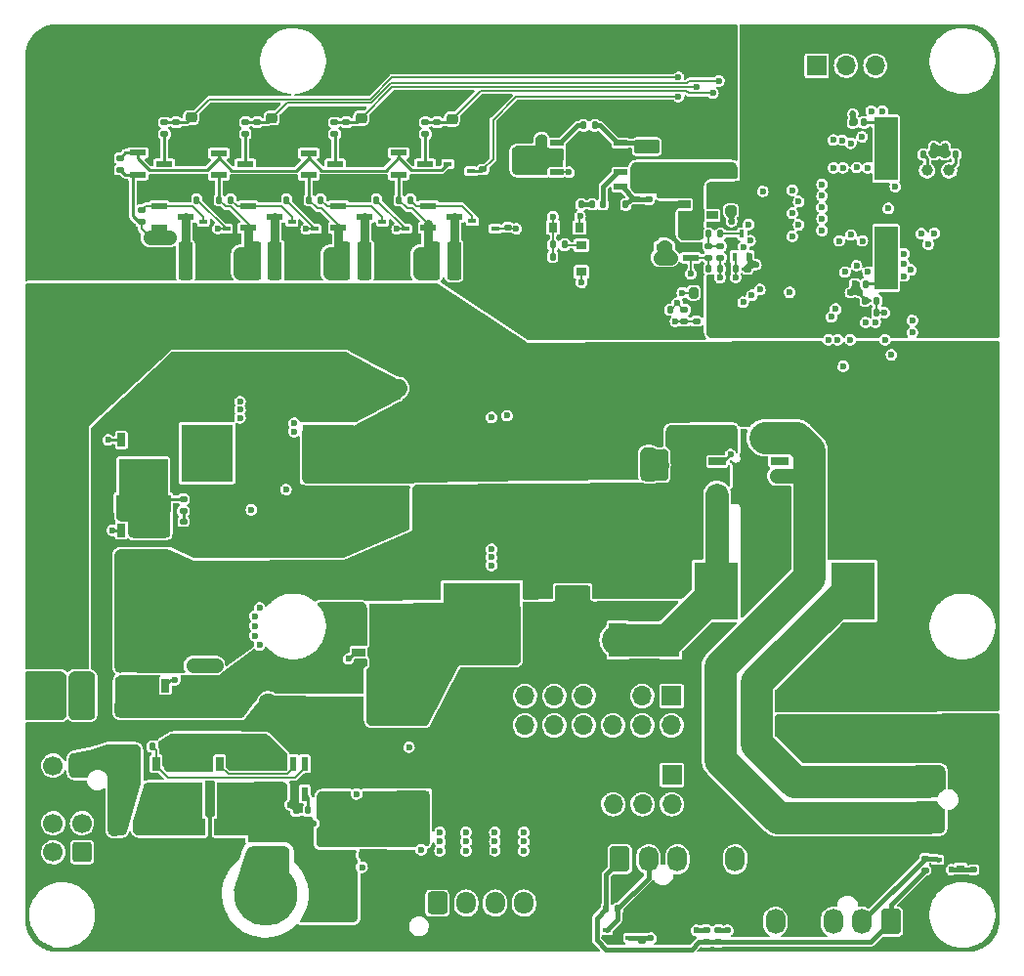
<source format=gtl>
G04 #@! TF.GenerationSoftware,KiCad,Pcbnew,(6.0.0)*
G04 #@! TF.CreationDate,2022-02-11T23:51:38-05:00*
G04 #@! TF.ProjectId,FalconMain,46616c63-6f6e-44d6-9169-6e2e6b696361,1A*
G04 #@! TF.SameCoordinates,Original*
G04 #@! TF.FileFunction,Copper,L1,Top*
G04 #@! TF.FilePolarity,Positive*
%FSLAX46Y46*%
G04 Gerber Fmt 4.6, Leading zero omitted, Abs format (unit mm)*
G04 Created by KiCad (PCBNEW (6.0.0)) date 2022-02-11 23:51:38*
%MOMM*%
%LPD*%
G01*
G04 APERTURE LIST*
G04 Aperture macros list*
%AMRoundRect*
0 Rectangle with rounded corners*
0 $1 Rounding radius*
0 $2 $3 $4 $5 $6 $7 $8 $9 X,Y pos of 4 corners*
0 Add a 4 corners polygon primitive as box body*
4,1,4,$2,$3,$4,$5,$6,$7,$8,$9,$2,$3,0*
0 Add four circle primitives for the rounded corners*
1,1,$1+$1,$2,$3*
1,1,$1+$1,$4,$5*
1,1,$1+$1,$6,$7*
1,1,$1+$1,$8,$9*
0 Add four rect primitives between the rounded corners*
20,1,$1+$1,$2,$3,$4,$5,0*
20,1,$1+$1,$4,$5,$6,$7,0*
20,1,$1+$1,$6,$7,$8,$9,0*
20,1,$1+$1,$8,$9,$2,$3,0*%
%AMFreePoly0*
4,1,23,0.945671,0.830970,1.026777,0.776777,1.080970,0.695671,1.100000,0.600000,1.100000,-0.600000,1.080970,-0.695671,1.026777,-0.776777,0.945671,-0.830970,0.850000,-0.850000,-0.450000,-0.850000,-0.545671,-0.830970,-0.626777,-0.776777,-0.626779,-0.776774,-1.026777,-0.376777,-1.080970,-0.295671,-1.100000,-0.200000,-1.100000,0.600000,-1.080970,0.695671,-1.026777,0.776777,-0.945671,0.830970,
-0.850000,0.850000,0.850000,0.850000,0.945671,0.830970,0.945671,0.830970,$1*%
%AMFreePoly1*
4,1,21,3.503536,2.353536,3.505000,2.350000,3.505000,-2.350000,3.503536,-2.353536,3.500000,-2.355000,2.000000,-2.355000,1.996464,-2.353536,1.995000,-2.350000,1.995000,-2.105000,-1.100000,-2.105000,-1.103536,-2.103536,-1.105000,-2.100000,-1.105000,2.100000,-1.103536,2.103536,-1.100000,2.105000,1.995000,2.105000,1.995000,2.350000,1.996464,2.353536,2.000000,2.355000,3.500000,2.355000,
3.503536,2.353536,3.503536,2.353536,$1*%
G04 Aperture macros list end*
G04 #@! TA.AperFunction,SMDPad,CuDef*
%ADD10RoundRect,0.135000X0.135000X0.185000X-0.135000X0.185000X-0.135000X-0.185000X0.135000X-0.185000X0*%
G04 #@! TD*
G04 #@! TA.AperFunction,SMDPad,CuDef*
%ADD11RoundRect,0.225000X-0.250000X0.225000X-0.250000X-0.225000X0.250000X-0.225000X0.250000X0.225000X0*%
G04 #@! TD*
G04 #@! TA.AperFunction,SMDPad,CuDef*
%ADD12RoundRect,0.135000X0.185000X-0.135000X0.185000X0.135000X-0.185000X0.135000X-0.185000X-0.135000X0*%
G04 #@! TD*
G04 #@! TA.AperFunction,SMDPad,CuDef*
%ADD13R,1.411199X0.568000*%
G04 #@! TD*
G04 #@! TA.AperFunction,SMDPad,CuDef*
%ADD14RoundRect,0.250000X-1.100000X0.325000X-1.100000X-0.325000X1.100000X-0.325000X1.100000X0.325000X0*%
G04 #@! TD*
G04 #@! TA.AperFunction,SMDPad,CuDef*
%ADD15R,0.700000X0.450000*%
G04 #@! TD*
G04 #@! TA.AperFunction,ComponentPad*
%ADD16C,1.000000*%
G04 #@! TD*
G04 #@! TA.AperFunction,ComponentPad*
%ADD17RoundRect,0.250000X0.600000X-0.850000X0.600000X0.850000X-0.600000X0.850000X-0.600000X-0.850000X0*%
G04 #@! TD*
G04 #@! TA.AperFunction,ComponentPad*
%ADD18O,1.700000X2.200000*%
G04 #@! TD*
G04 #@! TA.AperFunction,SMDPad,CuDef*
%ADD19RoundRect,0.135000X-0.185000X0.135000X-0.185000X-0.135000X0.185000X-0.135000X0.185000X0.135000X0*%
G04 #@! TD*
G04 #@! TA.AperFunction,SMDPad,CuDef*
%ADD20RoundRect,0.250000X0.625000X-0.312500X0.625000X0.312500X-0.625000X0.312500X-0.625000X-0.312500X0*%
G04 #@! TD*
G04 #@! TA.AperFunction,SMDPad,CuDef*
%ADD21RoundRect,0.135000X-0.135000X-0.185000X0.135000X-0.185000X0.135000X0.185000X-0.135000X0.185000X0*%
G04 #@! TD*
G04 #@! TA.AperFunction,SMDPad,CuDef*
%ADD22R,4.500000X5.000000*%
G04 #@! TD*
G04 #@! TA.AperFunction,SMDPad,CuDef*
%ADD23RoundRect,0.140000X-0.170000X0.140000X-0.170000X-0.140000X0.170000X-0.140000X0.170000X0.140000X0*%
G04 #@! TD*
G04 #@! TA.AperFunction,ComponentPad*
%ADD24C,5.500000*%
G04 #@! TD*
G04 #@! TA.AperFunction,ComponentPad*
%ADD25R,1.700000X1.700000*%
G04 #@! TD*
G04 #@! TA.AperFunction,ComponentPad*
%ADD26O,1.700000X1.700000*%
G04 #@! TD*
G04 #@! TA.AperFunction,ComponentPad*
%ADD27RoundRect,0.250000X-0.600000X-0.725000X0.600000X-0.725000X0.600000X0.725000X-0.600000X0.725000X0*%
G04 #@! TD*
G04 #@! TA.AperFunction,ComponentPad*
%ADD28O,1.700000X1.950000*%
G04 #@! TD*
G04 #@! TA.AperFunction,SMDPad,CuDef*
%ADD29R,3.000000X1.600000*%
G04 #@! TD*
G04 #@! TA.AperFunction,SMDPad,CuDef*
%ADD30R,6.700000X6.700000*%
G04 #@! TD*
G04 #@! TA.AperFunction,SMDPad,CuDef*
%ADD31RoundRect,0.140000X0.140000X0.170000X-0.140000X0.170000X-0.140000X-0.170000X0.140000X-0.170000X0*%
G04 #@! TD*
G04 #@! TA.AperFunction,ComponentPad*
%ADD32R,1.600000X1.600000*%
G04 #@! TD*
G04 #@! TA.AperFunction,ComponentPad*
%ADD33C,1.600000*%
G04 #@! TD*
G04 #@! TA.AperFunction,SMDPad,CuDef*
%ADD34R,0.800000X0.900000*%
G04 #@! TD*
G04 #@! TA.AperFunction,SMDPad,CuDef*
%ADD35R,0.620000X1.220000*%
G04 #@! TD*
G04 #@! TA.AperFunction,ComponentPad*
%ADD36FreePoly0,180.000000*%
G04 #@! TD*
G04 #@! TA.AperFunction,ComponentPad*
%ADD37O,2.200000X1.700000*%
G04 #@! TD*
G04 #@! TA.AperFunction,SMDPad,CuDef*
%ADD38RoundRect,0.140000X-0.140000X-0.170000X0.140000X-0.170000X0.140000X0.170000X-0.140000X0.170000X0*%
G04 #@! TD*
G04 #@! TA.AperFunction,SMDPad,CuDef*
%ADD39R,3.850000X5.000000*%
G04 #@! TD*
G04 #@! TA.AperFunction,SMDPad,CuDef*
%ADD40R,1.150000X0.700000*%
G04 #@! TD*
G04 #@! TA.AperFunction,SMDPad,CuDef*
%ADD41FreePoly1,0.000000*%
G04 #@! TD*
G04 #@! TA.AperFunction,ComponentPad*
%ADD42RoundRect,0.250000X-0.600000X0.850000X-0.600000X-0.850000X0.600000X-0.850000X0.600000X0.850000X0*%
G04 #@! TD*
G04 #@! TA.AperFunction,SMDPad,CuDef*
%ADD43RoundRect,0.250000X-0.362500X-1.425000X0.362500X-1.425000X0.362500X1.425000X-0.362500X1.425000X0*%
G04 #@! TD*
G04 #@! TA.AperFunction,SMDPad,CuDef*
%ADD44RoundRect,0.200000X-0.275000X0.200000X-0.275000X-0.200000X0.275000X-0.200000X0.275000X0.200000X0*%
G04 #@! TD*
G04 #@! TA.AperFunction,SMDPad,CuDef*
%ADD45R,0.900000X0.800000*%
G04 #@! TD*
G04 #@! TA.AperFunction,SMDPad,CuDef*
%ADD46R,0.700000X1.150000*%
G04 #@! TD*
G04 #@! TA.AperFunction,SMDPad,CuDef*
%ADD47FreePoly1,270.000000*%
G04 #@! TD*
G04 #@! TA.AperFunction,SMDPad,CuDef*
%ADD48RoundRect,0.200000X0.200000X0.275000X-0.200000X0.275000X-0.200000X-0.275000X0.200000X-0.275000X0*%
G04 #@! TD*
G04 #@! TA.AperFunction,SMDPad,CuDef*
%ADD49R,1.500000X0.650000*%
G04 #@! TD*
G04 #@! TA.AperFunction,SMDPad,CuDef*
%ADD50R,2.700000X3.600000*%
G04 #@! TD*
G04 #@! TA.AperFunction,SMDPad,CuDef*
%ADD51R,2.000000X5.500000*%
G04 #@! TD*
G04 #@! TA.AperFunction,SMDPad,CuDef*
%ADD52RoundRect,0.200000X-0.200000X-0.275000X0.200000X-0.275000X0.200000X0.275000X-0.200000X0.275000X0*%
G04 #@! TD*
G04 #@! TA.AperFunction,SMDPad,CuDef*
%ADD53R,0.450000X0.700000*%
G04 #@! TD*
G04 #@! TA.AperFunction,SMDPad,CuDef*
%ADD54RoundRect,0.250000X0.312500X0.625000X-0.312500X0.625000X-0.312500X-0.625000X0.312500X-0.625000X0*%
G04 #@! TD*
G04 #@! TA.AperFunction,SMDPad,CuDef*
%ADD55R,5.500000X4.500000*%
G04 #@! TD*
G04 #@! TA.AperFunction,SMDPad,CuDef*
%ADD56RoundRect,0.250000X1.100000X-0.325000X1.100000X0.325000X-1.100000X0.325000X-1.100000X-0.325000X0*%
G04 #@! TD*
G04 #@! TA.AperFunction,SMDPad,CuDef*
%ADD57RoundRect,0.250000X-0.325000X-1.100000X0.325000X-1.100000X0.325000X1.100000X-0.325000X1.100000X0*%
G04 #@! TD*
G04 #@! TA.AperFunction,SMDPad,CuDef*
%ADD58R,1.168400X0.482600*%
G04 #@! TD*
G04 #@! TA.AperFunction,SMDPad,CuDef*
%ADD59RoundRect,0.225000X0.250000X-0.225000X0.250000X0.225000X-0.250000X0.225000X-0.250000X-0.225000X0*%
G04 #@! TD*
G04 #@! TA.AperFunction,SMDPad,CuDef*
%ADD60RoundRect,0.250000X1.450000X-0.250000X1.450000X0.250000X-1.450000X0.250000X-1.450000X-0.250000X0*%
G04 #@! TD*
G04 #@! TA.AperFunction,ComponentPad*
%ADD61RoundRect,0.250000X0.600000X0.600000X-0.600000X0.600000X-0.600000X-0.600000X0.600000X-0.600000X0*%
G04 #@! TD*
G04 #@! TA.AperFunction,ComponentPad*
%ADD62C,1.700000*%
G04 #@! TD*
G04 #@! TA.AperFunction,SMDPad,CuDef*
%ADD63RoundRect,0.250000X-0.850000X0.375000X-0.850000X-0.375000X0.850000X-0.375000X0.850000X0.375000X0*%
G04 #@! TD*
G04 #@! TA.AperFunction,SMDPad,CuDef*
%ADD64R,1.000000X0.700000*%
G04 #@! TD*
G04 #@! TA.AperFunction,SMDPad,CuDef*
%ADD65FreePoly1,90.000000*%
G04 #@! TD*
G04 #@! TA.AperFunction,SMDPad,CuDef*
%ADD66R,1.600000X3.000000*%
G04 #@! TD*
G04 #@! TA.AperFunction,ViaPad*
%ADD67C,0.600000*%
G04 #@! TD*
G04 #@! TA.AperFunction,ViaPad*
%ADD68C,1.700000*%
G04 #@! TD*
G04 #@! TA.AperFunction,Conductor*
%ADD69C,0.152400*%
G04 #@! TD*
G04 #@! TA.AperFunction,Conductor*
%ADD70C,1.270000*%
G04 #@! TD*
G04 #@! TA.AperFunction,Conductor*
%ADD71C,0.381000*%
G04 #@! TD*
G04 #@! TA.AperFunction,Conductor*
%ADD72C,0.254000*%
G04 #@! TD*
G04 #@! TA.AperFunction,Conductor*
%ADD73C,2.794000*%
G04 #@! TD*
G04 #@! TA.AperFunction,Conductor*
%ADD74C,2.032000*%
G04 #@! TD*
G04 #@! TA.AperFunction,Conductor*
%ADD75C,0.203200*%
G04 #@! TD*
G04 #@! TA.AperFunction,Conductor*
%ADD76C,0.762000*%
G04 #@! TD*
G04 APERTURE END LIST*
D10*
X140185000Y-73025000D03*
X139165000Y-73025000D03*
D11*
X143769000Y-66027000D03*
X143769000Y-67577000D03*
D12*
X119888000Y-67314000D03*
X119888000Y-66294000D03*
X167037856Y-78030000D03*
X167037856Y-77010000D03*
D13*
X116543000Y-68949999D03*
X116543000Y-70850001D03*
X118829000Y-69900000D03*
D14*
X132775000Y-102800000D03*
X132775000Y-105750000D03*
X126150000Y-84095000D03*
X126150000Y-87045000D03*
X167035000Y-67695000D03*
X167035000Y-70645000D03*
D15*
X139750000Y-75550000D03*
X139750000Y-74250000D03*
X137750000Y-74900000D03*
D13*
X123575000Y-68975000D03*
X123575000Y-70875002D03*
X125861000Y-69925001D03*
D16*
X184939899Y-70480099D03*
X186839899Y-70480099D03*
D17*
X158300000Y-130170000D03*
D18*
X160800000Y-130170000D03*
X163300000Y-130170000D03*
X165800000Y-130170000D03*
X168300000Y-130170000D03*
D19*
X166012856Y-77010000D03*
X166012856Y-78030000D03*
D20*
X120500000Y-120062500D03*
X120500000Y-117137500D03*
D21*
X179565429Y-81750000D03*
X180585429Y-81750000D03*
D15*
X187860000Y-130880000D03*
X187860000Y-129580000D03*
X185860000Y-130230000D03*
D22*
X122550000Y-94967349D03*
X133050000Y-94967349D03*
D23*
X120500000Y-100895000D03*
X120500000Y-101855000D03*
D12*
X142494000Y-67312000D03*
X142494000Y-66292000D03*
D11*
X128166104Y-65927000D03*
X128166104Y-67477000D03*
D19*
X133605000Y-66302000D03*
X133605000Y-67322000D03*
D24*
X127600000Y-133205000D03*
X118600000Y-133205000D03*
D12*
X126891104Y-67312000D03*
X126891104Y-66292000D03*
D25*
X162825000Y-122860000D03*
D26*
X162825000Y-125400000D03*
X160285000Y-122860000D03*
X160285000Y-125400000D03*
X157745000Y-122860000D03*
X157745000Y-125400000D03*
D19*
X188945000Y-130075000D03*
X188945000Y-131095000D03*
X115011000Y-69390000D03*
X115011000Y-70410000D03*
X160245000Y-136184139D03*
X160245000Y-137204139D03*
D27*
X142500000Y-133980000D03*
D28*
X145000000Y-133980000D03*
X147500000Y-133980000D03*
X150000000Y-133980000D03*
X152500000Y-133980000D03*
D13*
X118425000Y-73575000D03*
X118425000Y-75475002D03*
X120711000Y-74525001D03*
D25*
X162800000Y-116020000D03*
D26*
X162800000Y-118560000D03*
X160260000Y-116020000D03*
X160260000Y-118560000D03*
X157720000Y-116020000D03*
X157720000Y-118560000D03*
X155180000Y-116020000D03*
X155180000Y-118560000D03*
X152640000Y-116020000D03*
X152640000Y-118560000D03*
X150100000Y-116020000D03*
X150100000Y-118560000D03*
X147560000Y-116020000D03*
X147560000Y-118560000D03*
D13*
X131357000Y-68974999D03*
X131357000Y-70875001D03*
X133643000Y-69925000D03*
X139157000Y-68949999D03*
X139157000Y-70850001D03*
X141443000Y-69900000D03*
D10*
X153525000Y-77935000D03*
X152505000Y-77935000D03*
D29*
X154220000Y-111821000D03*
X154220000Y-107249000D03*
D30*
X146370000Y-109535000D03*
D10*
X132410000Y-73025000D03*
X131390000Y-73025000D03*
D14*
X129450000Y-84095000D03*
X129450000Y-87045000D03*
D21*
X166030000Y-75980000D03*
X167050000Y-75980000D03*
D10*
X154975000Y-73435000D03*
X153955000Y-73435000D03*
D12*
X134620000Y-67312000D03*
X134620000Y-66292000D03*
D31*
X166992856Y-79020000D03*
X166032856Y-79020000D03*
D32*
X134517621Y-134655000D03*
D33*
X137017621Y-134655000D03*
D34*
X152540000Y-75410000D03*
X154840000Y-75410000D03*
D14*
X132750000Y-84095000D03*
X132750000Y-87045000D03*
D10*
X158150000Y-134450000D03*
X157130000Y-134450000D03*
D12*
X165790000Y-137330000D03*
X165790000Y-136310000D03*
D35*
X129100000Y-124515000D03*
X130050000Y-124515000D03*
X131000000Y-124515000D03*
X131000000Y-121895000D03*
X130050000Y-121895000D03*
X129100000Y-121895000D03*
D36*
X185420000Y-126238000D03*
D37*
X185420000Y-123738000D03*
D38*
X150495000Y-67710000D03*
X151455000Y-67710000D03*
D19*
X116868000Y-73904999D03*
X116868000Y-74924999D03*
D10*
X122660000Y-73025000D03*
X121640000Y-73025000D03*
D31*
X162695000Y-82550000D03*
X161735000Y-82550000D03*
D19*
X164945100Y-82525100D03*
X164945100Y-83545100D03*
D13*
X133944500Y-73549999D03*
X133944500Y-75450001D03*
X136230500Y-74500000D03*
D39*
X166675000Y-106900000D03*
X178525000Y-106900000D03*
D19*
X141469000Y-66297000D03*
X141469000Y-67317000D03*
D10*
X130460000Y-73025000D03*
X129440000Y-73025000D03*
D40*
X135675000Y-108417500D03*
X135675000Y-109687500D03*
X135675000Y-110957500D03*
X135675000Y-112227500D03*
D41*
X138400000Y-110322500D03*
D21*
X117790000Y-120400000D03*
X118810000Y-120400000D03*
D42*
X181800000Y-135585000D03*
D18*
X179300000Y-135585000D03*
X176800000Y-135585000D03*
X174300000Y-135585000D03*
X171800000Y-135585000D03*
D10*
X180585329Y-82775100D03*
X179565329Y-82775100D03*
D11*
X121163000Y-65904000D03*
X121163000Y-67454000D03*
D43*
X120687500Y-78290000D03*
X126612500Y-78290000D03*
D44*
X129097292Y-127875000D03*
X129097292Y-129525000D03*
D13*
X164455856Y-78040001D03*
X164455856Y-76139999D03*
X162169856Y-77090000D03*
D11*
X135895000Y-65952000D03*
X135895000Y-67502000D03*
D19*
X125866104Y-66292000D03*
X125866104Y-67312000D03*
D45*
X154990000Y-76960000D03*
X154990000Y-79260000D03*
D19*
X160810000Y-71960000D03*
X160810000Y-72980000D03*
D32*
X139100000Y-85842349D03*
D33*
X139100000Y-89342349D03*
D46*
X127455000Y-121880000D03*
X126185000Y-121880000D03*
X124915000Y-121880000D03*
X123645000Y-121880000D03*
D47*
X125550000Y-124605000D03*
D48*
X166350000Y-81075000D03*
X164700000Y-81075000D03*
D49*
X172150000Y-99505000D03*
X172150000Y-98235000D03*
X172150000Y-96965000D03*
X172150000Y-95695000D03*
X166750000Y-95695000D03*
X166750000Y-96965000D03*
X166750000Y-98235000D03*
X166750000Y-99505000D03*
D50*
X169450000Y-97600000D03*
D13*
X141719500Y-73549999D03*
X141719500Y-75450001D03*
X144005500Y-74500000D03*
D21*
X157800000Y-73433758D03*
X158820000Y-73433758D03*
D51*
X181379899Y-78080099D03*
X181379899Y-68580099D03*
D12*
X166850000Y-137330000D03*
X166850000Y-136310000D03*
D52*
X114900000Y-127425000D03*
X116550000Y-127425000D03*
D53*
X168260000Y-77962000D03*
X169560000Y-77962000D03*
X168910000Y-75962000D03*
D46*
X121955000Y-121880000D03*
X120685000Y-121880000D03*
X119415000Y-121880000D03*
X118145000Y-121880000D03*
D47*
X120050000Y-124605000D03*
D54*
X170887500Y-93625000D03*
X167962500Y-93625000D03*
D19*
X146463000Y-69359999D03*
X146463000Y-70379999D03*
D21*
X130290000Y-125900000D03*
X131310000Y-125900000D03*
D10*
X121300000Y-113370000D03*
X120280000Y-113370000D03*
X169395000Y-79012000D03*
X168375000Y-79012000D03*
D14*
X129475000Y-102800000D03*
X129475000Y-105750000D03*
D43*
X128437500Y-78290000D03*
X134362500Y-78290000D03*
D15*
X147525000Y-75525000D03*
X147525000Y-74225000D03*
X145525000Y-74875000D03*
D19*
X184780000Y-130090000D03*
X184780000Y-131110000D03*
D31*
X185539899Y-69080099D03*
X184579899Y-69080099D03*
D23*
X159785000Y-71990000D03*
X159785000Y-72950000D03*
D15*
X124225000Y-75550000D03*
X124225000Y-74250000D03*
X122225000Y-74900000D03*
D43*
X136200000Y-78290000D03*
X142125000Y-78290000D03*
D55*
X139100000Y-115900000D03*
X139100000Y-126500000D03*
D31*
X187439899Y-69080099D03*
X186479899Y-69080099D03*
D19*
X148600000Y-74390000D03*
X148600000Y-75410000D03*
D15*
X145413000Y-70554999D03*
X145413000Y-69254999D03*
X143413000Y-69904999D03*
D25*
X175375000Y-61400000D03*
D26*
X177915000Y-61400000D03*
X180455000Y-61400000D03*
D12*
X109200000Y-114285000D03*
X109200000Y-113265000D03*
D56*
X150295000Y-72035000D03*
X150295000Y-69085000D03*
D57*
X161900000Y-96000000D03*
X164850000Y-96000000D03*
D32*
X139125000Y-104370000D03*
D33*
X139125000Y-100870000D03*
D43*
X143950000Y-78290000D03*
X149875000Y-78290000D03*
D46*
X118930000Y-101670000D03*
X117660000Y-101670000D03*
X116390000Y-101670000D03*
X115120000Y-101670000D03*
D47*
X117025000Y-104395000D03*
D46*
X118930000Y-93845000D03*
X117660000Y-93845000D03*
X116390000Y-93845000D03*
X115120000Y-93845000D03*
D47*
X117025000Y-96570000D03*
D12*
X120500000Y-99985000D03*
X120500000Y-98965000D03*
D10*
X138235000Y-73025000D03*
X137215000Y-73025000D03*
D58*
X152831400Y-68095000D03*
X152831400Y-69365000D03*
X152831400Y-70635000D03*
X152831400Y-71905000D03*
X158368600Y-71905000D03*
X158368600Y-70635000D03*
X158368600Y-69365000D03*
X158368600Y-68095000D03*
D59*
X162250000Y-74000000D03*
X162250000Y-72450000D03*
D60*
X133750000Y-130100000D03*
X133750000Y-128600000D03*
D38*
X178679899Y-80330099D03*
X179639899Y-80330099D03*
D61*
X111720000Y-129555000D03*
D62*
X111720000Y-127055000D03*
X111720000Y-124555000D03*
X111720000Y-122055000D03*
X111720000Y-119555000D03*
X111720000Y-117055000D03*
X109220000Y-129555000D03*
X109220000Y-127055000D03*
X109220000Y-124555000D03*
X109220000Y-122055000D03*
X109220000Y-119555000D03*
X109220000Y-117055000D03*
D14*
X122850000Y-84095000D03*
X122850000Y-87045000D03*
D15*
X159170000Y-136994139D03*
X159170000Y-135694139D03*
X157170000Y-136344139D03*
D13*
X126107000Y-73574999D03*
X126107000Y-75475001D03*
X128393000Y-74525000D03*
D25*
X183120000Y-116026359D03*
D26*
X183120000Y-118566359D03*
X180580000Y-116026359D03*
X180580000Y-118566359D03*
X178040000Y-116026359D03*
X178040000Y-118566359D03*
X175500000Y-116026359D03*
X175500000Y-118566359D03*
X172960000Y-116026359D03*
X172960000Y-118566359D03*
D63*
X160660000Y-68420000D03*
X160660000Y-70570000D03*
D38*
X155190000Y-66585000D03*
X156150000Y-66585000D03*
D31*
X179459899Y-66330099D03*
X178499899Y-66330099D03*
D32*
X124347349Y-116600000D03*
D33*
X127847349Y-116600000D03*
D64*
X163925000Y-72475000D03*
X163925000Y-73425000D03*
X163925000Y-74375000D03*
X166325000Y-74375000D03*
X166325000Y-72475000D03*
D19*
X111725000Y-113265000D03*
X111725000Y-114285000D03*
D12*
X163915000Y-83545000D03*
X163915000Y-82525000D03*
D59*
X167950000Y-73975000D03*
X167950000Y-72425000D03*
D10*
X124610000Y-73025000D03*
X123590000Y-73025000D03*
D14*
X163710000Y-67695000D03*
X163710000Y-70645000D03*
D15*
X131900000Y-75550000D03*
X131900000Y-74250000D03*
X129900000Y-74900000D03*
D14*
X126175000Y-102800000D03*
X126175000Y-105750000D03*
D19*
X118863000Y-66304000D03*
X118863000Y-67324000D03*
D31*
X156870000Y-73435000D03*
X155910000Y-73435000D03*
D46*
X115120000Y-115142349D03*
X116390000Y-115142349D03*
X117660000Y-115142349D03*
X118930000Y-115142349D03*
D65*
X117025000Y-112417349D03*
D66*
X158154000Y-111170000D03*
X162726000Y-111170000D03*
D30*
X160440000Y-103320000D03*
D21*
X152505000Y-76910000D03*
X153525000Y-76910000D03*
D14*
X122875000Y-102800000D03*
X122875000Y-105750000D03*
D67*
X128270000Y-121910000D03*
X133780278Y-88115952D03*
X128780278Y-88115952D03*
X148782500Y-78590000D03*
X168600000Y-96300000D03*
X128802358Y-101664298D03*
X128007438Y-98776175D03*
X123540000Y-73900000D03*
X168600000Y-97100000D03*
X153700000Y-109500000D03*
X128000000Y-90062986D03*
X154200000Y-110400000D03*
X126802358Y-101664298D03*
X116673035Y-92471325D03*
X149400000Y-73100000D03*
X129802358Y-101664298D03*
X170300000Y-97100000D03*
X168600000Y-98100000D03*
X125780278Y-88115952D03*
X170300000Y-98900000D03*
X169442227Y-96293784D03*
X127252295Y-96230621D03*
X170101515Y-78645746D03*
X150300000Y-73100000D03*
X157300000Y-69300000D03*
X115673035Y-92471325D03*
X155200000Y-108600000D03*
X167000000Y-68700000D03*
X130802358Y-101664298D03*
X130000000Y-91000000D03*
X153200000Y-108600000D03*
X163034735Y-73414886D03*
X143800000Y-68500000D03*
X179050000Y-81061895D03*
X160700000Y-95100000D03*
X167900000Y-68700000D03*
X129790000Y-125440000D03*
X169447409Y-98907769D03*
X142500000Y-68100000D03*
X161300000Y-73800000D03*
X131780278Y-88115952D03*
X151200000Y-73100000D03*
D68*
X169450000Y-97600000D03*
D67*
X128000000Y-91000000D03*
X127780278Y-88115952D03*
X119173035Y-91717808D03*
X139030000Y-73890000D03*
X168600000Y-98900000D03*
X123780278Y-88115952D03*
X126780278Y-88115952D03*
X157800000Y-72700000D03*
X128200000Y-68500000D03*
X146025000Y-68675000D03*
X128232226Y-96227732D03*
X121200000Y-68500000D03*
X163700000Y-68700000D03*
X164600000Y-68700000D03*
X143860000Y-125200000D03*
X117173035Y-91717808D03*
X160700000Y-96000000D03*
X124802358Y-101664298D03*
X134190000Y-119240000D03*
X154000000Y-72400000D03*
X133802358Y-101664298D03*
X123802358Y-101664298D03*
X122802358Y-101664298D03*
X168000000Y-74900000D03*
X132802358Y-101664298D03*
X131220000Y-73900000D03*
X129779733Y-88114207D03*
X138030000Y-120410000D03*
X155200000Y-110400000D03*
X154700000Y-109500000D03*
X170300000Y-98100000D03*
X154200000Y-108600000D03*
X135740000Y-119240000D03*
X124780278Y-88115952D03*
X178501667Y-65597029D03*
X134600000Y-68100000D03*
X153100000Y-72800000D03*
X178300000Y-81050000D03*
X137030000Y-123600000D03*
X132610000Y-119230000D03*
X119673035Y-92471325D03*
X135960000Y-129820000D03*
X118673035Y-92471325D03*
X128377246Y-94411184D03*
X130000000Y-90062986D03*
X186499155Y-68396788D03*
X118173035Y-91717808D03*
X148625000Y-73675000D03*
X127873296Y-94957841D03*
X117673035Y-92471325D03*
X148782500Y-79390000D03*
X119900000Y-68200000D03*
X135900000Y-68500000D03*
X149700000Y-67700000D03*
X153200000Y-110400000D03*
X148782500Y-77790000D03*
X126557902Y-95567136D03*
X142840000Y-123700000D03*
X121780278Y-88115952D03*
X130780278Y-88115952D03*
X125802903Y-101666043D03*
X132780278Y-88115952D03*
X116173035Y-91717808D03*
X127389276Y-94388406D03*
X170300000Y-96300000D03*
X162800000Y-68700000D03*
X160700000Y-96800000D03*
X127802358Y-101664298D03*
X139110000Y-130660000D03*
X122780278Y-88115952D03*
X166100000Y-68700000D03*
X126091346Y-94487215D03*
X129000000Y-90062986D03*
X121802358Y-101664298D03*
X185539899Y-68380099D03*
X143880000Y-126720000D03*
X126900000Y-68100000D03*
X131802358Y-101664298D03*
X115497980Y-104939189D03*
X162650000Y-105550000D03*
X115522328Y-111960748D03*
X118497980Y-104939189D03*
X125400000Y-90518939D03*
X116522328Y-110960748D03*
X118522328Y-111960748D03*
X115522328Y-110960748D03*
X115497980Y-103939189D03*
X118522328Y-110960748D03*
X162650000Y-101050000D03*
X117522328Y-111960748D03*
X117522328Y-109960748D03*
X117497980Y-103939189D03*
X115497980Y-105939189D03*
X161150000Y-104050000D03*
X161150000Y-102550000D03*
X158150000Y-105550000D03*
X159650000Y-104050000D03*
X158150000Y-101050000D03*
X159650000Y-101050000D03*
X162650000Y-102550000D03*
X115497980Y-106939189D03*
X161150000Y-101050000D03*
X118497980Y-103939189D03*
X117497980Y-105939189D03*
X116497980Y-105939189D03*
X118497980Y-106939189D03*
X116522328Y-109960748D03*
X116497980Y-106939189D03*
X116497980Y-104939189D03*
X158150000Y-102550000D03*
X117497980Y-104939189D03*
X159650000Y-102550000D03*
X183670000Y-84530100D03*
X118522328Y-109960748D03*
X161150000Y-105550000D03*
X166800000Y-92850000D03*
X117497980Y-106939189D03*
X125400000Y-91218939D03*
X115522328Y-109960748D03*
X125400000Y-91918939D03*
X158150000Y-104050000D03*
X159650000Y-105550000D03*
X162650000Y-104050000D03*
X116497980Y-103939189D03*
X118497980Y-105939189D03*
X117522328Y-110960748D03*
X116522328Y-111960748D03*
X151150000Y-70550000D03*
X167000000Y-79775000D03*
X147200000Y-91875000D03*
X135830000Y-115520000D03*
X133301964Y-109100000D03*
X147200000Y-104000000D03*
X147200000Y-103300000D03*
X149425000Y-70550000D03*
X150325000Y-70550000D03*
X147200000Y-104700000D03*
X133300000Y-109958055D03*
X140050000Y-120460000D03*
X132900000Y-108400000D03*
X124000000Y-125000000D03*
X125000000Y-124000000D03*
X125000000Y-127000000D03*
X124000000Y-126000000D03*
X125000000Y-126000000D03*
X126000000Y-125000000D03*
X126000000Y-126000000D03*
X124000000Y-127000000D03*
X126000000Y-124000000D03*
X126000000Y-127000000D03*
X131820000Y-127060000D03*
X124000000Y-124000000D03*
X125000000Y-125000000D03*
X182915297Y-67530958D03*
X174075583Y-68870739D03*
X178900000Y-82800000D03*
X174368543Y-77762998D03*
X174741378Y-68859795D03*
X174379176Y-78422254D03*
X182918841Y-66868157D03*
X187240003Y-76168021D03*
X187239899Y-76980099D03*
X131100000Y-96700000D03*
X167670000Y-136340000D03*
X185440000Y-85550100D03*
X175831347Y-75680099D03*
X163404320Y-62413260D03*
X169480000Y-75160000D03*
X173269798Y-76185200D03*
X166904320Y-62729320D03*
X164979320Y-63245680D03*
X169050000Y-77100000D03*
X178825369Y-78735199D03*
X169600000Y-76571900D03*
X179330469Y-76580099D03*
X166379320Y-63793396D03*
X181589899Y-73780099D03*
X154860000Y-74450000D03*
X178829582Y-70225900D03*
X148533911Y-91730811D03*
X120600000Y-126000000D03*
X121600000Y-127000000D03*
X120600000Y-125000000D03*
X121600000Y-126000000D03*
X127100000Y-111600000D03*
X121600000Y-124000000D03*
X120600000Y-124000000D03*
X119600000Y-125000000D03*
X119600000Y-127000000D03*
X121600000Y-125000000D03*
X119600000Y-124000000D03*
X119600000Y-126000000D03*
X120600000Y-127000000D03*
X155000000Y-80180000D03*
X185039899Y-76880099D03*
X127100000Y-108402100D03*
X182939899Y-79630099D03*
X179825369Y-79285199D03*
X126700000Y-109100000D03*
X126700000Y-109950000D03*
X163140000Y-83560000D03*
X180450000Y-83650000D03*
X175846246Y-71685199D03*
X176652666Y-83166869D03*
X176850000Y-70250000D03*
X177000000Y-82500000D03*
X179600000Y-83650000D03*
X183674795Y-83477946D03*
X177700000Y-87450000D03*
X184458571Y-75961427D03*
X181089899Y-65330099D03*
X178300000Y-85150000D03*
X181300000Y-85150000D03*
X176400000Y-85150000D03*
X179812115Y-70250000D03*
X181244230Y-82800000D03*
X173269798Y-72185199D03*
X175831347Y-73680099D03*
X178324902Y-68119900D03*
X175840634Y-72680477D03*
X177577035Y-67859830D03*
X173819798Y-73185200D03*
X183539899Y-79080099D03*
X170451576Y-80801576D03*
X176799763Y-67849984D03*
X182939899Y-77680099D03*
X179314899Y-67564899D03*
X168350000Y-79750000D03*
X135990000Y-130870000D03*
X169750000Y-81300000D03*
X182939899Y-78530099D03*
X181639899Y-71030099D03*
X123475000Y-75525000D03*
X173819798Y-75185200D03*
X131150000Y-75550000D03*
X177330469Y-76580099D03*
X177825369Y-79285199D03*
X139025000Y-75550000D03*
X149325000Y-75525000D03*
X178335569Y-76070099D03*
X163404320Y-64079320D03*
X173269798Y-74185200D03*
X187040000Y-131070000D03*
X180089899Y-65330099D03*
X177200000Y-85150000D03*
X161020000Y-137010000D03*
X181850000Y-86450000D03*
X175840000Y-74670000D03*
X161825000Y-78025000D03*
X130100000Y-92400000D03*
X162650000Y-78025000D03*
X130100000Y-93100000D03*
X169000000Y-81900000D03*
X141110000Y-129350000D03*
X185589899Y-75930099D03*
X167900000Y-95100000D03*
X173025429Y-81031475D03*
X177650000Y-70250000D03*
X137900000Y-111804340D03*
X149000000Y-112000000D03*
X138900000Y-110804340D03*
X139900000Y-108804340D03*
X148000000Y-109000000D03*
X138900000Y-109804340D03*
X148000000Y-111000000D03*
X139900000Y-109804340D03*
X147000000Y-110000000D03*
X148000000Y-110000000D03*
X138900000Y-111804340D03*
X149000000Y-110000000D03*
X148000000Y-112000000D03*
X149000000Y-111000000D03*
X147000000Y-111000000D03*
X137900000Y-109804340D03*
X139900000Y-110804340D03*
X148000000Y-108000000D03*
X149000000Y-108000000D03*
X137900000Y-110804340D03*
X138900000Y-108804340D03*
X147000000Y-109000000D03*
X147000000Y-112000000D03*
X137900000Y-108804340D03*
X139900000Y-111804340D03*
X147000000Y-108000000D03*
X149000000Y-109000000D03*
X115492149Y-96082451D03*
X118492149Y-98082451D03*
X118492149Y-99082451D03*
X115492149Y-98082451D03*
X117492149Y-98082451D03*
X120900000Y-94800000D03*
X121900000Y-93800000D03*
X117492149Y-96082451D03*
X117492149Y-97082451D03*
X116492149Y-99082451D03*
X120900000Y-96800000D03*
X121900000Y-96800000D03*
X120900000Y-93800000D03*
X115492149Y-97082451D03*
X121900000Y-94800000D03*
X118492149Y-97082451D03*
X124500000Y-96300000D03*
X116492149Y-98082451D03*
X116492149Y-97082451D03*
X116492149Y-96082451D03*
X121900000Y-95800000D03*
X120900000Y-95800000D03*
X115492149Y-99082451D03*
X118492149Y-96082451D03*
X117492149Y-99082451D03*
X135340000Y-126420000D03*
X135500000Y-124510000D03*
X134800000Y-112800000D03*
X114314249Y-101670000D03*
X126400000Y-99900000D03*
X113986057Y-93834891D03*
X129378520Y-98129526D03*
X180939899Y-75630099D03*
X163740000Y-81070000D03*
X126700000Y-110800000D03*
X119800000Y-114600000D03*
X164450000Y-79428100D03*
X153900000Y-70640000D03*
X152520000Y-74480000D03*
X119238000Y-76314999D03*
X117638000Y-76314999D03*
X142740000Y-129440000D03*
X118438000Y-76314999D03*
X142740000Y-128640000D03*
X142740000Y-127840000D03*
X144990000Y-127840000D03*
X144990000Y-129440000D03*
X125462500Y-78530000D03*
X125462500Y-79330000D03*
X125462500Y-77730000D03*
X144990000Y-128640000D03*
X133202500Y-77730000D03*
X147490000Y-128640000D03*
X133192500Y-78520000D03*
X133202500Y-79330000D03*
X147490000Y-127840000D03*
X147490000Y-129440000D03*
X140987500Y-77730000D03*
X140987500Y-78530000D03*
X149990000Y-127840000D03*
X140987500Y-79330000D03*
X149990000Y-128640000D03*
X149990000Y-129440000D03*
X164960000Y-136340000D03*
X123290000Y-113370000D03*
X122590000Y-113370000D03*
X121900000Y-113370000D03*
X163290000Y-81985000D03*
X170698100Y-72300000D03*
X182189899Y-71880099D03*
D69*
X169560000Y-78628000D02*
X169560000Y-78847000D01*
X169577746Y-78645746D02*
X169560000Y-78628000D01*
D70*
X161000000Y-95100000D02*
X161900000Y-96000000D01*
X161100000Y-96800000D02*
X161900000Y-96000000D01*
D69*
X169395000Y-79012000D02*
X169761254Y-78645746D01*
D70*
X160700000Y-96800000D02*
X161100000Y-96800000D01*
D69*
X169560000Y-77962000D02*
X169560000Y-78628000D01*
X169577746Y-78645746D02*
X170101515Y-78645746D01*
D70*
X160700000Y-95100000D02*
X161000000Y-95100000D01*
X160700000Y-95100000D02*
X160700000Y-96800000D01*
D69*
X167000000Y-79775000D02*
X166992856Y-79767856D01*
X166992856Y-79767856D02*
X166992856Y-79020000D01*
X166992856Y-79020000D02*
X166992856Y-78075000D01*
D71*
X167670000Y-136340000D02*
X166880000Y-136340000D01*
D69*
X121163000Y-65904000D02*
X122742000Y-64325000D01*
D72*
X118863000Y-66304000D02*
X120763000Y-66304000D01*
D69*
X122742000Y-64325000D02*
X136661253Y-64325000D01*
X163395380Y-62404320D02*
X163404320Y-62413260D01*
X136661253Y-64325000D02*
X138581933Y-62404320D01*
X138581933Y-62404320D02*
X163395380Y-62404320D01*
D72*
X120763000Y-66304000D02*
X121163000Y-65904000D01*
X125866104Y-66292000D02*
X127801104Y-66292000D01*
D69*
X136787306Y-64629320D02*
X138475255Y-62941371D01*
X138475255Y-62941371D02*
X164117269Y-62941371D01*
X129463784Y-64629320D02*
X136787306Y-64629320D01*
X164341071Y-62717569D02*
X166892569Y-62717569D01*
X128166104Y-65927000D02*
X129463784Y-64629320D01*
D72*
X127801104Y-66292000D02*
X128166104Y-65927000D01*
D69*
X166892569Y-62717569D02*
X166904320Y-62729320D01*
X164117269Y-62941371D02*
X164341071Y-62717569D01*
X138601320Y-63245680D02*
X135895000Y-65952000D01*
D72*
X135545000Y-66302000D02*
X135895000Y-65952000D01*
X133605000Y-66302000D02*
X135545000Y-66302000D01*
D69*
X164979320Y-63245680D02*
X138601320Y-63245680D01*
X164050000Y-63550000D02*
X146246000Y-63550000D01*
D72*
X141469000Y-66297000D02*
X143499000Y-66297000D01*
D69*
X146246000Y-63550000D02*
X143769000Y-66027000D01*
X164293396Y-63793396D02*
X164050000Y-63550000D01*
X166379320Y-63793396D02*
X164293396Y-63793396D01*
X154840000Y-75410000D02*
X154840000Y-74470000D01*
X154990000Y-76960000D02*
X153575000Y-76960000D01*
X154990000Y-80170000D02*
X155000000Y-80180000D01*
X154990000Y-79260000D02*
X154990000Y-80170000D01*
D73*
X158154000Y-111170000D02*
X162405000Y-111170000D01*
D74*
X166750000Y-98600000D02*
X166750000Y-106825000D01*
D73*
X162405000Y-111170000D02*
X166675000Y-106900000D01*
D71*
X184780000Y-130090000D02*
X185720000Y-130090000D01*
X184780000Y-130105000D02*
X179300000Y-135585000D01*
X185720000Y-130090000D02*
X185860000Y-130230000D01*
D69*
X163140000Y-83560000D02*
X163154900Y-83545100D01*
X163154900Y-83545100D02*
X164945100Y-83545100D01*
X180585429Y-81750000D02*
X180585429Y-82775000D01*
X181244230Y-82800000D02*
X180610229Y-82800000D01*
D71*
X160800000Y-131800000D02*
X158150000Y-134450000D01*
X158150000Y-135364139D02*
X157170000Y-136344139D01*
X158150000Y-134450000D02*
X158150000Y-135364139D01*
X160800000Y-130170000D02*
X160800000Y-131800000D01*
D69*
X168350000Y-79750000D02*
X168350000Y-78052000D01*
D72*
X179459899Y-66330099D02*
X181389899Y-66330099D01*
D75*
X123500000Y-75550000D02*
X124225000Y-75550000D01*
X123475000Y-75525000D02*
X123500000Y-75550000D01*
X124225000Y-75550000D02*
X121700000Y-73025000D01*
X131900000Y-75550000D02*
X129440000Y-73090000D01*
X131150000Y-75550000D02*
X131900000Y-75550000D01*
X139025000Y-75550000D02*
X139750000Y-75550000D01*
X139750000Y-75550000D02*
X137225000Y-73025000D01*
X149325000Y-75525000D02*
X147525000Y-75525000D01*
D69*
X149325000Y-75525000D02*
X148715000Y-75525000D01*
D76*
X144005500Y-74500000D02*
X144005500Y-78234500D01*
D72*
X140262911Y-70462911D02*
X139157000Y-69357000D01*
X123575000Y-69375000D02*
X124687912Y-70487912D01*
X132487911Y-70487911D02*
X138012089Y-70487911D01*
X131357000Y-69357000D02*
X132487911Y-70487911D01*
X116543000Y-68949999D02*
X115451001Y-68949999D01*
X131357000Y-69409000D02*
X131357000Y-68974999D01*
X122537089Y-70462911D02*
X123575000Y-69425000D01*
X115451001Y-68949999D02*
X115011000Y-69390000D01*
X138012089Y-70487911D02*
X139157000Y-69343000D01*
X116543000Y-68949999D02*
X116543000Y-69443000D01*
X116543000Y-69443000D02*
X117562911Y-70462911D01*
X124687912Y-70487912D02*
X130278088Y-70487912D01*
X117562911Y-70462911D02*
X122537089Y-70462911D01*
X123575000Y-69425000D02*
X123575000Y-68975000D01*
X142855088Y-70462911D02*
X140262911Y-70462911D01*
X130278088Y-70487912D02*
X131357000Y-69409000D01*
X143413000Y-69904999D02*
X142855088Y-70462911D01*
X139157000Y-69357000D02*
X139157000Y-68949999D01*
D69*
X149350000Y-64075000D02*
X147325000Y-66100000D01*
X163404320Y-64079320D02*
X152329320Y-64079320D01*
D72*
X145413000Y-70554999D02*
X146288000Y-70554999D01*
X146288000Y-70554999D02*
X146463000Y-70379999D01*
D69*
X147325000Y-69517999D02*
X146463000Y-70379999D01*
X147325000Y-66100000D02*
X147325000Y-69517999D01*
X152350000Y-64075000D02*
X149350000Y-64075000D01*
D71*
X187040000Y-131070000D02*
X187065000Y-131095000D01*
X187065000Y-131095000D02*
X188945000Y-131095000D01*
X161004139Y-136994139D02*
X159170000Y-136994139D01*
X160439139Y-137010000D02*
X160245000Y-137204139D01*
X161020000Y-137010000D02*
X160439139Y-137010000D01*
X161020000Y-137010000D02*
X161004139Y-136994139D01*
D70*
X162169856Y-77544856D02*
X162650000Y-78025000D01*
X162169856Y-77680144D02*
X161825000Y-78025000D01*
X161825000Y-78025000D02*
X162650000Y-78025000D01*
X162169856Y-77090000D02*
X162169856Y-77680144D01*
D72*
X167305000Y-95695000D02*
X167900000Y-95100000D01*
D75*
X117197999Y-73575000D02*
X116868000Y-73904999D01*
X122225000Y-74900000D02*
X122225000Y-74542380D01*
X122225000Y-74542380D02*
X121257620Y-73575000D01*
X118425000Y-73575000D02*
X117197999Y-73575000D01*
X121257620Y-73575000D02*
X118425000Y-73575000D01*
X129900000Y-74471800D02*
X129003199Y-73574999D01*
X129003199Y-73574999D02*
X126107000Y-73574999D01*
X129900000Y-74900000D02*
X129900000Y-74471800D01*
X125159999Y-73574999D02*
X124610000Y-73025000D01*
X126107000Y-73574999D02*
X125159999Y-73574999D01*
X136777120Y-73549999D02*
X133944500Y-73549999D01*
X137750000Y-74900000D02*
X137750000Y-74522879D01*
X137750000Y-74522879D02*
X136777120Y-73549999D01*
X133944500Y-73549999D02*
X132934999Y-73549999D01*
X132934999Y-73549999D02*
X132410000Y-73025000D01*
X141719500Y-73549999D02*
X140709999Y-73549999D01*
X140709999Y-73549999D02*
X140185000Y-73025000D01*
X145525000Y-74875000D02*
X145525000Y-74446800D01*
X145525000Y-74446800D02*
X144628199Y-73549999D01*
X144628199Y-73549999D02*
X141719500Y-73549999D01*
D76*
X120711000Y-74525001D02*
X120711000Y-78266500D01*
X128393000Y-74525000D02*
X128393000Y-78245500D01*
D69*
X118145000Y-120755000D02*
X118145000Y-121880000D01*
X119169320Y-123109320D02*
X118250000Y-122190000D01*
X117790000Y-120400000D02*
X118145000Y-120755000D01*
X130160680Y-123109320D02*
X119169320Y-123109320D01*
X131000000Y-122270000D02*
X130160680Y-123109320D01*
X123645000Y-122055417D02*
X124394584Y-122805000D01*
X129500000Y-122805000D02*
X124394584Y-122805000D01*
X130050000Y-122255000D02*
X129500000Y-122805000D01*
D72*
X120500000Y-98965000D02*
X118609600Y-98965000D01*
X134800000Y-112800000D02*
X135372500Y-112227500D01*
X115120000Y-101670000D02*
X114314249Y-101670000D01*
X115120000Y-93845000D02*
X113996166Y-93845000D01*
X113996166Y-93845000D02*
X113986057Y-93834891D01*
X179689899Y-80280099D02*
X181439899Y-80280099D01*
X184939899Y-69440099D02*
X184579899Y-69080099D01*
X184939899Y-70480099D02*
X184939899Y-69440099D01*
X187439899Y-69080099D02*
X187439899Y-69880099D01*
X187439899Y-69880099D02*
X186839899Y-70480099D01*
D69*
X163740000Y-81070000D02*
X164695000Y-81070000D01*
D76*
X136230500Y-74500000D02*
X136230500Y-78259500D01*
D72*
X118829000Y-67358000D02*
X118829000Y-69900000D01*
X125861000Y-67443000D02*
X125861000Y-69925001D01*
X133643000Y-67360000D02*
X133643000Y-69925000D01*
X141443000Y-67343000D02*
X141443000Y-69900000D01*
D69*
X168910000Y-75962000D02*
X167068000Y-75962000D01*
D72*
X131310000Y-125900000D02*
X131310000Y-124825000D01*
X131310000Y-124825000D02*
X131000000Y-124515000D01*
D69*
X166012856Y-77010000D02*
X167037856Y-77010000D01*
X166030000Y-75980000D02*
X166030000Y-76992856D01*
X164455856Y-79422244D02*
X164450000Y-79428100D01*
X166002855Y-78040001D02*
X164455856Y-78040001D01*
X164455856Y-78040001D02*
X164455856Y-79422244D01*
D72*
X119800000Y-114600000D02*
X119400000Y-114600000D01*
D69*
X166012856Y-78030000D02*
X166012856Y-79000000D01*
D72*
X119400000Y-114600000D02*
X118900000Y-115100000D01*
D71*
X154665000Y-66585000D02*
X153155000Y-68095000D01*
X155190000Y-66585000D02*
X154665000Y-66585000D01*
X156150000Y-66585000D02*
X156585000Y-66585000D01*
X156585000Y-66585000D02*
X158095000Y-68095000D01*
X158368600Y-68095000D02*
X160335000Y-68095000D01*
X155910000Y-73435000D02*
X154975000Y-73435000D01*
X156870000Y-71893278D02*
X158128278Y-70635000D01*
X156870000Y-73435000D02*
X156870000Y-71893278D01*
D72*
X120500000Y-100895000D02*
X120500000Y-99985000D01*
D71*
X159303758Y-72950000D02*
X158820000Y-73433758D01*
X160810000Y-72980000D02*
X159815000Y-72980000D01*
X159303758Y-72950000D02*
X159785000Y-72950000D01*
X159550000Y-72950000D02*
X158505000Y-71905000D01*
D69*
X152540000Y-75410000D02*
X152540000Y-74500000D01*
X152540000Y-77900000D02*
X152540000Y-75410000D01*
X153900000Y-70640000D02*
X152836400Y-70640000D01*
D73*
X170180000Y-114808000D02*
X170180000Y-120142000D01*
X173448000Y-123410000D02*
X184946000Y-123410000D01*
X178088000Y-106900000D02*
X170180000Y-114808000D01*
X170180000Y-120142000D02*
X173448000Y-123410000D01*
D70*
X174561000Y-96965000D02*
X174752000Y-96774000D01*
X172150000Y-96965000D02*
X173528822Y-96965000D01*
D73*
X174752000Y-94742000D02*
X174752000Y-96774000D01*
X173635000Y-93625000D02*
X174752000Y-94742000D01*
X167000000Y-113470000D02*
X167000000Y-121570000D01*
X170887500Y-93625000D02*
X173635000Y-93625000D01*
X167000000Y-121570000D02*
X171990000Y-126560000D01*
D70*
X173528822Y-96965000D02*
X174140000Y-96353822D01*
D73*
X174752000Y-96774000D02*
X174752000Y-105718000D01*
X174752000Y-105718000D02*
X167000000Y-113470000D01*
X171990000Y-126560000D02*
X185084228Y-126560000D01*
D70*
X174140000Y-96353822D02*
X174140000Y-95430000D01*
X174566000Y-96960000D02*
X171920000Y-96960000D01*
D72*
X116100000Y-74400000D02*
X116100000Y-71000000D01*
D75*
X116868000Y-74924999D02*
X116868000Y-75548000D01*
D72*
X115451001Y-70850001D02*
X115011000Y-70410000D01*
X116543000Y-70850001D02*
X115451001Y-70850001D01*
D75*
X116868000Y-75548000D02*
X117634999Y-76314999D01*
D72*
X116868000Y-74924999D02*
X116624999Y-74924999D01*
D70*
X117634999Y-76314999D02*
X117630000Y-76310000D01*
X119238000Y-76314999D02*
X117634999Y-76314999D01*
D72*
X116624999Y-74924999D02*
X116100000Y-74400000D01*
D75*
X123590000Y-73025000D02*
X124163520Y-73598520D01*
D70*
X126432500Y-77730000D02*
X126442500Y-77740000D01*
X125462500Y-79330000D02*
X126302500Y-79330000D01*
D76*
X126107000Y-75475001D02*
X126107000Y-75993000D01*
D72*
X123590000Y-73025000D02*
X123590000Y-70890002D01*
D70*
X125462500Y-77730000D02*
X126432500Y-77730000D01*
D75*
X126107000Y-75107000D02*
X126107000Y-75993000D01*
D70*
X126302500Y-79330000D02*
X126362500Y-79270000D01*
D76*
X126107000Y-79014500D02*
X126362500Y-79270000D01*
D75*
X124598520Y-73598520D02*
X126107000Y-75107000D01*
X124163520Y-73598520D02*
X124598520Y-73598520D01*
D70*
X125462500Y-77730000D02*
X125462500Y-79330000D01*
D76*
X126107000Y-75993000D02*
X126107000Y-79014500D01*
D75*
X131390000Y-73025000D02*
X132136489Y-73771489D01*
D72*
X131357000Y-70875001D02*
X131357000Y-72992000D01*
D75*
X132503511Y-73771489D02*
X133944500Y-75212478D01*
D76*
X133944500Y-75450001D02*
X133944500Y-77872000D01*
X133944500Y-77872000D02*
X134362500Y-78290000D01*
D70*
X133202500Y-77730000D02*
X133202500Y-79330000D01*
X133202500Y-79330000D02*
X134082500Y-79330000D01*
X134082500Y-79330000D02*
X134112500Y-79300000D01*
X134202500Y-77730000D02*
X134242500Y-77770000D01*
X133202500Y-77730000D02*
X134202500Y-77730000D01*
D75*
X132136489Y-73771489D02*
X132503511Y-73771489D01*
D70*
X141777500Y-79330000D02*
X141807500Y-79300000D01*
D75*
X140371489Y-73771489D02*
X141719500Y-75119500D01*
D76*
X141719500Y-75450001D02*
X141719500Y-77884500D01*
D70*
X140987500Y-77730000D02*
X141877500Y-77730000D01*
D72*
X139157000Y-70850001D02*
X139157000Y-73017000D01*
D70*
X140987500Y-79327500D02*
X140990000Y-79330000D01*
X140987500Y-79330000D02*
X141777500Y-79330000D01*
X140987500Y-77730000D02*
X140987500Y-79327500D01*
D75*
X139911489Y-73771489D02*
X140371489Y-73771489D01*
D76*
X141719500Y-77884500D02*
X142125000Y-78290000D01*
D75*
X139165000Y-73025000D02*
X139911489Y-73771489D01*
D76*
X141719500Y-75450001D02*
X141719500Y-75119500D01*
D71*
X165790000Y-136310000D02*
X164990000Y-136310000D01*
D70*
X123290000Y-113370000D02*
X121336920Y-113370000D01*
D71*
X164990000Y-136310000D02*
X164960000Y-136340000D01*
X156310000Y-137200000D02*
X156310000Y-135270000D01*
X164520000Y-137990000D02*
X157100000Y-137990000D01*
X157100000Y-137990000D02*
X156310000Y-137200000D01*
X181800000Y-134090000D02*
X184780000Y-131110000D01*
X165180000Y-137330000D02*
X164520000Y-137990000D01*
X165790000Y-137330000D02*
X165180000Y-137330000D01*
X181800000Y-135585000D02*
X181800000Y-134090000D01*
X180055000Y-137330000D02*
X166850000Y-137330000D01*
X166850000Y-137330000D02*
X165790000Y-137330000D01*
X181800000Y-135585000D02*
X180055000Y-137330000D01*
X156310000Y-135270000D02*
X157140000Y-134440000D01*
X157140000Y-134440000D02*
X157140000Y-131500000D01*
X157140000Y-131500000D02*
X158300000Y-130340000D01*
D69*
X163290000Y-81985000D02*
X162750000Y-82525000D01*
X163290000Y-81985000D02*
X163830000Y-82525000D01*
G04 #@! TA.AperFunction,Conductor*
G36*
X112364516Y-113900861D02*
G01*
X112474257Y-113915309D01*
X112499620Y-113922104D01*
X112595741Y-113961919D01*
X112618481Y-113975048D01*
X112659752Y-114006717D01*
X112701022Y-114038385D01*
X112719591Y-114056954D01*
X112782927Y-114139493D01*
X112796058Y-114162237D01*
X112835871Y-114258354D01*
X112842668Y-114283721D01*
X112857115Y-114393460D01*
X112857976Y-114406591D01*
X112857976Y-117593409D01*
X112857115Y-117606540D01*
X112842668Y-117716279D01*
X112835871Y-117741646D01*
X112796058Y-117837763D01*
X112782927Y-117860507D01*
X112719591Y-117943046D01*
X112701022Y-117961615D01*
X112659753Y-117993283D01*
X112618481Y-118024952D01*
X112595741Y-118038081D01*
X112499620Y-118077896D01*
X112474257Y-118084691D01*
X112364605Y-118099127D01*
X112364516Y-118099139D01*
X112351385Y-118100000D01*
X111064567Y-118100000D01*
X111051436Y-118099139D01*
X111051347Y-118099127D01*
X110941695Y-118084691D01*
X110916332Y-118077896D01*
X110820211Y-118038081D01*
X110797471Y-118024952D01*
X110756199Y-117993283D01*
X110714930Y-117961615D01*
X110696361Y-117943046D01*
X110633025Y-117860507D01*
X110619894Y-117837763D01*
X110580081Y-117741646D01*
X110573284Y-117716279D01*
X110558837Y-117606540D01*
X110557976Y-117593409D01*
X110557976Y-114406591D01*
X110558837Y-114393460D01*
X110573284Y-114283721D01*
X110580081Y-114258354D01*
X110619894Y-114162237D01*
X110633025Y-114139493D01*
X110696361Y-114056954D01*
X110714930Y-114038385D01*
X110756200Y-114006717D01*
X110797471Y-113975048D01*
X110820211Y-113961919D01*
X110916332Y-113922104D01*
X110941695Y-113915309D01*
X111051436Y-113900861D01*
X111064567Y-113900000D01*
X112351385Y-113900000D01*
X112364516Y-113900861D01*
G37*
G04 #@! TD.AperFunction*
G04 #@! TA.AperFunction,Conductor*
G36*
X129208131Y-129052426D02*
G01*
X129313140Y-129065981D01*
X129344994Y-129074439D01*
X129435182Y-129111585D01*
X129463752Y-129128013D01*
X129541227Y-129187278D01*
X129564559Y-129210553D01*
X129624011Y-129287875D01*
X129640510Y-129316405D01*
X129677880Y-129406506D01*
X129686417Y-129438340D01*
X129700231Y-129543319D01*
X129701308Y-129559797D01*
X129700181Y-133128867D01*
X129700174Y-133149874D01*
X129698979Y-133167143D01*
X129688852Y-133240148D01*
X129683730Y-133277073D01*
X129674336Y-133310317D01*
X129653829Y-133357130D01*
X129633322Y-133403941D01*
X129615252Y-133433386D01*
X129550347Y-133512356D01*
X129524961Y-133535785D01*
X129441053Y-133594157D01*
X129410264Y-133609809D01*
X129313639Y-133643203D01*
X129279758Y-133649902D01*
X129231793Y-133652672D01*
X129168968Y-133656301D01*
X129151655Y-133656110D01*
X125871304Y-133393698D01*
X125344015Y-133351518D01*
X125325262Y-133348583D01*
X125250156Y-133330946D01*
X125206894Y-133320786D01*
X125171752Y-133306689D01*
X125075284Y-133249867D01*
X125045916Y-133225966D01*
X124970687Y-133143050D01*
X124949746Y-133111501D01*
X124902549Y-133009977D01*
X124891927Y-132973634D01*
X124877023Y-132862671D01*
X124877679Y-132824810D01*
X124898028Y-132704938D01*
X124902607Y-132686513D01*
X125984174Y-129411555D01*
X125991773Y-129393431D01*
X126049324Y-129281553D01*
X126072449Y-129249920D01*
X126154509Y-129168182D01*
X126186234Y-129145181D01*
X126289447Y-129092600D01*
X126326704Y-129080459D01*
X126450915Y-129060553D01*
X126470502Y-129058965D01*
X129010137Y-129051894D01*
X129191649Y-129051389D01*
X129208131Y-129052426D01*
G37*
G04 #@! TD.AperFunction*
G04 #@! TA.AperFunction,Conductor*
G36*
X141355534Y-124224294D02*
G01*
X141460714Y-124237642D01*
X141492624Y-124246047D01*
X141582991Y-124283074D01*
X141611623Y-124299475D01*
X141689280Y-124358696D01*
X141712673Y-124381969D01*
X141772290Y-124459320D01*
X141788838Y-124487869D01*
X141801187Y-124517572D01*
X141826327Y-124578044D01*
X141834895Y-124609908D01*
X141843203Y-124672790D01*
X141848781Y-124715018D01*
X141849866Y-124731516D01*
X141849985Y-128647064D01*
X141848895Y-128663607D01*
X141834942Y-128768983D01*
X141826331Y-128800927D01*
X141788656Y-128891301D01*
X141772027Y-128919902D01*
X141712125Y-128997356D01*
X141688624Y-129020643D01*
X141663554Y-129039668D01*
X141597198Y-129064914D01*
X141527726Y-129050278D01*
X141491932Y-129021545D01*
X141450386Y-128973329D01*
X141444525Y-128966527D01*
X141323451Y-128888050D01*
X141185217Y-128846710D01*
X141176241Y-128846655D01*
X141176240Y-128846655D01*
X141116076Y-128846287D01*
X141040937Y-128845828D01*
X140902209Y-128885477D01*
X140780185Y-128962468D01*
X140684674Y-129070613D01*
X140680859Y-129078740D01*
X140675931Y-129086241D01*
X140674069Y-129085018D01*
X140635190Y-129128937D01*
X140567040Y-129148218D01*
X132551517Y-129074606D01*
X132535220Y-129073396D01*
X132431446Y-129058881D01*
X132400003Y-129050221D01*
X132311039Y-129012761D01*
X132282872Y-128996321D01*
X132206502Y-128937281D01*
X132183498Y-128914163D01*
X132177791Y-128906704D01*
X132124837Y-128837496D01*
X132108540Y-128809251D01*
X132071523Y-128720099D01*
X132063020Y-128688613D01*
X132049023Y-128584765D01*
X132047895Y-128568463D01*
X132046203Y-128165576D01*
X132043765Y-127584744D01*
X132063480Y-127516542D01*
X132103833Y-127476843D01*
X132145056Y-127451532D01*
X132241881Y-127344562D01*
X132249464Y-127328912D01*
X132300878Y-127222790D01*
X132304790Y-127214716D01*
X132328728Y-127072433D01*
X132328880Y-127060000D01*
X132308426Y-126917174D01*
X132248707Y-126785830D01*
X132154525Y-126676527D01*
X132146990Y-126671643D01*
X132096819Y-126639123D01*
X132050535Y-126585286D01*
X132039353Y-126533920D01*
X132031983Y-124778492D01*
X132032991Y-124762051D01*
X132046329Y-124657280D01*
X132054699Y-124625488D01*
X132067820Y-124593413D01*
X132091536Y-124535433D01*
X132107845Y-124506891D01*
X132166720Y-124429433D01*
X132189857Y-124406080D01*
X132266764Y-124346488D01*
X132295155Y-124329914D01*
X132384864Y-124292243D01*
X132416575Y-124283578D01*
X132521223Y-124269266D01*
X132537654Y-124268106D01*
X132626142Y-124267655D01*
X134881937Y-124256170D01*
X134950156Y-124275824D01*
X134996922Y-124329242D01*
X135007076Y-124401551D01*
X134991158Y-124503783D01*
X134992322Y-124512685D01*
X134992322Y-124512688D01*
X135008701Y-124637943D01*
X135008702Y-124637947D01*
X135009866Y-124646848D01*
X135067975Y-124778912D01*
X135160815Y-124889358D01*
X135168286Y-124894331D01*
X135168287Y-124894332D01*
X135186158Y-124906228D01*
X135280922Y-124969308D01*
X135418640Y-125012334D01*
X135562898Y-125014978D01*
X135621299Y-124999056D01*
X135693442Y-124979388D01*
X135693444Y-124979387D01*
X135702101Y-124977027D01*
X135825056Y-124901532D01*
X135921881Y-124794562D01*
X135926135Y-124785783D01*
X135980878Y-124672790D01*
X135984790Y-124664716D01*
X136008728Y-124522433D01*
X136008880Y-124510000D01*
X135992231Y-124393744D01*
X136002373Y-124323477D01*
X136048896Y-124269847D01*
X136116316Y-124249885D01*
X136495812Y-124247953D01*
X141339032Y-124223293D01*
X141355534Y-124224294D01*
G37*
G04 #@! TD.AperFunction*
G04 #@! TA.AperFunction,Conductor*
G36*
X168053904Y-92504835D02*
G01*
X168164123Y-92518499D01*
X168189624Y-92525138D01*
X168286331Y-92564443D01*
X168309229Y-92577474D01*
X168368501Y-92622413D01*
X168392412Y-92640542D01*
X168411143Y-92659076D01*
X168475096Y-92741584D01*
X168488372Y-92764344D01*
X168528705Y-92860623D01*
X168535615Y-92886050D01*
X168541583Y-92930315D01*
X168550453Y-92996114D01*
X168551355Y-93009280D01*
X168551470Y-93052576D01*
X168556283Y-94861776D01*
X168537227Y-94920958D01*
X168487025Y-94957637D01*
X168424851Y-94957803D01*
X168374453Y-94921391D01*
X168364105Y-94903683D01*
X168331674Y-94832354D01*
X168331672Y-94832350D01*
X168328707Y-94825830D01*
X168277817Y-94766769D01*
X168239202Y-94721954D01*
X168239199Y-94721951D01*
X168234525Y-94716527D01*
X168143178Y-94657318D01*
X168119467Y-94641949D01*
X168119465Y-94641948D01*
X168113451Y-94638050D01*
X167975217Y-94596710D01*
X167968050Y-94596666D01*
X167968049Y-94596666D01*
X167905196Y-94596282D01*
X167830937Y-94595828D01*
X167824048Y-94597797D01*
X167824047Y-94597797D01*
X167774769Y-94611881D01*
X167692209Y-94635477D01*
X167570185Y-94712468D01*
X167565443Y-94717837D01*
X167565441Y-94717839D01*
X167479417Y-94815242D01*
X167479415Y-94815244D01*
X167474674Y-94820613D01*
X167471628Y-94827101D01*
X167416401Y-94944731D01*
X167416400Y-94944735D01*
X167413356Y-94951218D01*
X167412254Y-94958296D01*
X167412253Y-94958299D01*
X167393121Y-95081177D01*
X167365040Y-95136649D01*
X167309716Y-95165020D01*
X167293719Y-95166300D01*
X165979936Y-95166300D01*
X165920520Y-95178119D01*
X165853140Y-95223140D01*
X165808119Y-95290520D01*
X165796300Y-95349936D01*
X165796300Y-96040064D01*
X165808119Y-96099480D01*
X165813624Y-96107719D01*
X165821684Y-96119782D01*
X165853140Y-96166860D01*
X165920520Y-96211881D01*
X165979936Y-96223700D01*
X167520064Y-96223700D01*
X167579480Y-96211881D01*
X167646860Y-96166860D01*
X167678316Y-96119782D01*
X167686376Y-96107719D01*
X167691881Y-96099480D01*
X167697033Y-96073580D01*
X167727413Y-96019334D01*
X167783876Y-95993304D01*
X167844856Y-96005434D01*
X167887059Y-96051090D01*
X167896300Y-96093207D01*
X167896300Y-97792540D01*
X167877087Y-97851671D01*
X167826787Y-97888216D01*
X167764613Y-97888216D01*
X167714005Y-97851244D01*
X167679659Y-97803447D01*
X167679654Y-97803442D01*
X167677039Y-97799802D01*
X167668605Y-97791628D01*
X167654974Y-97775283D01*
X167646860Y-97763140D01*
X167629783Y-97751730D01*
X167615670Y-97740332D01*
X167537938Y-97665003D01*
X167523907Y-97651406D01*
X167523905Y-97651404D01*
X167520685Y-97648284D01*
X167516965Y-97645784D01*
X167516961Y-97645781D01*
X167366824Y-97544894D01*
X167339970Y-97526849D01*
X167328068Y-97521624D01*
X167201697Y-97466151D01*
X167140607Y-97439334D01*
X166928898Y-97388507D01*
X166711533Y-97375974D01*
X166707088Y-97376512D01*
X166707085Y-97376512D01*
X166573759Y-97392647D01*
X166495385Y-97402131D01*
X166491110Y-97403446D01*
X166491106Y-97403447D01*
X166291572Y-97464832D01*
X166287285Y-97466151D01*
X166283300Y-97468208D01*
X166097789Y-97563957D01*
X166097787Y-97563959D01*
X166093810Y-97566011D01*
X166046873Y-97602027D01*
X165924629Y-97695827D01*
X165924626Y-97695830D01*
X165921077Y-97698553D01*
X165918065Y-97701863D01*
X165918063Y-97701865D01*
X165884809Y-97738411D01*
X165866296Y-97754350D01*
X165853140Y-97763140D01*
X165847635Y-97771379D01*
X165831980Y-97794809D01*
X165822740Y-97806625D01*
X165778399Y-97855356D01*
X165774546Y-97859590D01*
X165772162Y-97863391D01*
X165701138Y-97976613D01*
X165658847Y-98044030D01*
X165577638Y-98246043D01*
X165576730Y-98250428D01*
X165576729Y-98250431D01*
X165541757Y-98419307D01*
X165533486Y-98459245D01*
X165533274Y-98462930D01*
X165533273Y-98462934D01*
X165531321Y-98496788D01*
X165530300Y-98514499D01*
X165530300Y-104095700D01*
X165511087Y-104154831D01*
X165460787Y-104191376D01*
X165429700Y-104196300D01*
X164729936Y-104196300D01*
X164670520Y-104208119D01*
X164603140Y-104253140D01*
X164558119Y-104320520D01*
X164546300Y-104379936D01*
X164546300Y-106723298D01*
X164527087Y-106782429D01*
X164516835Y-106794433D01*
X163772592Y-107538676D01*
X163717194Y-107566902D01*
X163702137Y-107568139D01*
X156654295Y-107615462D01*
X156024975Y-107619688D01*
X155965717Y-107600872D01*
X155928835Y-107550819D01*
X155923700Y-107519090D01*
X155923700Y-106428936D01*
X155911881Y-106369520D01*
X155866860Y-106302140D01*
X155799480Y-106257119D01*
X155740064Y-106245300D01*
X152699936Y-106245300D01*
X152640520Y-106257119D01*
X152573140Y-106302140D01*
X152528119Y-106369520D01*
X152516300Y-106428936D01*
X152516300Y-107543321D01*
X152497087Y-107602452D01*
X152446787Y-107638997D01*
X152416378Y-107643918D01*
X150024975Y-107659976D01*
X149965717Y-107641160D01*
X149928835Y-107591107D01*
X149923700Y-107559378D01*
X149923700Y-106164936D01*
X149911881Y-106105520D01*
X149866860Y-106038140D01*
X149799480Y-105993119D01*
X149740064Y-105981300D01*
X142999936Y-105981300D01*
X142940520Y-105993119D01*
X142873140Y-106038140D01*
X142828119Y-106105520D01*
X142816300Y-106164936D01*
X142816300Y-107608453D01*
X142797087Y-107667584D01*
X142746787Y-107704129D01*
X142716378Y-107709051D01*
X136254065Y-107752443D01*
X136215421Y-107745004D01*
X136129577Y-107710015D01*
X136128044Y-107709390D01*
X136102753Y-107700970D01*
X136077276Y-107694308D01*
X136063728Y-107691700D01*
X136052718Y-107689581D01*
X136052705Y-107689579D01*
X136051105Y-107689271D01*
X136049486Y-107689068D01*
X136049471Y-107689066D01*
X136039887Y-107687867D01*
X135940972Y-107675487D01*
X135933135Y-107674766D01*
X135928510Y-107674341D01*
X135928493Y-107674340D01*
X135927702Y-107674267D01*
X135921514Y-107673902D01*
X135915350Y-107673538D01*
X135915324Y-107673537D01*
X135914529Y-107673490D01*
X135913729Y-107673469D01*
X135913726Y-107673469D01*
X135911997Y-107673424D01*
X135901191Y-107673142D01*
X135900420Y-107673147D01*
X135900399Y-107673147D01*
X132319724Y-107697350D01*
X132319704Y-107697351D01*
X132318748Y-107697357D01*
X132317772Y-107697402D01*
X132317766Y-107697402D01*
X132314724Y-107697542D01*
X132302840Y-107698088D01*
X132301876Y-107698170D01*
X132301865Y-107698171D01*
X132295818Y-107698687D01*
X132287141Y-107699428D01*
X132278128Y-107700555D01*
X132272288Y-107701285D01*
X132272278Y-107701287D01*
X132271322Y-107701406D01*
X132200705Y-107713065D01*
X132148205Y-107721732D01*
X132148196Y-107721734D01*
X132146753Y-107721972D01*
X132137460Y-107724065D01*
X132125228Y-107726820D01*
X132125217Y-107726823D01*
X132123800Y-107727142D01*
X132101454Y-107733555D01*
X132096689Y-107736124D01*
X132029905Y-107772130D01*
X132029903Y-107772132D01*
X132025137Y-107774701D01*
X131977965Y-107815203D01*
X131977961Y-107815198D01*
X131922021Y-107841533D01*
X131860946Y-107829892D01*
X131841238Y-107815720D01*
X131815796Y-107792284D01*
X131815795Y-107792283D01*
X131813629Y-107790288D01*
X131543468Y-107594365D01*
X131540897Y-107592925D01*
X131254866Y-107432739D01*
X131254861Y-107432736D01*
X131252294Y-107431299D01*
X130944084Y-107303319D01*
X130854565Y-107277903D01*
X130625877Y-107212975D01*
X130625869Y-107212973D01*
X130623047Y-107212172D01*
X130620151Y-107211706D01*
X130620144Y-107211704D01*
X130296269Y-107159538D01*
X130296268Y-107159538D01*
X130293568Y-107159103D01*
X130290843Y-107158965D01*
X130290834Y-107158964D01*
X130105287Y-107149565D01*
X130105277Y-107149565D01*
X130103999Y-107149500D01*
X129919324Y-107149500D01*
X129917858Y-107149586D01*
X129917852Y-107149586D01*
X129825770Y-107154976D01*
X129671845Y-107163986D01*
X129507542Y-107193105D01*
X129346144Y-107221709D01*
X129346139Y-107221710D01*
X129343240Y-107222224D01*
X129340428Y-107223070D01*
X129340421Y-107223072D01*
X129076465Y-107302514D01*
X129023675Y-107318402D01*
X129020988Y-107319567D01*
X129020984Y-107319569D01*
X128909936Y-107367739D01*
X128717512Y-107451208D01*
X128714964Y-107452688D01*
X128457128Y-107602452D01*
X128428936Y-107618827D01*
X128426592Y-107620583D01*
X128426587Y-107620587D01*
X128216245Y-107778229D01*
X128161886Y-107818969D01*
X128159746Y-107821003D01*
X128159744Y-107821005D01*
X127944946Y-108025197D01*
X127920011Y-108048901D01*
X127918140Y-108051150D01*
X127918134Y-108051157D01*
X127746330Y-108257729D01*
X127693748Y-108290906D01*
X127631707Y-108286839D01*
X127583905Y-108247082D01*
X127577407Y-108235039D01*
X127531675Y-108134457D01*
X127531674Y-108134455D01*
X127528707Y-108127930D01*
X127518968Y-108116627D01*
X127439202Y-108024054D01*
X127439199Y-108024051D01*
X127434525Y-108018627D01*
X127363322Y-107972475D01*
X127319467Y-107944049D01*
X127319465Y-107944048D01*
X127313451Y-107940150D01*
X127175217Y-107898810D01*
X127168050Y-107898766D01*
X127168049Y-107898766D01*
X127105196Y-107898382D01*
X127030937Y-107897928D01*
X127024048Y-107899897D01*
X127024047Y-107899897D01*
X127020664Y-107900864D01*
X126892209Y-107937577D01*
X126836899Y-107972475D01*
X126777728Y-108009809D01*
X126770185Y-108014568D01*
X126765443Y-108019937D01*
X126765441Y-108019939D01*
X126679417Y-108117342D01*
X126679415Y-108117344D01*
X126674674Y-108122713D01*
X126671628Y-108129201D01*
X126616401Y-108246831D01*
X126616400Y-108246835D01*
X126613356Y-108253318D01*
X126612254Y-108260396D01*
X126612253Y-108260399D01*
X126593436Y-108381253D01*
X126591158Y-108395883D01*
X126600898Y-108470363D01*
X126606556Y-108513633D01*
X126595172Y-108574756D01*
X126550035Y-108617515D01*
X126534450Y-108623404D01*
X126492209Y-108635477D01*
X126370185Y-108712468D01*
X126365443Y-108717837D01*
X126365441Y-108717839D01*
X126279417Y-108815242D01*
X126279415Y-108815244D01*
X126274674Y-108820613D01*
X126271628Y-108827101D01*
X126216401Y-108944731D01*
X126216400Y-108944735D01*
X126213356Y-108951218D01*
X126212254Y-108958296D01*
X126212253Y-108958299D01*
X126199836Y-109038050D01*
X126191158Y-109093783D01*
X126209866Y-109236848D01*
X126212755Y-109243413D01*
X126260190Y-109351218D01*
X126267975Y-109368912D01*
X126272590Y-109374402D01*
X126345401Y-109461021D01*
X126368743Y-109518648D01*
X126353754Y-109578988D01*
X126343797Y-109592347D01*
X126279417Y-109665242D01*
X126279415Y-109665244D01*
X126274674Y-109670613D01*
X126271628Y-109677101D01*
X126216401Y-109794731D01*
X126216400Y-109794735D01*
X126213356Y-109801218D01*
X126212254Y-109808296D01*
X126212253Y-109808299D01*
X126192451Y-109935477D01*
X126191158Y-109943783D01*
X126209866Y-110086848D01*
X126267975Y-110218912D01*
X126272590Y-110224402D01*
X126345401Y-110311021D01*
X126368743Y-110368648D01*
X126353754Y-110428988D01*
X126343797Y-110442347D01*
X126279417Y-110515242D01*
X126279415Y-110515244D01*
X126274674Y-110520613D01*
X126271628Y-110527101D01*
X126216401Y-110644731D01*
X126216400Y-110644735D01*
X126213356Y-110651218D01*
X126212254Y-110658296D01*
X126212253Y-110658299D01*
X126208164Y-110684562D01*
X126191158Y-110793783D01*
X126192087Y-110800886D01*
X126207509Y-110918821D01*
X126209866Y-110936848D01*
X126267975Y-111068912D01*
X126272590Y-111074402D01*
X126356202Y-111173871D01*
X126356205Y-111173873D01*
X126360815Y-111179358D01*
X126366781Y-111183330D01*
X126366783Y-111183331D01*
X126420868Y-111219333D01*
X126480922Y-111259308D01*
X126487764Y-111261446D01*
X126487765Y-111261446D01*
X126564917Y-111285550D01*
X126615629Y-111321522D01*
X126635512Y-111380431D01*
X126625982Y-111424325D01*
X126613356Y-111451218D01*
X126591158Y-111593783D01*
X126600624Y-111666173D01*
X126601984Y-111676571D01*
X126590600Y-111737694D01*
X126548429Y-111778981D01*
X126505708Y-111801065D01*
X125207698Y-112755804D01*
X124289178Y-113431413D01*
X124230161Y-113450972D01*
X124170918Y-113432106D01*
X124134079Y-113382022D01*
X124129109Y-113355639D01*
X124123078Y-113240558D01*
X124122793Y-113235117D01*
X124096061Y-113138069D01*
X124075848Y-113064686D01*
X124075847Y-113064683D01*
X124074401Y-113059434D01*
X123989413Y-112898240D01*
X123920642Y-112816860D01*
X123875309Y-112763215D01*
X123875307Y-112763213D01*
X123871794Y-112759056D01*
X123727031Y-112648376D01*
X123561878Y-112571364D01*
X123384040Y-112531613D01*
X123379923Y-112531383D01*
X123379917Y-112531382D01*
X123379858Y-112531379D01*
X123379852Y-112531379D01*
X123378442Y-112531300D01*
X121291400Y-112531300D01*
X121288706Y-112531593D01*
X121288700Y-112531593D01*
X121161171Y-112545447D01*
X121161169Y-112545447D01*
X121155760Y-112546035D01*
X121150603Y-112547771D01*
X121150601Y-112547771D01*
X121084029Y-112570175D01*
X120983051Y-112604158D01*
X120978381Y-112606964D01*
X120840081Y-112690064D01*
X120826853Y-112698012D01*
X120822898Y-112701752D01*
X120757903Y-112763215D01*
X120694452Y-112823217D01*
X120592026Y-112973933D01*
X120590006Y-112978983D01*
X120590004Y-112978987D01*
X120546122Y-113088700D01*
X120524353Y-113143127D01*
X120494590Y-113322906D01*
X120504127Y-113504883D01*
X120552519Y-113680566D01*
X120637507Y-113841760D01*
X120641021Y-113845918D01*
X120644069Y-113850437D01*
X120643115Y-113851080D01*
X120664488Y-113903458D01*
X120649655Y-113963837D01*
X120602165Y-114003966D01*
X120563980Y-114011421D01*
X120406004Y-114011138D01*
X120335444Y-114011011D01*
X120335426Y-114011011D01*
X120334742Y-114011010D01*
X120323130Y-114011321D01*
X120320277Y-114011479D01*
X120312474Y-114011911D01*
X120306969Y-114012065D01*
X118458826Y-114013146D01*
X118442850Y-114011879D01*
X118419835Y-114008191D01*
X118419832Y-114008191D01*
X118415927Y-114007565D01*
X117786529Y-114006435D01*
X115084141Y-114001583D01*
X115084114Y-114001583D01*
X115083338Y-114001582D01*
X115082530Y-114001607D01*
X115082524Y-114001607D01*
X115078412Y-114001734D01*
X115070105Y-114001990D01*
X115069289Y-114002042D01*
X115069263Y-114002043D01*
X115057844Y-114002768D01*
X115057025Y-114002820D01*
X115043838Y-114004089D01*
X115043029Y-114004194D01*
X115042963Y-114004201D01*
X115018239Y-114007398D01*
X114992262Y-114007375D01*
X114935153Y-113999888D01*
X114909776Y-113993102D01*
X114813610Y-113953322D01*
X114790855Y-113940198D01*
X114708270Y-113876881D01*
X114689688Y-113858313D01*
X114684134Y-113851080D01*
X114626308Y-113775771D01*
X114613167Y-113753026D01*
X114573318Y-113656890D01*
X114566514Y-113631518D01*
X114552042Y-113521748D01*
X114551179Y-113508614D01*
X114551102Y-112978987D01*
X114550309Y-107535318D01*
X114549894Y-104693783D01*
X146691158Y-104693783D01*
X146709866Y-104836848D01*
X146767975Y-104968912D01*
X146772590Y-104974402D01*
X146856202Y-105073871D01*
X146856205Y-105073873D01*
X146860815Y-105079358D01*
X146866781Y-105083330D01*
X146866783Y-105083331D01*
X146884734Y-105095280D01*
X146980922Y-105159308D01*
X147118640Y-105202334D01*
X147187270Y-105203592D01*
X147255731Y-105204847D01*
X147255734Y-105204847D01*
X147262898Y-105204978D01*
X147402101Y-105167027D01*
X147408207Y-105163278D01*
X147408209Y-105163277D01*
X147518952Y-105095280D01*
X147518953Y-105095280D01*
X147525056Y-105091532D01*
X147621881Y-104984562D01*
X147625004Y-104978116D01*
X147625006Y-104978113D01*
X147681666Y-104861163D01*
X147684790Y-104854716D01*
X147708728Y-104712433D01*
X147708880Y-104700000D01*
X147688426Y-104557174D01*
X147676053Y-104529961D01*
X147631674Y-104432354D01*
X147631672Y-104432350D01*
X147628707Y-104425830D01*
X147622823Y-104419001D01*
X147620904Y-104416773D01*
X147596861Y-104359436D01*
X147613714Y-104294853D01*
X147617071Y-104289876D01*
X147621881Y-104284562D01*
X147684790Y-104154716D01*
X147708728Y-104012433D01*
X147708880Y-104000000D01*
X147688426Y-103857174D01*
X147653090Y-103779457D01*
X147631674Y-103732354D01*
X147631672Y-103732350D01*
X147628707Y-103725830D01*
X147624026Y-103720397D01*
X147620904Y-103716773D01*
X147596861Y-103659436D01*
X147613714Y-103594853D01*
X147617071Y-103589876D01*
X147621881Y-103584562D01*
X147684790Y-103454716D01*
X147708728Y-103312433D01*
X147708880Y-103300000D01*
X147688426Y-103157174D01*
X147676053Y-103129961D01*
X147631674Y-103032354D01*
X147631672Y-103032350D01*
X147628707Y-103025830D01*
X147618968Y-103014527D01*
X147539202Y-102921954D01*
X147539199Y-102921951D01*
X147534525Y-102916527D01*
X147470565Y-102875070D01*
X147419467Y-102841949D01*
X147419465Y-102841948D01*
X147413451Y-102838050D01*
X147275217Y-102796710D01*
X147268050Y-102796666D01*
X147268049Y-102796666D01*
X147205196Y-102796282D01*
X147130937Y-102795828D01*
X147124048Y-102797797D01*
X147124047Y-102797797D01*
X147120664Y-102798764D01*
X146992209Y-102835477D01*
X146870185Y-102912468D01*
X146865443Y-102917837D01*
X146865441Y-102917839D01*
X146779417Y-103015242D01*
X146779415Y-103015244D01*
X146774674Y-103020613D01*
X146771628Y-103027101D01*
X146716401Y-103144731D01*
X146716400Y-103144735D01*
X146713356Y-103151218D01*
X146712254Y-103158296D01*
X146712253Y-103158299D01*
X146692260Y-103286704D01*
X146691158Y-103293783D01*
X146709866Y-103436848D01*
X146767975Y-103568912D01*
X146772582Y-103574393D01*
X146772586Y-103574399D01*
X146780801Y-103584172D01*
X146804140Y-103641799D01*
X146789149Y-103702139D01*
X146779675Y-103714850D01*
X146779417Y-103715242D01*
X146774674Y-103720613D01*
X146771628Y-103727101D01*
X146716401Y-103844731D01*
X146716400Y-103844735D01*
X146713356Y-103851218D01*
X146691158Y-103993783D01*
X146698840Y-104052529D01*
X146706663Y-104112350D01*
X146709866Y-104136848D01*
X146767975Y-104268912D01*
X146772582Y-104274393D01*
X146772586Y-104274399D01*
X146780801Y-104284172D01*
X146804140Y-104341799D01*
X146789149Y-104402139D01*
X146779675Y-104414850D01*
X146779417Y-104415242D01*
X146774674Y-104420613D01*
X146771628Y-104427101D01*
X146716401Y-104544731D01*
X146716400Y-104544735D01*
X146713356Y-104551218D01*
X146691158Y-104693783D01*
X114549894Y-104693783D01*
X114549763Y-103792607D01*
X114550624Y-103779457D01*
X114565098Y-103669554D01*
X114571912Y-103644150D01*
X114611826Y-103547908D01*
X114624990Y-103525140D01*
X114688484Y-103442533D01*
X114707100Y-103423955D01*
X114789833Y-103360630D01*
X114812628Y-103347512D01*
X114908955Y-103307791D01*
X114934369Y-103301030D01*
X115044302Y-103286779D01*
X115057443Y-103285944D01*
X116747110Y-103289615D01*
X119088087Y-103294701D01*
X119098611Y-103295276D01*
X119186883Y-103304757D01*
X119207465Y-103309184D01*
X119291823Y-103336826D01*
X119301640Y-103340623D01*
X121410000Y-104285912D01*
X121520428Y-104285571D01*
X121520430Y-104285571D01*
X134255642Y-104246235D01*
X134255646Y-104246235D01*
X134258169Y-104246227D01*
X134258174Y-104246227D01*
X134360000Y-104245912D01*
X134453597Y-104205796D01*
X139996973Y-101829879D01*
X139996974Y-101829878D01*
X140300000Y-101700000D01*
X140300000Y-98202029D01*
X140300851Y-98188973D01*
X140315133Y-98079854D01*
X140321852Y-98054624D01*
X140361222Y-97958961D01*
X140374208Y-97936311D01*
X140410824Y-97888216D01*
X140436869Y-97854006D01*
X140455244Y-97835463D01*
X140536978Y-97772055D01*
X140559511Y-97758864D01*
X140607951Y-97738411D01*
X140654804Y-97718628D01*
X140679971Y-97711679D01*
X140788971Y-97696405D01*
X140802006Y-97695436D01*
X151300001Y-97600000D01*
X160233646Y-97518785D01*
X160291107Y-97536177D01*
X160303933Y-97544894D01*
X160364181Y-97568992D01*
X160369302Y-97571208D01*
X160428122Y-97598636D01*
X160433435Y-97599824D01*
X160433439Y-97599825D01*
X160443291Y-97602027D01*
X160458699Y-97606796D01*
X160473127Y-97612567D01*
X160478501Y-97613457D01*
X160478502Y-97613457D01*
X160537140Y-97623165D01*
X160542652Y-97624237D01*
X160601926Y-97637486D01*
X160601934Y-97637487D01*
X160605960Y-97638387D01*
X160610077Y-97638617D01*
X160610083Y-97638618D01*
X160610142Y-97638621D01*
X160610148Y-97638621D01*
X160611558Y-97638700D01*
X160622709Y-97638700D01*
X160639141Y-97640051D01*
X160652906Y-97642330D01*
X160658346Y-97642045D01*
X160658347Y-97642045D01*
X160719538Y-97638838D01*
X160724803Y-97638700D01*
X161060513Y-97638700D01*
X161068931Y-97639053D01*
X161115181Y-97642937D01*
X161115182Y-97642937D01*
X161120612Y-97643393D01*
X161156376Y-97638621D01*
X161199523Y-97632864D01*
X161201964Y-97632568D01*
X161219506Y-97630662D01*
X161281160Y-97623965D01*
X161286326Y-97622227D01*
X161291110Y-97621175D01*
X161295836Y-97620014D01*
X161301238Y-97619293D01*
X161376097Y-97592046D01*
X161378375Y-97591248D01*
X161453869Y-97565842D01*
X161458541Y-97563035D01*
X161461239Y-97561788D01*
X161512911Y-97552956D01*
X161518412Y-97553476D01*
X161518415Y-97553476D01*
X161520783Y-97553700D01*
X161523161Y-97553700D01*
X161901521Y-97553699D01*
X162279216Y-97553699D01*
X162310975Y-97550698D01*
X162316758Y-97548667D01*
X162316759Y-97548667D01*
X162432599Y-97507987D01*
X162439698Y-97505494D01*
X162445747Y-97501026D01*
X162445749Y-97501025D01*
X162543389Y-97428906D01*
X162549438Y-97424438D01*
X162564942Y-97403447D01*
X162626025Y-97320749D01*
X162626026Y-97320747D01*
X162630494Y-97314698D01*
X162675698Y-97185975D01*
X162678700Y-97154217D01*
X162678700Y-96341203D01*
X162688011Y-96301509D01*
X162687451Y-96301303D01*
X162689128Y-96296746D01*
X162689192Y-96296472D01*
X162689333Y-96296188D01*
X162691755Y-96291309D01*
X162707451Y-96228354D01*
X162708962Y-96222943D01*
X162726533Y-96166180D01*
X162726533Y-96166178D01*
X162728144Y-96160975D01*
X162729444Y-96145492D01*
X162732079Y-96129574D01*
X162735839Y-96114495D01*
X162736585Y-96087795D01*
X162737651Y-96049635D01*
X162737965Y-96044026D01*
X162742937Y-95984820D01*
X162742937Y-95984818D01*
X162743393Y-95979388D01*
X162741338Y-95963982D01*
X162740494Y-95947879D01*
X162740776Y-95937786D01*
X162740776Y-95937785D01*
X162740928Y-95932340D01*
X162728771Y-95868612D01*
X162727873Y-95863066D01*
X162720014Y-95804169D01*
X162719293Y-95798762D01*
X162713976Y-95784154D01*
X162709691Y-95768596D01*
X162707803Y-95758697D01*
X162707802Y-95758693D01*
X162706781Y-95753342D01*
X162693285Y-95721852D01*
X162686834Y-95706802D01*
X162678699Y-95667172D01*
X162678699Y-94845784D01*
X162675698Y-94814025D01*
X162659453Y-94767764D01*
X162632987Y-94692401D01*
X162630494Y-94685302D01*
X162613999Y-94662969D01*
X162553906Y-94581611D01*
X162549438Y-94575562D01*
X162446660Y-94499648D01*
X162445749Y-94498975D01*
X162445747Y-94498974D01*
X162439698Y-94494506D01*
X162367265Y-94469069D01*
X162317843Y-94431352D01*
X162300000Y-94374154D01*
X162300000Y-93052576D01*
X162300852Y-93039511D01*
X162315154Y-92930315D01*
X162321883Y-92905068D01*
X162361304Y-92809355D01*
X162374308Y-92786692D01*
X162408682Y-92741584D01*
X162437051Y-92704357D01*
X162455447Y-92685813D01*
X162537278Y-92622413D01*
X162559836Y-92609228D01*
X162655234Y-92569041D01*
X162680427Y-92562111D01*
X162789498Y-92546937D01*
X162802555Y-92545980D01*
X168040722Y-92504074D01*
X168053904Y-92504835D01*
G37*
G04 #@! TD.AperFunction*
G04 #@! TA.AperFunction,Conductor*
G36*
X123580494Y-119284729D02*
G01*
X127557397Y-119299225D01*
X127570461Y-119300125D01*
X127612908Y-119305844D01*
X127679659Y-119314839D01*
X127704892Y-119321666D01*
X127800495Y-119361470D01*
X127823118Y-119374568D01*
X127910487Y-119441693D01*
X127920332Y-119450332D01*
X129398243Y-120928243D01*
X129406465Y-120937549D01*
X129470688Y-121019979D01*
X129483398Y-121041262D01*
X129522988Y-121131160D01*
X129530107Y-121154901D01*
X129539928Y-121212882D01*
X129539408Y-121249309D01*
X129537265Y-121260083D01*
X129536300Y-121264936D01*
X129536300Y-122331192D01*
X129517087Y-122390323D01*
X129506835Y-122402327D01*
X129413527Y-122495635D01*
X129358129Y-122523861D01*
X129342392Y-122525100D01*
X124552192Y-122525100D01*
X124493061Y-122505887D01*
X124481057Y-122495635D01*
X124228165Y-122242744D01*
X124199939Y-122187347D01*
X124198700Y-122171609D01*
X124198700Y-121284936D01*
X124186881Y-121225520D01*
X124141860Y-121158140D01*
X124074480Y-121113119D01*
X124015064Y-121101300D01*
X123274936Y-121101300D01*
X123215520Y-121113119D01*
X123148140Y-121158140D01*
X123103119Y-121225520D01*
X123091300Y-121284936D01*
X123091300Y-122475064D01*
X123092264Y-122479909D01*
X123092264Y-122479911D01*
X123094790Y-122492607D01*
X123087483Y-122554351D01*
X123045280Y-122600007D01*
X122995558Y-122612833D01*
X119271178Y-122591905D01*
X119256157Y-122590692D01*
X119131052Y-122571072D01*
X119102385Y-122562031D01*
X118995526Y-122509689D01*
X118970812Y-122492584D01*
X118884182Y-122411007D01*
X118865624Y-122387363D01*
X118803196Y-122277190D01*
X118796769Y-122263558D01*
X118705348Y-122024727D01*
X118698700Y-121988764D01*
X118698700Y-121284936D01*
X118686881Y-121225520D01*
X118641860Y-121158140D01*
X118574480Y-121113119D01*
X118515064Y-121101300D01*
X118514398Y-121101300D01*
X118458678Y-121076929D01*
X118427238Y-121023290D01*
X118424900Y-121001728D01*
X118424900Y-120804492D01*
X118425149Y-120801096D01*
X118426694Y-120796597D01*
X118424971Y-120750704D01*
X118424900Y-120746930D01*
X118424900Y-120728969D01*
X118424116Y-120724758D01*
X118423835Y-120720433D01*
X118423131Y-120701681D01*
X118423130Y-120701678D01*
X118422782Y-120692399D01*
X118418918Y-120683404D01*
X118412449Y-120662112D01*
X118412358Y-120661621D01*
X118412357Y-120661618D01*
X118410657Y-120652492D01*
X118397956Y-120631887D01*
X118391172Y-120618827D01*
X118381621Y-120596596D01*
X118377882Y-120592043D01*
X118374511Y-120588672D01*
X118362596Y-120573598D01*
X118360817Y-120571636D01*
X118355943Y-120563729D01*
X118340585Y-120552051D01*
X118305148Y-120500967D01*
X118300880Y-120472142D01*
X118300505Y-120245721D01*
X118301393Y-120232218D01*
X118316479Y-120119424D01*
X118323618Y-120093383D01*
X118365482Y-119994962D01*
X118379288Y-119971760D01*
X118445830Y-119888011D01*
X118465310Y-119869319D01*
X118557254Y-119802258D01*
X118568695Y-119795039D01*
X119422347Y-119333598D01*
X119433735Y-119328332D01*
X119532127Y-119290083D01*
X119556419Y-119283984D01*
X119661224Y-119271224D01*
X119673749Y-119270488D01*
X123580494Y-119284729D01*
G37*
G04 #@! TD.AperFunction*
G04 #@! TA.AperFunction,Conductor*
G36*
X186030248Y-122013212D02*
G01*
X186139822Y-122027256D01*
X186165162Y-122033946D01*
X186261240Y-122073297D01*
X186283993Y-122086305D01*
X186366648Y-122149140D01*
X186385268Y-122167584D01*
X186448890Y-122249639D01*
X186462114Y-122272266D01*
X186502379Y-122367963D01*
X186509310Y-122393238D01*
X186524397Y-122502665D01*
X186525338Y-122515764D01*
X186535060Y-124040514D01*
X186516224Y-124099766D01*
X186465549Y-124136831D01*
X186391716Y-124160821D01*
X186387151Y-124163457D01*
X186387148Y-124163458D01*
X186232349Y-124252831D01*
X186232346Y-124252833D01*
X186227784Y-124255467D01*
X186087112Y-124382129D01*
X185975849Y-124535270D01*
X185898856Y-124708197D01*
X185897760Y-124713352D01*
X185897760Y-124713353D01*
X185894692Y-124727787D01*
X185863604Y-124781631D01*
X185806805Y-124806920D01*
X185795955Y-124807470D01*
X184799186Y-124804079D01*
X184106666Y-124801723D01*
X184093536Y-124800818D01*
X184020627Y-124790966D01*
X183983824Y-124785993D01*
X183958480Y-124779108D01*
X183862483Y-124738956D01*
X183839789Y-124725748D01*
X183757456Y-124662115D01*
X183738951Y-124643479D01*
X183675899Y-124560705D01*
X183662848Y-124537914D01*
X183623371Y-124441644D01*
X183616663Y-124416248D01*
X183602608Y-124306437D01*
X183601795Y-124293302D01*
X183608184Y-122523192D01*
X183609084Y-122510121D01*
X183623803Y-122400889D01*
X183630634Y-122375647D01*
X183670459Y-122280019D01*
X183683564Y-122257390D01*
X183746696Y-122175250D01*
X183765186Y-122156768D01*
X183847359Y-122093670D01*
X183869989Y-122080578D01*
X183965639Y-122040794D01*
X183990883Y-122033975D01*
X184100123Y-122019304D01*
X184113191Y-122018410D01*
X185161853Y-122015098D01*
X186017141Y-122012397D01*
X186030248Y-122013212D01*
G37*
G04 #@! TD.AperFunction*
G04 #@! TA.AperFunction,Conductor*
G36*
X118874740Y-98611604D02*
G01*
X118986220Y-98624075D01*
X119012043Y-98630505D01*
X119110087Y-98669297D01*
X119133319Y-98682275D01*
X119217751Y-98745413D01*
X119236771Y-98764032D01*
X119301695Y-98847109D01*
X119315163Y-98870059D01*
X119356028Y-98967253D01*
X119363007Y-98992933D01*
X119377846Y-99104125D01*
X119378730Y-99117432D01*
X119378730Y-101826333D01*
X119377869Y-101839464D01*
X119363422Y-101949202D01*
X119356625Y-101974569D01*
X119316812Y-102070687D01*
X119303682Y-102093429D01*
X119303682Y-102093430D01*
X119303681Y-102093431D01*
X119240345Y-102175970D01*
X119221776Y-102194539D01*
X119180506Y-102226207D01*
X119139235Y-102257876D01*
X119116495Y-102271005D01*
X119020373Y-102310820D01*
X118995010Y-102317615D01*
X118919685Y-102327532D01*
X118885270Y-102332063D01*
X118872139Y-102332924D01*
X116206591Y-102332923D01*
X116193460Y-102332062D01*
X116193371Y-102332050D01*
X116083719Y-102317614D01*
X116058356Y-102310819D01*
X115962235Y-102271004D01*
X115939495Y-102257875D01*
X115856955Y-102194539D01*
X115838385Y-102175969D01*
X115775049Y-102093430D01*
X115761918Y-102070686D01*
X115722105Y-101974569D01*
X115715308Y-101949202D01*
X115700861Y-101839463D01*
X115700000Y-101826332D01*
X115700000Y-100900000D01*
X115533800Y-100900000D01*
X115490064Y-100891300D01*
X115117123Y-100891300D01*
X115103993Y-100890439D01*
X115069736Y-100885929D01*
X115060345Y-100884693D01*
X115034982Y-100877897D01*
X114938854Y-100838079D01*
X114916115Y-100824950D01*
X114833579Y-100761618D01*
X114815009Y-100743049D01*
X114751672Y-100660508D01*
X114738541Y-100637764D01*
X114698728Y-100541646D01*
X114691931Y-100516279D01*
X114677484Y-100406541D01*
X114676623Y-100393410D01*
X114676623Y-99197293D01*
X114677828Y-99181767D01*
X114698017Y-99052520D01*
X114707486Y-99022951D01*
X114762585Y-98913085D01*
X114780622Y-98887810D01*
X114866600Y-98799984D01*
X114891487Y-98781413D01*
X115000157Y-98723990D01*
X115029521Y-98713894D01*
X115097535Y-98701783D01*
X115158304Y-98690963D01*
X115173800Y-98689428D01*
X116849051Y-98653800D01*
X118861420Y-98611003D01*
X118874740Y-98611604D01*
G37*
G04 #@! TD.AperFunction*
G04 #@! TA.AperFunction,Conductor*
G36*
X109864516Y-113900861D02*
G01*
X109974257Y-113915309D01*
X109999620Y-113922104D01*
X110095741Y-113961919D01*
X110118481Y-113975048D01*
X110159752Y-114006717D01*
X110201022Y-114038385D01*
X110219591Y-114056954D01*
X110282927Y-114139493D01*
X110296058Y-114162237D01*
X110335871Y-114258354D01*
X110342667Y-114283719D01*
X110354548Y-114373964D01*
X110355287Y-114392046D01*
X110355269Y-114392412D01*
X110355211Y-114393296D01*
X110354776Y-114406591D01*
X110354776Y-117593409D01*
X110355211Y-117606704D01*
X110355269Y-117607588D01*
X110355287Y-117607954D01*
X110354548Y-117626036D01*
X110342668Y-117716279D01*
X110335871Y-117741646D01*
X110296058Y-117837763D01*
X110282927Y-117860507D01*
X110219591Y-117943046D01*
X110201022Y-117961615D01*
X110169966Y-117985446D01*
X110118481Y-118024952D01*
X110095741Y-118038081D01*
X109999620Y-118077896D01*
X109974257Y-118084691D01*
X109864605Y-118099127D01*
X109864516Y-118099139D01*
X109851385Y-118100000D01*
X107006591Y-118100000D01*
X106993460Y-118099139D01*
X106887469Y-118085185D01*
X106831352Y-118058419D01*
X106801685Y-118003779D01*
X106800000Y-117985446D01*
X106800000Y-114014554D01*
X106819213Y-113955423D01*
X106869513Y-113918878D01*
X106887469Y-113914815D01*
X106993460Y-113900861D01*
X107006591Y-113900000D01*
X109851385Y-113900000D01*
X109864516Y-113900861D01*
G37*
G04 #@! TD.AperFunction*
G04 #@! TA.AperFunction,Conductor*
G36*
X149223196Y-107904963D02*
G01*
X149333510Y-107918625D01*
X149359034Y-107925270D01*
X149455819Y-107964619D01*
X149478736Y-107977666D01*
X149561977Y-108040827D01*
X149580713Y-108059382D01*
X149644676Y-108142003D01*
X149657948Y-108164796D01*
X149698236Y-108261197D01*
X149705128Y-108286654D01*
X149716109Y-108368767D01*
X149719861Y-108396828D01*
X149720749Y-108410010D01*
X149722799Y-109807363D01*
X149727283Y-112863629D01*
X149726430Y-112876851D01*
X149711946Y-112987354D01*
X149705093Y-113012894D01*
X149664888Y-113109616D01*
X149651618Y-113132487D01*
X149587597Y-113215396D01*
X149568826Y-113234019D01*
X149485415Y-113297381D01*
X149462440Y-113310470D01*
X149365398Y-113349911D01*
X149339806Y-113356561D01*
X149229195Y-113370170D01*
X149215973Y-113370919D01*
X144677256Y-113328355D01*
X144677254Y-113328355D01*
X144368737Y-113325462D01*
X144226204Y-113603006D01*
X144226202Y-113603010D01*
X141802328Y-118322856D01*
X141795227Y-118334627D01*
X141744146Y-118407520D01*
X141728857Y-118429337D01*
X141710192Y-118449451D01*
X141626087Y-118518294D01*
X141602687Y-118532613D01*
X141503102Y-118576169D01*
X141476702Y-118583632D01*
X141362169Y-118599620D01*
X141348451Y-118600586D01*
X136848967Y-118609044D01*
X136835805Y-118608203D01*
X136762880Y-118598713D01*
X136725710Y-118593875D01*
X136700261Y-118587085D01*
X136603831Y-118547222D01*
X136581015Y-118534059D01*
X136498236Y-118470529D01*
X136479620Y-118451896D01*
X136416168Y-118369055D01*
X136403029Y-118346231D01*
X136363256Y-118249759D01*
X136356491Y-118224302D01*
X136342270Y-118114205D01*
X136341441Y-118101033D01*
X136348110Y-115744504D01*
X136348795Y-115735957D01*
X136348572Y-115735939D01*
X136348883Y-115731992D01*
X136349500Y-115728093D01*
X136349500Y-115253340D01*
X136353826Y-113724908D01*
X136373206Y-113665835D01*
X136413496Y-113633298D01*
X136469822Y-113608212D01*
X136469825Y-113608210D01*
X136474689Y-113606044D01*
X136478990Y-113602904D01*
X136478993Y-113602902D01*
X136523077Y-113570715D01*
X136524903Y-113569382D01*
X136552281Y-113545350D01*
X136598483Y-113467610D01*
X136617558Y-113408434D01*
X136623410Y-113370919D01*
X136626747Y-113349525D01*
X136626747Y-113349520D01*
X136627356Y-113345618D01*
X136626251Y-112872640D01*
X136619607Y-112821575D01*
X136606779Y-112772654D01*
X136599238Y-112749603D01*
X136548156Y-112674980D01*
X136502500Y-112632776D01*
X136492907Y-112625387D01*
X136457789Y-112574083D01*
X136453700Y-112545692D01*
X136453700Y-111904191D01*
X136472913Y-111845060D01*
X136494975Y-111822946D01*
X136520781Y-111804105D01*
X136548160Y-111780072D01*
X136594362Y-111702332D01*
X136613437Y-111643156D01*
X136618221Y-111612486D01*
X136622626Y-111584248D01*
X136622626Y-111584243D01*
X136623235Y-111580341D01*
X136623121Y-111531286D01*
X136622143Y-111112502D01*
X136619095Y-109807363D01*
X136615767Y-108382052D01*
X136615767Y-108382044D01*
X136615765Y-108381253D01*
X136615297Y-108367929D01*
X136614401Y-108354764D01*
X136613059Y-108341496D01*
X136598274Y-108231484D01*
X136592997Y-108205350D01*
X136586487Y-108181352D01*
X136589548Y-108119255D01*
X136628525Y-108070815D01*
X136644572Y-108062285D01*
X136723980Y-108028883D01*
X136749126Y-108021972D01*
X136857994Y-108006828D01*
X136871024Y-108005872D01*
X138306036Y-107994048D01*
X149210003Y-107904203D01*
X149223196Y-107904963D01*
G37*
G04 #@! TD.AperFunction*
G04 #@! TA.AperFunction,Conductor*
G36*
X116332317Y-120200859D02*
G01*
X116441953Y-120215278D01*
X116467290Y-120222059D01*
X116563342Y-120261801D01*
X116586055Y-120274899D01*
X116668561Y-120338123D01*
X116687123Y-120356656D01*
X116750472Y-120439057D01*
X116763614Y-120461765D01*
X116803501Y-120557742D01*
X116810324Y-120583074D01*
X116824915Y-120692681D01*
X116825795Y-120705798D01*
X116829884Y-123306348D01*
X116829651Y-123313353D01*
X116825628Y-123372327D01*
X116823704Y-123386194D01*
X116811526Y-123444047D01*
X116809849Y-123450828D01*
X116769968Y-123591007D01*
X115587922Y-127745809D01*
X115582608Y-127760209D01*
X115528860Y-127877434D01*
X115512017Y-127902995D01*
X115430730Y-127992851D01*
X115406981Y-128012162D01*
X115302434Y-128073413D01*
X115273978Y-128084687D01*
X115148258Y-128113395D01*
X115133082Y-128115661D01*
X114930301Y-128130239D01*
X114502734Y-128160979D01*
X114488975Y-128161025D01*
X114434508Y-128157474D01*
X114373515Y-128153497D01*
X114346624Y-128147990D01*
X114244065Y-128111842D01*
X114219663Y-128099270D01*
X114130693Y-128036738D01*
X114110601Y-128018038D01*
X114041852Y-127933784D01*
X114027563Y-127910348D01*
X113984152Y-127810644D01*
X113976729Y-127784211D01*
X113960941Y-127669592D01*
X113960000Y-127655865D01*
X113960000Y-123401998D01*
X113960500Y-123399646D01*
X113960500Y-123210354D01*
X113959405Y-123205205D01*
X113959405Y-123205200D01*
X113922240Y-123030353D01*
X113922240Y-123030352D01*
X113921144Y-123025197D01*
X113844151Y-122852270D01*
X113732888Y-122699129D01*
X113592216Y-122572467D01*
X113587654Y-122569833D01*
X113587651Y-122569831D01*
X113432852Y-122480458D01*
X113432849Y-122480457D01*
X113428284Y-122477821D01*
X113248256Y-122419326D01*
X113243019Y-122418776D01*
X113243016Y-122418775D01*
X113132444Y-122407154D01*
X113107192Y-122404500D01*
X113012808Y-122404500D01*
X112987556Y-122407154D01*
X112876984Y-122418775D01*
X112876981Y-122418776D01*
X112871744Y-122419326D01*
X112691716Y-122477821D01*
X112687151Y-122480457D01*
X112687148Y-122480458D01*
X112532349Y-122569831D01*
X112532346Y-122569833D01*
X112527784Y-122572467D01*
X112387112Y-122699129D01*
X112275849Y-122852270D01*
X112198856Y-123025197D01*
X112195523Y-123040878D01*
X112164435Y-123094722D01*
X112107636Y-123120010D01*
X112097414Y-123120561D01*
X111249890Y-123123033D01*
X111081436Y-123123524D01*
X111068308Y-123122701D01*
X110958554Y-123108579D01*
X110933174Y-123101860D01*
X110836946Y-123062337D01*
X110814171Y-123049278D01*
X110731457Y-122986208D01*
X110712833Y-122967698D01*
X110649254Y-122885366D01*
X110636057Y-122862671D01*
X110595950Y-122766694D01*
X110589074Y-122741354D01*
X110574280Y-122631677D01*
X110573378Y-122618551D01*
X110569673Y-121461619D01*
X110570589Y-121447748D01*
X110586331Y-121331929D01*
X110593818Y-121305228D01*
X110637776Y-121204549D01*
X110652272Y-121180905D01*
X110722048Y-121096063D01*
X110742451Y-121077274D01*
X110832743Y-121014711D01*
X110857500Y-121002208D01*
X110968108Y-120964401D01*
X110981542Y-120960825D01*
X112301623Y-120705489D01*
X112301629Y-120705488D01*
X112302305Y-120705357D01*
X112302309Y-120705356D01*
X112330000Y-120700000D01*
X113848352Y-120224028D01*
X113855685Y-120222032D01*
X113918428Y-120207484D01*
X113933509Y-120205176D01*
X113990244Y-120200859D01*
X113997723Y-120200290D01*
X114005354Y-120200000D01*
X116319199Y-120200000D01*
X116332317Y-120200859D01*
G37*
G04 #@! TD.AperFunction*
G04 #@! TA.AperFunction,Conductor*
G36*
X120302953Y-123500847D02*
G01*
X120411803Y-123515058D01*
X120436975Y-123521744D01*
X120532433Y-123560920D01*
X120555045Y-123573844D01*
X120637250Y-123636216D01*
X120655787Y-123654514D01*
X120717177Y-123733274D01*
X120719219Y-123735894D01*
X120732437Y-123758336D01*
X120772851Y-123853274D01*
X120779865Y-123878357D01*
X120795493Y-123987028D01*
X120796508Y-124000039D01*
X120843321Y-127596841D01*
X120842619Y-127610090D01*
X120829373Y-127720903D01*
X120822798Y-127746551D01*
X120783607Y-127843845D01*
X120770569Y-127866888D01*
X120707346Y-127950589D01*
X120688745Y-127969433D01*
X120605876Y-128033737D01*
X120583003Y-128047075D01*
X120486231Y-128087529D01*
X120460670Y-128094438D01*
X120350041Y-128109125D01*
X120336802Y-128110000D01*
X116646591Y-128110000D01*
X116633460Y-128109139D01*
X116633354Y-128109125D01*
X116523719Y-128094691D01*
X116498356Y-128087896D01*
X116402235Y-128048081D01*
X116379495Y-128034952D01*
X116338223Y-128003283D01*
X116296954Y-127971615D01*
X116278385Y-127953046D01*
X116215049Y-127870507D01*
X116201918Y-127847763D01*
X116162105Y-127751646D01*
X116155308Y-127726279D01*
X116154601Y-127720903D01*
X116140861Y-127616540D01*
X116140000Y-127603409D01*
X116140000Y-127044143D01*
X116140247Y-127037093D01*
X116144416Y-126977747D01*
X116146389Y-126963781D01*
X116158818Y-126905598D01*
X116160532Y-126898756D01*
X117034010Y-123867786D01*
X117038398Y-123855580D01*
X117081851Y-123755495D01*
X117095130Y-123733274D01*
X117158630Y-123652734D01*
X117177140Y-123634636D01*
X117259087Y-123572970D01*
X117281602Y-123560196D01*
X117376576Y-123521481D01*
X117401603Y-123514875D01*
X117509813Y-123500836D01*
X117522755Y-123500000D01*
X120289930Y-123500000D01*
X120302953Y-123500847D01*
G37*
G04 #@! TD.AperFunction*
G04 #@! TA.AperFunction,Conductor*
G36*
X135915737Y-107877114D02*
G01*
X136014652Y-107889494D01*
X136025870Y-107890898D01*
X136051347Y-107897560D01*
X136147965Y-107936941D01*
X136170840Y-107949988D01*
X136253917Y-108013090D01*
X136272622Y-108031626D01*
X136336481Y-108114131D01*
X136349736Y-108136889D01*
X136389990Y-108233133D01*
X136396885Y-108258550D01*
X136411670Y-108368562D01*
X136412566Y-108381727D01*
X136415896Y-109807837D01*
X136418944Y-111112976D01*
X136420036Y-111580815D01*
X136400961Y-111639991D01*
X136350746Y-111676653D01*
X136299810Y-111679717D01*
X136270064Y-111673800D01*
X135079936Y-111673800D01*
X135020520Y-111685619D01*
X134953140Y-111730640D01*
X134908119Y-111798020D01*
X134896300Y-111857436D01*
X134896300Y-112194350D01*
X134877087Y-112253481D01*
X134866835Y-112265485D01*
X134865571Y-112266749D01*
X134810173Y-112294975D01*
X134793822Y-112296212D01*
X134766272Y-112296044D01*
X134730937Y-112295828D01*
X134724048Y-112297797D01*
X134724047Y-112297797D01*
X134661573Y-112315652D01*
X134592209Y-112335477D01*
X134586146Y-112339302D01*
X134586147Y-112339302D01*
X134481015Y-112405635D01*
X134470185Y-112412468D01*
X134465443Y-112417837D01*
X134465441Y-112417839D01*
X134379417Y-112515242D01*
X134379415Y-112515244D01*
X134374674Y-112520613D01*
X134371628Y-112527101D01*
X134316401Y-112644731D01*
X134316400Y-112644735D01*
X134313356Y-112651218D01*
X134312254Y-112658296D01*
X134312253Y-112658299D01*
X134297512Y-112752972D01*
X134291158Y-112793783D01*
X134292087Y-112800886D01*
X134305476Y-112903273D01*
X134309866Y-112936848D01*
X134312755Y-112943413D01*
X134363805Y-113059434D01*
X134367975Y-113068912D01*
X134372590Y-113074402D01*
X134456202Y-113173871D01*
X134456205Y-113173873D01*
X134460815Y-113179358D01*
X134466781Y-113183330D01*
X134466783Y-113183331D01*
X134484734Y-113195280D01*
X134580922Y-113259308D01*
X134718640Y-113302334D01*
X134787270Y-113303592D01*
X134855731Y-113304847D01*
X134855734Y-113304847D01*
X134862898Y-113304978D01*
X135002101Y-113267027D01*
X135008207Y-113263278D01*
X135008209Y-113263277D01*
X135118952Y-113195280D01*
X135118953Y-113195280D01*
X135125056Y-113191532D01*
X135193007Y-113116462D01*
X135217072Y-113089875D01*
X135217072Y-113089874D01*
X135221881Y-113084562D01*
X135225004Y-113078116D01*
X135225006Y-113078113D01*
X135254193Y-113017870D01*
X135284790Y-112954716D01*
X135299866Y-112865109D01*
X135328624Y-112809985D01*
X135384290Y-112782292D01*
X135399072Y-112781200D01*
X136270064Y-112781200D01*
X136302826Y-112774683D01*
X136364568Y-112781990D01*
X136410224Y-112824194D01*
X136423052Y-112873115D01*
X136424157Y-113346093D01*
X136405082Y-113405269D01*
X136354868Y-113441931D01*
X136334099Y-113446300D01*
X136329936Y-113446300D01*
X136270520Y-113458119D01*
X136203140Y-113503140D01*
X136158119Y-113570520D01*
X136146300Y-113629936D01*
X136146300Y-115728093D01*
X136127087Y-115787224D01*
X136083947Y-115821139D01*
X136075625Y-115824560D01*
X136068971Y-115827295D01*
X136043477Y-115834038D01*
X135994219Y-115840332D01*
X135933211Y-115848127D01*
X135920020Y-115848937D01*
X135790003Y-115848368D01*
X133358776Y-115837736D01*
X128807988Y-115817835D01*
X128807933Y-115817835D01*
X128800807Y-115817804D01*
X128523392Y-115824560D01*
X128463812Y-115806793D01*
X128456819Y-115801504D01*
X128415114Y-115767002D01*
X128415109Y-115766999D01*
X128411326Y-115763869D01*
X128362397Y-115737413D01*
X128242503Y-115672586D01*
X128242499Y-115672584D01*
X128238180Y-115670249D01*
X128216355Y-115663493D01*
X128054848Y-115613499D01*
X128054846Y-115613499D01*
X128050147Y-115612044D01*
X127854390Y-115591469D01*
X127849489Y-115591915D01*
X127849486Y-115591915D01*
X127663262Y-115608862D01*
X127663259Y-115608863D01*
X127658364Y-115609308D01*
X127653650Y-115610695D01*
X127653647Y-115610696D01*
X127504416Y-115654617D01*
X127469537Y-115664883D01*
X127465177Y-115667162D01*
X127465173Y-115667164D01*
X127340261Y-115732467D01*
X127295101Y-115756076D01*
X127141699Y-115879414D01*
X127015176Y-116030199D01*
X126920350Y-116202688D01*
X126918864Y-116207373D01*
X126881158Y-116326232D01*
X126864635Y-116357628D01*
X126457678Y-116880142D01*
X125795105Y-117730851D01*
X125784858Y-117742129D01*
X125759107Y-117766473D01*
X125691737Y-117830163D01*
X125666731Y-117847476D01*
X125558513Y-117900263D01*
X125529473Y-117909312D01*
X125427986Y-117924681D01*
X125402775Y-117928499D01*
X125387568Y-117929633D01*
X124173003Y-117927867D01*
X119463442Y-117921022D01*
X115059485Y-117914620D01*
X115046306Y-117913733D01*
X114996007Y-117907008D01*
X114936129Y-117899002D01*
X114910675Y-117892111D01*
X114814283Y-117851833D01*
X114791491Y-117838563D01*
X114708876Y-117774614D01*
X114690318Y-117755878D01*
X114627161Y-117672658D01*
X114614109Y-117649742D01*
X114574749Y-117552963D01*
X114568102Y-117527443D01*
X114554424Y-117417135D01*
X114553663Y-117403952D01*
X114564803Y-116026427D01*
X114566067Y-115870057D01*
X114575469Y-114707290D01*
X114576429Y-114694218D01*
X114591645Y-114585030D01*
X114598592Y-114559813D01*
X114638871Y-114464333D01*
X114652086Y-114441758D01*
X114688364Y-114395011D01*
X114715619Y-114359891D01*
X114734202Y-114341491D01*
X114816696Y-114278769D01*
X114839394Y-114265781D01*
X114908377Y-114237479D01*
X114935264Y-114226448D01*
X114960550Y-114219749D01*
X115069893Y-114205612D01*
X115082973Y-114204782D01*
X118415562Y-114210765D01*
X118474658Y-114230084D01*
X118511113Y-114280450D01*
X118511001Y-114342624D01*
X118471271Y-114395011D01*
X118433140Y-114420489D01*
X118388119Y-114487869D01*
X118376300Y-114547285D01*
X118376300Y-115737413D01*
X118388119Y-115796829D01*
X118433140Y-115864209D01*
X118500520Y-115909230D01*
X118559936Y-115921049D01*
X119300064Y-115921049D01*
X119359480Y-115909230D01*
X119426860Y-115864209D01*
X119471881Y-115796829D01*
X119483700Y-115737413D01*
X119483700Y-115165759D01*
X119502913Y-115106628D01*
X119553213Y-115070083D01*
X119614300Y-115069736D01*
X119718640Y-115102334D01*
X119787270Y-115103592D01*
X119855731Y-115104847D01*
X119855734Y-115104847D01*
X119862898Y-115104978D01*
X119990892Y-115070083D01*
X119995187Y-115068912D01*
X120002101Y-115067027D01*
X120008207Y-115063278D01*
X120008209Y-115063277D01*
X120118952Y-114995280D01*
X120118953Y-114995280D01*
X120125056Y-114991532D01*
X120221881Y-114884562D01*
X120225004Y-114878116D01*
X120225006Y-114878113D01*
X120281666Y-114761163D01*
X120284790Y-114754716D01*
X120308728Y-114612433D01*
X120308880Y-114600000D01*
X120288426Y-114457174D01*
X120242628Y-114356447D01*
X120235643Y-114294667D01*
X120266306Y-114240580D01*
X120322904Y-114214846D01*
X120334377Y-114214210D01*
X122663605Y-114218391D01*
X123391422Y-114219698D01*
X123391424Y-114219698D01*
X123395421Y-114219705D01*
X123395424Y-114219705D01*
X123560000Y-114220000D01*
X123692576Y-114122485D01*
X123692578Y-114122484D01*
X126626108Y-111964754D01*
X126685123Y-111945196D01*
X126744366Y-111964062D01*
X126752764Y-111970797D01*
X126756204Y-111973873D01*
X126760815Y-111979358D01*
X126766781Y-111983330D01*
X126766783Y-111983331D01*
X126784734Y-111995280D01*
X126880922Y-112059308D01*
X127018640Y-112102334D01*
X127087270Y-112103592D01*
X127155731Y-112104847D01*
X127155734Y-112104847D01*
X127162898Y-112104978D01*
X127302101Y-112067027D01*
X127308207Y-112063278D01*
X127308209Y-112063277D01*
X127418952Y-111995280D01*
X127418953Y-111995280D01*
X127425056Y-111991532D01*
X127521881Y-111884562D01*
X127525004Y-111878116D01*
X127525006Y-111878113D01*
X127579064Y-111766534D01*
X127622136Y-111721697D01*
X127683337Y-111710740D01*
X127739290Y-111737848D01*
X127745920Y-111744857D01*
X127950914Y-111983607D01*
X127953084Y-111985606D01*
X127953086Y-111985608D01*
X128082531Y-112104847D01*
X128196371Y-112209712D01*
X128466532Y-112405635D01*
X128469101Y-112407074D01*
X128469103Y-112407075D01*
X128755134Y-112567261D01*
X128755139Y-112567264D01*
X128757706Y-112568701D01*
X129065916Y-112696681D01*
X129155435Y-112722097D01*
X129384123Y-112787025D01*
X129384131Y-112787027D01*
X129386953Y-112787828D01*
X129389849Y-112788294D01*
X129389856Y-112788296D01*
X129713731Y-112840462D01*
X129716432Y-112840897D01*
X129719157Y-112841035D01*
X129719166Y-112841036D01*
X129904713Y-112850435D01*
X129904723Y-112850435D01*
X129906001Y-112850500D01*
X130090676Y-112850500D01*
X130092142Y-112850414D01*
X130092148Y-112850414D01*
X130184230Y-112845024D01*
X130338155Y-112836014D01*
X130536363Y-112800886D01*
X130663856Y-112778291D01*
X130663861Y-112778290D01*
X130666760Y-112777776D01*
X130669572Y-112776930D01*
X130669579Y-112776928D01*
X130983521Y-112682442D01*
X130983522Y-112682441D01*
X130986325Y-112681598D01*
X130989012Y-112680433D01*
X130989016Y-112680431D01*
X131132451Y-112618212D01*
X131292488Y-112548792D01*
X131329832Y-112527101D01*
X131578525Y-112382648D01*
X131578528Y-112382646D01*
X131581064Y-112381173D01*
X131583408Y-112379417D01*
X131583413Y-112379413D01*
X131845751Y-112182802D01*
X131848114Y-112181031D01*
X131973912Y-112061445D01*
X132087861Y-111953122D01*
X132087862Y-111953121D01*
X132089989Y-111951099D01*
X132091860Y-111948850D01*
X132091866Y-111948843D01*
X132301507Y-111696777D01*
X132301512Y-111696770D01*
X132303386Y-111694517D01*
X132304987Y-111692057D01*
X132304991Y-111692051D01*
X132483782Y-111417261D01*
X132485390Y-111414790D01*
X132532038Y-111320613D01*
X132632213Y-111118367D01*
X132633515Y-111115739D01*
X132640450Y-111096319D01*
X132744750Y-110804215D01*
X132745738Y-110801448D01*
X132820526Y-110476211D01*
X132831608Y-110375029D01*
X132856538Y-110147392D01*
X132856538Y-110147390D01*
X132856858Y-110144469D01*
X132854237Y-109810754D01*
X132836657Y-109670613D01*
X132813065Y-109482540D01*
X132813064Y-109482537D01*
X132812699Y-109479624D01*
X132732812Y-109155601D01*
X132615666Y-108843112D01*
X132610997Y-108834045D01*
X132464208Y-108549038D01*
X132464206Y-108549035D01*
X132462862Y-108546425D01*
X132276486Y-108269591D01*
X132237811Y-108224548D01*
X132119922Y-108087246D01*
X132095979Y-108029867D01*
X132110335Y-107969373D01*
X132157507Y-107928871D01*
X132179853Y-107922458D01*
X132304422Y-107901892D01*
X132320121Y-107900552D01*
X135902564Y-107876337D01*
X135915737Y-107877114D01*
G37*
G04 #@! TD.AperFunction*
G04 #@! TA.AperFunction,Conductor*
G36*
X168006540Y-69750861D02*
G01*
X168116281Y-69765309D01*
X168141644Y-69772104D01*
X168237765Y-69811919D01*
X168260505Y-69825048D01*
X168301776Y-69856717D01*
X168343046Y-69888385D01*
X168361615Y-69906954D01*
X168424951Y-69989493D01*
X168438082Y-70012237D01*
X168477895Y-70108354D01*
X168484692Y-70133721D01*
X168495939Y-70219153D01*
X168496800Y-70232284D01*
X168496800Y-71017716D01*
X168495939Y-71030847D01*
X168485606Y-71109331D01*
X168458839Y-71165449D01*
X168404199Y-71195116D01*
X168385867Y-71196800D01*
X168279916Y-71196800D01*
X168275723Y-71197515D01*
X168275721Y-71197515D01*
X168216776Y-71207564D01*
X168216774Y-71207565D01*
X168212589Y-71208278D01*
X168196155Y-71214049D01*
X168193968Y-71214817D01*
X168160636Y-71220499D01*
X166565456Y-71220500D01*
X166174514Y-71220500D01*
X166148544Y-71223058D01*
X166137335Y-71224162D01*
X166137331Y-71224163D01*
X166134870Y-71224405D01*
X166096372Y-71232063D01*
X166094015Y-71232778D01*
X166060627Y-71242906D01*
X166060619Y-71242909D01*
X166058255Y-71243626D01*
X166055970Y-71244573D01*
X166055963Y-71244575D01*
X166009416Y-71263856D01*
X165984474Y-71274187D01*
X165960635Y-71285943D01*
X165937895Y-71299072D01*
X165915795Y-71313838D01*
X165874523Y-71345507D01*
X165874520Y-71345510D01*
X165833251Y-71377178D01*
X165832025Y-71378253D01*
X165832013Y-71378263D01*
X165814502Y-71393620D01*
X165814493Y-71393629D01*
X165813270Y-71394701D01*
X165794701Y-71413270D01*
X165777177Y-71433252D01*
X165725958Y-71500000D01*
X165614129Y-71500000D01*
X165614129Y-71755781D01*
X165613848Y-71757194D01*
X165613634Y-71758817D01*
X165613633Y-71758825D01*
X165609353Y-71791335D01*
X165602909Y-71840278D01*
X165602908Y-71840283D01*
X165599399Y-71866940D01*
X165598096Y-71880165D01*
X165597235Y-71893296D01*
X165596800Y-71906591D01*
X165596800Y-73720700D01*
X165599302Y-73752489D01*
X165599612Y-73754446D01*
X165603088Y-73776391D01*
X165604226Y-73783576D01*
X165606497Y-73789058D01*
X165608107Y-73794767D01*
X165607646Y-73794897D01*
X165614129Y-73827494D01*
X165614129Y-74927848D01*
X165609205Y-74958935D01*
X165606745Y-74966507D01*
X165596800Y-75029300D01*
X165596800Y-75355700D01*
X165599302Y-75387489D01*
X165604226Y-75418576D01*
X165606497Y-75424058D01*
X165608107Y-75429767D01*
X165607646Y-75429897D01*
X165614129Y-75462494D01*
X165614129Y-75573594D01*
X165604704Y-75616109D01*
X165562794Y-75705986D01*
X165561789Y-75713621D01*
X165558551Y-75738217D01*
X165556300Y-75755312D01*
X165556300Y-76204688D01*
X165556729Y-76207943D01*
X165556729Y-76207950D01*
X165556859Y-76208934D01*
X165556811Y-76209193D01*
X165556945Y-76211237D01*
X165556426Y-76211271D01*
X165545529Y-76270067D01*
X165536931Y-76283307D01*
X165475744Y-76363046D01*
X165457175Y-76381615D01*
X165415906Y-76413283D01*
X165374634Y-76444952D01*
X165351894Y-76458081D01*
X165255773Y-76497896D01*
X165230410Y-76504691D01*
X165120758Y-76519127D01*
X165120669Y-76519139D01*
X165107538Y-76520000D01*
X163861034Y-76520000D01*
X163847903Y-76519139D01*
X163847814Y-76519127D01*
X163738162Y-76504691D01*
X163712799Y-76497896D01*
X163616678Y-76458081D01*
X163593938Y-76444952D01*
X163552666Y-76413283D01*
X163511397Y-76381615D01*
X163492828Y-76363046D01*
X163429492Y-76280507D01*
X163416361Y-76257763D01*
X163376547Y-76161644D01*
X163369751Y-76136279D01*
X163355304Y-76026540D01*
X163354443Y-76013409D01*
X163354443Y-74079300D01*
X163373656Y-74020169D01*
X163423956Y-73983624D01*
X163455043Y-73978700D01*
X164445064Y-73978700D01*
X164504480Y-73966881D01*
X164571860Y-73921860D01*
X164616881Y-73854480D01*
X164628700Y-73795064D01*
X164628700Y-73054936D01*
X164616881Y-72995520D01*
X164571860Y-72928140D01*
X164504480Y-72883119D01*
X164445064Y-72871300D01*
X163404936Y-72871300D01*
X163345520Y-72883119D01*
X163337281Y-72888624D01*
X163308863Y-72907612D01*
X161736338Y-72907612D01*
X161716713Y-72905679D01*
X161659406Y-72894280D01*
X161623143Y-72879259D01*
X161582959Y-72852409D01*
X161555203Y-72824653D01*
X161528353Y-72784469D01*
X161513332Y-72748205D01*
X161500000Y-72681182D01*
X161500000Y-72454752D01*
X159756591Y-72454752D01*
X159743460Y-72453891D01*
X159743371Y-72453879D01*
X159633719Y-72439443D01*
X159608352Y-72432646D01*
X159595729Y-72427417D01*
X159563094Y-72405611D01*
X159299141Y-72141658D01*
X159277335Y-72109023D01*
X159272106Y-72096400D01*
X159265308Y-72071031D01*
X159250861Y-71961292D01*
X159250000Y-71948161D01*
X159250000Y-70256591D01*
X159250861Y-70243460D01*
X159265308Y-70133721D01*
X159272105Y-70108354D01*
X159311918Y-70012237D01*
X159325049Y-69989493D01*
X159388385Y-69906954D01*
X159406954Y-69888385D01*
X159448224Y-69856717D01*
X159489495Y-69825048D01*
X159512235Y-69811919D01*
X159608356Y-69772104D01*
X159633719Y-69765309D01*
X159743460Y-69750861D01*
X159756591Y-69750000D01*
X167993409Y-69750000D01*
X168006540Y-69750861D01*
G37*
G04 #@! TD.AperFunction*
G04 #@! TA.AperFunction,Conductor*
G36*
X129031294Y-123447738D02*
G01*
X129146339Y-123462639D01*
X129181123Y-123472365D01*
X129278821Y-123515580D01*
X129309418Y-123534774D01*
X129390847Y-123603935D01*
X129414741Y-123631021D01*
X129473204Y-123720442D01*
X129488430Y-123753188D01*
X129492819Y-123767823D01*
X129495710Y-123828602D01*
X129486834Y-123873225D01*
X129485500Y-123879933D01*
X129485501Y-124409418D01*
X129485501Y-124912582D01*
X129465499Y-124980703D01*
X129436204Y-125012545D01*
X129401075Y-125039500D01*
X129401071Y-125039504D01*
X129394526Y-125044526D01*
X129305645Y-125160358D01*
X129249772Y-125295246D01*
X129230715Y-125440000D01*
X129231793Y-125448188D01*
X129240806Y-125516646D01*
X129249772Y-125584754D01*
X129305645Y-125719642D01*
X129394526Y-125835474D01*
X129401076Y-125840500D01*
X129401079Y-125840503D01*
X129503804Y-125919327D01*
X129510357Y-125924355D01*
X129645246Y-125980228D01*
X129655949Y-125981637D01*
X129657914Y-125982506D01*
X129661410Y-125983443D01*
X129661264Y-125983988D01*
X129720876Y-126010361D01*
X129759967Y-126069627D01*
X129765501Y-126106559D01*
X129765501Y-126115652D01*
X129779946Y-126206862D01*
X129835960Y-126316796D01*
X129896654Y-126377490D01*
X129900000Y-126400000D01*
X129919164Y-126400000D01*
X129923204Y-126404040D01*
X130033138Y-126460054D01*
X130042927Y-126461604D01*
X130042929Y-126461605D01*
X130069421Y-126465801D01*
X130124347Y-126474500D01*
X130289966Y-126474500D01*
X130455652Y-126474499D01*
X130460546Y-126473724D01*
X130537064Y-126461606D01*
X130537066Y-126461605D01*
X130546862Y-126460054D01*
X130637773Y-126413733D01*
X130694975Y-126400000D01*
X130905025Y-126400000D01*
X130962227Y-126413733D01*
X131053138Y-126460054D01*
X131062927Y-126461604D01*
X131062929Y-126461605D01*
X131089421Y-126465801D01*
X131144347Y-126474500D01*
X131309966Y-126474500D01*
X131475652Y-126474499D01*
X131480543Y-126473724D01*
X131480548Y-126473724D01*
X131496656Y-126471173D01*
X131567067Y-126480274D01*
X131592586Y-126495292D01*
X131644133Y-126534453D01*
X131667355Y-126557408D01*
X131726703Y-126633683D01*
X131743243Y-126661828D01*
X131781000Y-126750796D01*
X131789753Y-126782251D01*
X131804547Y-126886111D01*
X131805798Y-126902425D01*
X131812139Y-127452039D01*
X131807191Y-127488484D01*
X131799755Y-127514209D01*
X131789767Y-127585811D01*
X131792205Y-128166643D01*
X131793897Y-128569530D01*
X131794501Y-128585996D01*
X131794575Y-128587061D01*
X131794575Y-128587067D01*
X131795199Y-128596084D01*
X131795500Y-128604781D01*
X131795500Y-128897756D01*
X131802202Y-128959448D01*
X131804974Y-128966841D01*
X131804974Y-128966843D01*
X131809276Y-128978318D01*
X131852929Y-129094764D01*
X131858309Y-129101943D01*
X131858311Y-129101946D01*
X131922316Y-129187347D01*
X131939596Y-129210404D01*
X131951263Y-129219148D01*
X132048054Y-129291689D01*
X132048057Y-129291691D01*
X132055236Y-129297071D01*
X132113215Y-129318806D01*
X132183157Y-129345026D01*
X132183159Y-129345026D01*
X132190552Y-129347798D01*
X132198402Y-129348651D01*
X132198403Y-129348651D01*
X132248847Y-129354131D01*
X132252244Y-129354500D01*
X135247756Y-129354500D01*
X135251145Y-129354132D01*
X135254557Y-129353947D01*
X135254562Y-129354035D01*
X135264687Y-129353533D01*
X135297686Y-129353836D01*
X135367131Y-129354474D01*
X135435065Y-129375101D01*
X135481064Y-129429182D01*
X135490522Y-129499545D01*
X135476642Y-129539059D01*
X135475645Y-129540358D01*
X135419772Y-129675246D01*
X135400715Y-129820000D01*
X135419772Y-129964754D01*
X135475645Y-130099642D01*
X135564526Y-130215474D01*
X135571072Y-130220497D01*
X135574714Y-130224139D01*
X135608740Y-130286451D01*
X135611619Y-130313036D01*
X135611770Y-130409083D01*
X135591875Y-130477235D01*
X135585733Y-130485985D01*
X135505645Y-130590358D01*
X135449772Y-130725246D01*
X135448695Y-130733430D01*
X135448694Y-130733432D01*
X135445047Y-130761135D01*
X135430715Y-130870000D01*
X135449772Y-131014754D01*
X135505645Y-131149642D01*
X135510673Y-131156195D01*
X135510675Y-131156198D01*
X135587180Y-131255901D01*
X135612781Y-131322121D01*
X135613217Y-131332390D01*
X135618504Y-134705461D01*
X135619198Y-135148121D01*
X135618136Y-135164643D01*
X135604382Y-135269903D01*
X135595842Y-135301822D01*
X135558400Y-135392158D01*
X135541856Y-135420759D01*
X135482217Y-135498256D01*
X135458807Y-135521572D01*
X135381076Y-135580897D01*
X135352409Y-135597327D01*
X135261919Y-135634408D01*
X135229966Y-135642819D01*
X135195867Y-135647136D01*
X135124652Y-135656150D01*
X135108135Y-135657146D01*
X133648861Y-135649009D01*
X130720635Y-135632680D01*
X130652627Y-135612298D01*
X130606434Y-135558384D01*
X130596722Y-135488055D01*
X130622185Y-135428935D01*
X130666665Y-135372208D01*
X130668641Y-135369688D01*
X130871687Y-135048501D01*
X130873107Y-135045653D01*
X130873112Y-135045644D01*
X131039815Y-134711287D01*
X131041235Y-134708439D01*
X131175551Y-134352984D01*
X131273257Y-133985775D01*
X131333355Y-133610572D01*
X131334229Y-133595424D01*
X131355130Y-133232912D01*
X131355228Y-133231217D01*
X131355320Y-133205000D01*
X131336095Y-132825501D01*
X131278619Y-132449888D01*
X131183478Y-132082006D01*
X131178854Y-132069504D01*
X131137192Y-131956878D01*
X131051647Y-131725622D01*
X131045749Y-131713583D01*
X130885878Y-131387244D01*
X130885875Y-131387238D01*
X130884477Y-131384385D01*
X130683678Y-131061788D01*
X130541776Y-130878188D01*
X130453259Y-130763660D01*
X130453254Y-130763655D01*
X130451307Y-130761135D01*
X130410013Y-130717620D01*
X130191941Y-130487820D01*
X130191938Y-130487818D01*
X130189742Y-130485503D01*
X130125898Y-130430589D01*
X130087297Y-130371005D01*
X130082063Y-130335025D01*
X130082079Y-130286451D01*
X130082226Y-129820000D01*
X130082308Y-129560948D01*
X130082308Y-129559917D01*
X130081921Y-129547985D01*
X130081529Y-129535932D01*
X130081529Y-129535930D01*
X130081497Y-129534948D01*
X130080420Y-129518470D01*
X130077975Y-129493612D01*
X130064161Y-129388633D01*
X130054414Y-129339653D01*
X130050532Y-129325176D01*
X130046414Y-129309820D01*
X130046411Y-129309809D01*
X130045877Y-129307819D01*
X130040527Y-129292075D01*
X130030480Y-129262510D01*
X130030475Y-129262496D01*
X130029810Y-129260540D01*
X129992440Y-129170439D01*
X129970329Y-129125669D01*
X129969303Y-129123895D01*
X129969294Y-129123878D01*
X129954873Y-129098942D01*
X129954869Y-129098935D01*
X129953830Y-129097139D01*
X129926051Y-129055640D01*
X129866599Y-128978318D01*
X129850014Y-128959448D01*
X129834996Y-128942362D01*
X129834994Y-128942359D01*
X129833637Y-128940816D01*
X129832177Y-128939359D01*
X129832168Y-128939350D01*
X129822120Y-128929328D01*
X129810305Y-128917541D01*
X129788719Y-128898662D01*
X129774268Y-128886024D01*
X129772713Y-128884664D01*
X129695238Y-128825399D01*
X129653672Y-128797723D01*
X129639779Y-128789734D01*
X129626894Y-128782325D01*
X129626884Y-128782320D01*
X129625102Y-128781295D01*
X129580280Y-128759296D01*
X129509999Y-128730349D01*
X129491999Y-128722935D01*
X129491987Y-128722931D01*
X129490092Y-128722150D01*
X129468452Y-128714856D01*
X129444745Y-128706864D01*
X129444734Y-128706861D01*
X129442771Y-128706199D01*
X129410917Y-128697741D01*
X129408901Y-128697345D01*
X129408888Y-128697342D01*
X129386416Y-128692928D01*
X129361916Y-128688116D01*
X129338799Y-128685132D01*
X129257925Y-128674692D01*
X129257900Y-128674689D01*
X129256907Y-128674561D01*
X129255926Y-128674467D01*
X129255900Y-128674464D01*
X129233047Y-128672273D01*
X129233040Y-128672272D01*
X129232055Y-128672178D01*
X129231053Y-128672115D01*
X129231041Y-128672114D01*
X129225332Y-128671755D01*
X129215573Y-128671141D01*
X129214538Y-128671110D01*
X129214519Y-128671109D01*
X129195754Y-128670545D01*
X129190588Y-128670390D01*
X129009076Y-128670895D01*
X126469441Y-128677966D01*
X126439714Y-128679211D01*
X126438532Y-128679307D01*
X126438513Y-128679308D01*
X126421368Y-128680698D01*
X126421349Y-128680700D01*
X126420127Y-128680799D01*
X126401192Y-128683080D01*
X126391819Y-128684209D01*
X126391811Y-128684210D01*
X126390625Y-128684353D01*
X126389425Y-128684545D01*
X126389413Y-128684547D01*
X126309575Y-128697342D01*
X126266414Y-128704259D01*
X126264981Y-128704605D01*
X126194392Y-128698394D01*
X126138260Y-128654923D01*
X126115347Y-128596898D01*
X126103777Y-128505495D01*
X126102782Y-128488986D01*
X126127280Y-123989655D01*
X126128897Y-123970207D01*
X126148861Y-123846875D01*
X126160935Y-123809885D01*
X126189772Y-123753191D01*
X126213088Y-123707354D01*
X126235869Y-123675817D01*
X126295366Y-123615748D01*
X126316820Y-123594088D01*
X126348142Y-123571003D01*
X126450165Y-123517873D01*
X126487038Y-123505445D01*
X126572669Y-123490741D01*
X126610174Y-123484301D01*
X126629605Y-123482498D01*
X129013222Y-123446708D01*
X129031294Y-123447738D01*
G37*
G04 #@! TD.AperFunction*
G04 #@! TA.AperFunction,Conductor*
G36*
X185854854Y-125186103D02*
G01*
X185891559Y-125236287D01*
X185894384Y-125246764D01*
X185897759Y-125262645D01*
X185897761Y-125262651D01*
X185898856Y-125267803D01*
X185975849Y-125440730D01*
X186087112Y-125593871D01*
X186227784Y-125720533D01*
X186232346Y-125723167D01*
X186232349Y-125723169D01*
X186387148Y-125812542D01*
X186387151Y-125812543D01*
X186391716Y-125815179D01*
X186396734Y-125816809D01*
X186396733Y-125816809D01*
X186444769Y-125832417D01*
X186495069Y-125868962D01*
X186514279Y-125928804D01*
X186503575Y-127443942D01*
X186502634Y-127456981D01*
X186487602Y-127565930D01*
X186480713Y-127591097D01*
X186440726Y-127686414D01*
X186427598Y-127708962D01*
X186364441Y-127790793D01*
X186345955Y-127809207D01*
X186263877Y-127872044D01*
X186241277Y-127885084D01*
X186145803Y-127924697D01*
X186120610Y-127931487D01*
X186091765Y-127935352D01*
X186011608Y-127946092D01*
X185998575Y-127946983D01*
X184624942Y-127951307D01*
X184087909Y-127952997D01*
X184074719Y-127952170D01*
X183964476Y-127937946D01*
X183938989Y-127931172D01*
X183842404Y-127891330D01*
X183819553Y-127878165D01*
X183736638Y-127814587D01*
X183717997Y-127795937D01*
X183654458Y-127712997D01*
X183641302Y-127690140D01*
X183601504Y-127593542D01*
X183594740Y-127568049D01*
X183580563Y-127457789D01*
X183579743Y-127444599D01*
X183581873Y-126850474D01*
X183586078Y-125677284D01*
X183586977Y-125664228D01*
X183601695Y-125554989D01*
X183608524Y-125529749D01*
X183643818Y-125444999D01*
X183648350Y-125434115D01*
X183661454Y-125411489D01*
X183724583Y-125329348D01*
X183743074Y-125310863D01*
X183825242Y-125247766D01*
X183847872Y-125234673D01*
X183943522Y-125194887D01*
X183968766Y-125188067D01*
X184078009Y-125173394D01*
X184091079Y-125172500D01*
X184904888Y-125169912D01*
X185795662Y-125167079D01*
X185854854Y-125186103D01*
G37*
G04 #@! TD.AperFunction*
G04 #@! TA.AperFunction,Conductor*
G36*
X134514383Y-86194851D02*
G01*
X134557110Y-86217246D01*
X134557138Y-86217260D01*
X134557159Y-86217271D01*
X134557168Y-86217275D01*
X134559827Y-86218669D01*
X134559885Y-86218699D01*
X135332730Y-86623761D01*
X135652085Y-86791141D01*
X137240696Y-87623761D01*
X138923507Y-88505753D01*
X138978264Y-88525084D01*
X139034079Y-88536166D01*
X139037680Y-88536356D01*
X139037683Y-88536356D01*
X139088466Y-88539030D01*
X139088467Y-88539030D01*
X139092075Y-88539220D01*
X139095786Y-88538882D01*
X139096083Y-88538884D01*
X139099273Y-88538823D01*
X139099275Y-88538906D01*
X139115423Y-88539018D01*
X139251937Y-88553366D01*
X139271166Y-88557314D01*
X139327022Y-88574604D01*
X139402292Y-88597904D01*
X139420386Y-88605509D01*
X139541138Y-88670801D01*
X139557401Y-88681771D01*
X139589827Y-88708596D01*
X139615791Y-88730076D01*
X139615795Y-88730078D01*
X139615801Y-88730084D01*
X139663172Y-88769272D01*
X139677000Y-88783198D01*
X139763755Y-88889572D01*
X139774616Y-88905918D01*
X139839061Y-89027122D01*
X139846540Y-89045268D01*
X139886209Y-89176658D01*
X139890023Y-89195917D01*
X139904384Y-89342362D01*
X139904071Y-89364789D01*
X139885628Y-89510774D01*
X139881278Y-89529919D01*
X139837953Y-89660160D01*
X139829967Y-89678097D01*
X139762168Y-89797442D01*
X139750851Y-89813485D01*
X139661159Y-89917395D01*
X139646943Y-89930933D01*
X139538778Y-90015441D01*
X139522206Y-90025957D01*
X139461184Y-90056781D01*
X139461171Y-90056788D01*
X139460278Y-90057239D01*
X139459406Y-90057725D01*
X139446791Y-90064753D01*
X139446779Y-90064760D01*
X139445887Y-90065257D01*
X139432000Y-90073749D01*
X139428351Y-90077123D01*
X139428348Y-90077126D01*
X139405650Y-90098119D01*
X139373444Y-90127905D01*
X139361767Y-90144026D01*
X139325619Y-90231535D01*
X139324696Y-90237381D01*
X139323250Y-90246538D01*
X139295051Y-90301950D01*
X139270135Y-90320186D01*
X139182017Y-90365808D01*
X139182014Y-90365802D01*
X139181989Y-90365824D01*
X139178541Y-90367608D01*
X139178526Y-90367616D01*
X139178301Y-90367180D01*
X139178298Y-90367181D01*
X139178524Y-90367617D01*
X136627551Y-91688333D01*
X135790934Y-92121475D01*
X135482007Y-92281416D01*
X135420663Y-92291541D01*
X135397742Y-92282661D01*
X135396871Y-92284764D01*
X135387719Y-92280973D01*
X135379480Y-92275468D01*
X135320064Y-92263649D01*
X130779936Y-92263649D01*
X130763653Y-92266888D01*
X130730235Y-92273535D01*
X130730233Y-92273536D01*
X130720520Y-92275468D01*
X130712285Y-92280971D01*
X130706992Y-92283163D01*
X130645009Y-92288041D01*
X130591997Y-92255555D01*
X130576916Y-92231859D01*
X130531675Y-92132357D01*
X130531674Y-92132355D01*
X130528707Y-92125830D01*
X130468354Y-92055787D01*
X130439202Y-92021954D01*
X130439199Y-92021951D01*
X130434525Y-92016527D01*
X130370565Y-91975070D01*
X130319467Y-91941949D01*
X130319465Y-91941948D01*
X130313451Y-91938050D01*
X130175217Y-91896710D01*
X130168050Y-91896666D01*
X130168049Y-91896666D01*
X130105196Y-91896282D01*
X130030937Y-91895828D01*
X130024048Y-91897797D01*
X130024047Y-91897797D01*
X129963555Y-91915086D01*
X129892209Y-91935477D01*
X129770185Y-92012468D01*
X129765443Y-92017837D01*
X129765441Y-92017839D01*
X129679417Y-92115242D01*
X129679415Y-92115244D01*
X129674674Y-92120613D01*
X129671628Y-92127101D01*
X129616401Y-92244731D01*
X129616400Y-92244735D01*
X129613356Y-92251218D01*
X129612254Y-92258296D01*
X129612253Y-92258299D01*
X129593244Y-92380384D01*
X129591158Y-92393783D01*
X129609866Y-92536848D01*
X129667975Y-92668912D01*
X129672582Y-92674393D01*
X129672586Y-92674399D01*
X129680801Y-92684172D01*
X129704140Y-92741799D01*
X129689149Y-92802139D01*
X129679675Y-92814850D01*
X129679417Y-92815242D01*
X129674674Y-92820613D01*
X129671628Y-92827101D01*
X129616401Y-92944731D01*
X129616400Y-92944735D01*
X129613356Y-92951218D01*
X129612254Y-92958296D01*
X129612253Y-92958299D01*
X129597658Y-93052036D01*
X129591158Y-93093783D01*
X129592087Y-93100886D01*
X129602731Y-93182281D01*
X129609866Y-93236848D01*
X129612755Y-93243413D01*
X129651539Y-93331557D01*
X129667975Y-93368912D01*
X129681130Y-93384562D01*
X129756202Y-93473871D01*
X129756205Y-93473873D01*
X129760815Y-93479358D01*
X129766781Y-93483330D01*
X129766783Y-93483331D01*
X129820869Y-93519333D01*
X129880922Y-93559308D01*
X130018640Y-93602334D01*
X130087270Y-93603592D01*
X130155731Y-93604847D01*
X130155734Y-93604847D01*
X130162898Y-93604978D01*
X130302101Y-93567027D01*
X130308207Y-93563278D01*
X130308209Y-93563277D01*
X130418948Y-93495283D01*
X130418951Y-93495280D01*
X130425056Y-93491532D01*
X130429868Y-93486216D01*
X130430046Y-93486068D01*
X130487813Y-93463078D01*
X130548061Y-93478433D01*
X130587778Y-93526269D01*
X130594908Y-93563670D01*
X130592784Y-94623700D01*
X130592540Y-94745531D01*
X130588143Y-96939726D01*
X130587816Y-97102616D01*
X130588225Y-97115912D01*
X130589060Y-97129051D01*
X130590338Y-97142295D01*
X130590442Y-97143095D01*
X130590444Y-97143115D01*
X130595465Y-97181831D01*
X130596300Y-97194768D01*
X130596300Y-97487413D01*
X130608119Y-97546829D01*
X130653140Y-97614209D01*
X130720520Y-97659230D01*
X130779936Y-97671049D01*
X130838998Y-97671049D01*
X130900365Y-97691934D01*
X130904594Y-97695190D01*
X130904606Y-97695198D01*
X130905899Y-97696194D01*
X130927990Y-97711004D01*
X130950721Y-97724173D01*
X130974550Y-97735968D01*
X130976049Y-97736591D01*
X130976059Y-97736596D01*
X131069140Y-97775309D01*
X131070660Y-97775941D01*
X131095831Y-97784525D01*
X131097410Y-97784950D01*
X131097425Y-97784955D01*
X131110922Y-97788591D01*
X131121200Y-97791360D01*
X131122800Y-97791680D01*
X131122815Y-97791684D01*
X131141267Y-97795379D01*
X131147282Y-97796584D01*
X131152720Y-97797307D01*
X131152725Y-97797308D01*
X131200199Y-97803621D01*
X131257048Y-97811181D01*
X131257828Y-97811259D01*
X131257855Y-97811262D01*
X131263649Y-97811840D01*
X131270284Y-97812502D01*
X131271088Y-97812556D01*
X131271115Y-97812558D01*
X131281263Y-97813236D01*
X131283420Y-97813380D01*
X131296716Y-97813832D01*
X131297510Y-97813833D01*
X134105358Y-97817353D01*
X140046638Y-97824800D01*
X140105745Y-97844087D01*
X140142227Y-97894433D01*
X140142149Y-97956607D01*
X140139542Y-97963685D01*
X140133943Y-97977290D01*
X140125496Y-98002332D01*
X140118777Y-98027562D01*
X140113651Y-98053483D01*
X140099369Y-98162602D01*
X140098081Y-98175756D01*
X140097230Y-98188812D01*
X140096800Y-98202029D01*
X140096800Y-101499682D01*
X140077587Y-101558813D01*
X140035830Y-101592147D01*
X139916928Y-101643108D01*
X139916924Y-101643111D01*
X134373548Y-104019028D01*
X134373546Y-104019029D01*
X134336818Y-104034770D01*
X134297501Y-104042904D01*
X134257869Y-104043027D01*
X134257566Y-104043028D01*
X134257566Y-104042980D01*
X134257526Y-104042986D01*
X134257526Y-104043028D01*
X134257525Y-104043028D01*
X134255011Y-104043036D01*
X134255002Y-104043033D01*
X134255002Y-104043036D01*
X121519803Y-104082372D01*
X121519801Y-104082372D01*
X121474852Y-104082511D01*
X121433384Y-104073707D01*
X121364865Y-104042986D01*
X119384772Y-103155206D01*
X119374941Y-103151105D01*
X119374318Y-103150864D01*
X119365754Y-103147551D01*
X119365710Y-103147535D01*
X119365124Y-103147308D01*
X119355096Y-103143728D01*
X119270738Y-103116086D01*
X119250194Y-103110527D01*
X119235760Y-103107422D01*
X119230905Y-103106378D01*
X119230901Y-103106377D01*
X119229612Y-103106100D01*
X119229622Y-103106054D01*
X119213916Y-103100529D01*
X119213765Y-103101028D01*
X119208524Y-103099438D01*
X119208299Y-103099288D01*
X119204472Y-103097703D01*
X119199626Y-103096739D01*
X119199623Y-103096738D01*
X119134741Y-103083830D01*
X119125025Y-103081897D01*
X119122952Y-103082309D01*
X114927096Y-103082309D01*
X114925025Y-103081897D01*
X114915311Y-103083828D01*
X114915309Y-103083828D01*
X114885957Y-103089663D01*
X114845544Y-103097697D01*
X114844549Y-103098109D01*
X114844528Y-103098117D01*
X114841696Y-103099290D01*
X114837589Y-103102035D01*
X114837586Y-103102036D01*
X114785751Y-103136673D01*
X114768214Y-103146029D01*
X114735165Y-103159657D01*
X114722505Y-103165876D01*
X114712763Y-103170662D01*
X114712752Y-103170668D01*
X114711276Y-103171393D01*
X114688481Y-103184511D01*
X114666327Y-103199272D01*
X114665025Y-103200269D01*
X114665009Y-103200280D01*
X114584922Y-103261580D01*
X114584912Y-103261588D01*
X114583594Y-103262597D01*
X114563563Y-103280124D01*
X114544947Y-103298702D01*
X114543862Y-103299937D01*
X114528471Y-103317454D01*
X114528462Y-103317465D01*
X114527376Y-103318701D01*
X114463882Y-103401308D01*
X114449077Y-103423431D01*
X114448253Y-103424857D01*
X114436734Y-103444778D01*
X114436727Y-103444792D01*
X114435913Y-103446199D01*
X114424128Y-103470065D01*
X114384214Y-103566307D01*
X114375649Y-103591507D01*
X114368835Y-103616911D01*
X114363638Y-103643022D01*
X114349164Y-103752925D01*
X114347858Y-103766181D01*
X114346997Y-103779331D01*
X114346563Y-103792637D01*
X114346563Y-103793454D01*
X114346640Y-104320520D01*
X114346694Y-104693813D01*
X114347109Y-107535348D01*
X114347902Y-112979017D01*
X114347979Y-113508644D01*
X114348416Y-113521937D01*
X114349279Y-113535071D01*
X114350585Y-113548308D01*
X114350685Y-113549064D01*
X114350688Y-113549093D01*
X114355429Y-113585050D01*
X114365057Y-113658078D01*
X114370249Y-113684150D01*
X114370676Y-113685741D01*
X114370678Y-113685751D01*
X114373087Y-113694732D01*
X114377053Y-113709522D01*
X114385605Y-113734698D01*
X114425454Y-113830834D01*
X114437221Y-113854679D01*
X114438041Y-113856099D01*
X114438043Y-113856102D01*
X114443019Y-113864715D01*
X114450362Y-113877424D01*
X114465139Y-113899524D01*
X114466134Y-113900820D01*
X114466142Y-113900831D01*
X114491037Y-113933252D01*
X114522965Y-113974833D01*
X114522967Y-113974835D01*
X114528521Y-113982068D01*
X114529598Y-113983295D01*
X114529606Y-113983305D01*
X114539316Y-113994369D01*
X114546058Y-114002051D01*
X114564640Y-114020619D01*
X114565862Y-114021690D01*
X114565875Y-114021702D01*
X114583392Y-114037052D01*
X114584634Y-114038140D01*
X114587552Y-114040377D01*
X114622786Y-114091602D01*
X114621182Y-114153756D01*
X114593383Y-114194599D01*
X114593670Y-114194909D01*
X114592481Y-114196012D01*
X114591231Y-114197098D01*
X114572648Y-114215498D01*
X114555088Y-114235311D01*
X114538102Y-114257199D01*
X114527833Y-114270431D01*
X114495708Y-114311827D01*
X114491555Y-114317178D01*
X114476723Y-114339103D01*
X114463508Y-114361678D01*
X114462787Y-114363116D01*
X114462779Y-114363132D01*
X114452384Y-114383884D01*
X114451649Y-114385352D01*
X114451011Y-114386865D01*
X114412001Y-114479335D01*
X114411996Y-114479349D01*
X114411370Y-114480832D01*
X114402690Y-114505844D01*
X114395743Y-114531061D01*
X114390390Y-114556984D01*
X114390166Y-114558593D01*
X114390163Y-114558609D01*
X114378427Y-114642830D01*
X114375174Y-114666172D01*
X114373775Y-114679335D01*
X114372815Y-114692407D01*
X114372276Y-114705647D01*
X114368831Y-115131754D01*
X114362874Y-115868414D01*
X114361610Y-116024784D01*
X114353268Y-117056376D01*
X114350470Y-117402309D01*
X114350801Y-117415662D01*
X114351562Y-117428845D01*
X114352768Y-117442140D01*
X114366446Y-117552448D01*
X114371463Y-117578660D01*
X114378110Y-117604180D01*
X114386521Y-117629515D01*
X114387139Y-117631034D01*
X114387141Y-117631040D01*
X114407955Y-117682217D01*
X114425881Y-117726294D01*
X114426594Y-117727763D01*
X114426596Y-117727767D01*
X114433093Y-117741148D01*
X114437540Y-117750308D01*
X114450592Y-117773224D01*
X114465296Y-117795500D01*
X114528453Y-117878720D01*
X114545950Y-117898875D01*
X114564508Y-117917611D01*
X114565738Y-117918699D01*
X114565747Y-117918708D01*
X114582356Y-117933405D01*
X114584496Y-117935299D01*
X114667111Y-117999248D01*
X114668468Y-118000163D01*
X114668477Y-118000169D01*
X114687870Y-118013238D01*
X114689250Y-118014168D01*
X114712042Y-118027438D01*
X114713526Y-118028176D01*
X114734448Y-118038582D01*
X114734461Y-118038588D01*
X114735939Y-118039323D01*
X114737476Y-118039965D01*
X114737482Y-118039968D01*
X114830805Y-118078964D01*
X114830822Y-118078970D01*
X114832331Y-118079601D01*
X114833881Y-118080132D01*
X114833894Y-118080137D01*
X114847209Y-118084699D01*
X114857575Y-118088250D01*
X114859185Y-118088686D01*
X114859192Y-118088688D01*
X114881429Y-118094708D01*
X114881434Y-118094709D01*
X114883029Y-118095141D01*
X114896391Y-118097831D01*
X114907586Y-118100085D01*
X114907590Y-118100086D01*
X114909201Y-118100410D01*
X114969079Y-118108416D01*
X115018596Y-118115037D01*
X115018628Y-118115041D01*
X115019378Y-118115141D01*
X115026698Y-118115876D01*
X115031811Y-118116389D01*
X115031829Y-118116391D01*
X115032661Y-118116474D01*
X115033478Y-118116529D01*
X115033502Y-118116531D01*
X115045017Y-118117306D01*
X115045041Y-118117307D01*
X115045840Y-118117361D01*
X115059190Y-118117820D01*
X119463147Y-118124222D01*
X124172708Y-118131067D01*
X125386299Y-118132832D01*
X125386320Y-118132832D01*
X125387273Y-118132833D01*
X125402679Y-118132270D01*
X125417886Y-118131136D01*
X125418839Y-118131028D01*
X125418844Y-118131028D01*
X125422091Y-118130662D01*
X125433200Y-118129408D01*
X125434130Y-118129267D01*
X125434154Y-118129264D01*
X125458411Y-118125590D01*
X125476689Y-118122822D01*
X125559898Y-118110221D01*
X125561760Y-118109793D01*
X125561763Y-118109792D01*
X125588064Y-118103740D01*
X125589924Y-118103312D01*
X125591739Y-118102746D01*
X125591748Y-118102744D01*
X125617145Y-118094830D01*
X125617150Y-118094828D01*
X125618964Y-118094263D01*
X125620719Y-118093566D01*
X125620728Y-118093563D01*
X125645837Y-118083593D01*
X125647598Y-118082894D01*
X125678169Y-118067982D01*
X125754109Y-118030940D01*
X125754116Y-118030936D01*
X125755816Y-118030107D01*
X125757450Y-118029150D01*
X125757458Y-118029146D01*
X125780742Y-118015513D01*
X125780747Y-118015510D01*
X125782400Y-118014542D01*
X125807406Y-117997229D01*
X125808879Y-117996034D01*
X125808890Y-117996026D01*
X125829846Y-117979028D01*
X125831332Y-117977823D01*
X125898702Y-117914133D01*
X125924451Y-117889790D01*
X125935252Y-117878774D01*
X125937016Y-117876833D01*
X125944841Y-117868221D01*
X125944859Y-117868200D01*
X125945499Y-117867496D01*
X125955418Y-117855710D01*
X126617991Y-117005001D01*
X126935437Y-116597415D01*
X127023575Y-116484250D01*
X127023576Y-116484249D01*
X127024948Y-116482487D01*
X127026162Y-116480606D01*
X127043244Y-116454136D01*
X127043247Y-116454130D01*
X127044453Y-116452262D01*
X127045492Y-116450288D01*
X127059939Y-116422837D01*
X127059941Y-116422832D01*
X127060976Y-116420866D01*
X127074846Y-116387676D01*
X127105032Y-116292524D01*
X127112765Y-116274481D01*
X127178892Y-116154193D01*
X127189978Y-116138001D01*
X127278215Y-116032844D01*
X127292237Y-116019113D01*
X127303424Y-116010119D01*
X127354741Y-115968859D01*
X127399213Y-115933103D01*
X127415640Y-115922354D01*
X127434395Y-115912549D01*
X127434398Y-115912547D01*
X127434403Y-115912544D01*
X127434403Y-115912543D01*
X127537280Y-115858759D01*
X127555486Y-115851405D01*
X127561783Y-115849552D01*
X127561786Y-115849551D01*
X127561788Y-115849550D01*
X127687163Y-115812650D01*
X127706444Y-115808972D01*
X127843140Y-115796532D01*
X127862772Y-115796669D01*
X127999286Y-115811017D01*
X128018515Y-115814965D01*
X128032340Y-115819244D01*
X128149642Y-115855555D01*
X128167735Y-115863160D01*
X128265750Y-115916157D01*
X128288480Y-115928447D01*
X128304749Y-115939421D01*
X128327293Y-115958071D01*
X128331171Y-115961139D01*
X128333787Y-115963209D01*
X128333817Y-115963232D01*
X128334244Y-115963570D01*
X128341237Y-115968859D01*
X128405744Y-116001519D01*
X128410051Y-116002803D01*
X128410055Y-116002805D01*
X128434583Y-116010119D01*
X128465324Y-116019286D01*
X128469231Y-116019808D01*
X128469237Y-116019809D01*
X128498681Y-116023740D01*
X128528339Y-116027700D01*
X128532286Y-116027604D01*
X128532288Y-116027604D01*
X128667959Y-116024300D01*
X128801418Y-116021050D01*
X128804279Y-116021021D01*
X128807049Y-116021033D01*
X128807153Y-116021033D01*
X133357887Y-116040934D01*
X135789114Y-116051566D01*
X135919131Y-116052135D01*
X135919962Y-116052111D01*
X135919991Y-116052111D01*
X135931645Y-116051779D01*
X135931669Y-116051778D01*
X135932474Y-116051755D01*
X135933281Y-116051705D01*
X135933291Y-116051705D01*
X135944869Y-116050994D01*
X135944876Y-116050993D01*
X135945665Y-116050945D01*
X135946425Y-116050873D01*
X135946453Y-116050871D01*
X135954812Y-116050081D01*
X135958965Y-116049688D01*
X135959732Y-116049590D01*
X135959750Y-116049588D01*
X135992248Y-116045435D01*
X136019973Y-116041893D01*
X136019977Y-116041893D01*
X136028675Y-116040781D01*
X136030437Y-116040556D01*
X136091526Y-116052119D01*
X136134152Y-116097381D01*
X136143788Y-116140630D01*
X136138260Y-118094263D01*
X136138242Y-118100458D01*
X136138642Y-118113796D01*
X136138694Y-118114624D01*
X136138695Y-118114643D01*
X136138814Y-118116531D01*
X136139471Y-118126968D01*
X136139550Y-118127794D01*
X136139552Y-118127816D01*
X136140585Y-118138579D01*
X136140744Y-118140236D01*
X136140850Y-118141060D01*
X136140851Y-118141065D01*
X136151880Y-118226446D01*
X136154965Y-118250333D01*
X136160107Y-118276490D01*
X136166872Y-118301947D01*
X136175395Y-118327209D01*
X136176026Y-118328738D01*
X136176028Y-118328745D01*
X136212184Y-118416442D01*
X136215168Y-118423681D01*
X136215898Y-118425167D01*
X136215899Y-118425169D01*
X136223355Y-118440344D01*
X136226924Y-118447608D01*
X136240063Y-118470432D01*
X136254851Y-118492615D01*
X136318303Y-118575456D01*
X136335870Y-118595515D01*
X136354486Y-118614148D01*
X136374522Y-118631728D01*
X136375836Y-118632737D01*
X136375844Y-118632743D01*
X136415912Y-118663493D01*
X136457301Y-118695258D01*
X136479472Y-118710068D01*
X136502288Y-118723231D01*
X136526202Y-118735009D01*
X136527717Y-118735635D01*
X136527723Y-118735638D01*
X136553331Y-118746224D01*
X136622632Y-118774872D01*
X136624175Y-118775394D01*
X136624185Y-118775398D01*
X136646329Y-118782893D01*
X136646337Y-118782895D01*
X136647878Y-118783417D01*
X136673327Y-118790207D01*
X136674945Y-118790527D01*
X136674955Y-118790529D01*
X136691653Y-118793828D01*
X136699483Y-118795375D01*
X136736653Y-118800213D01*
X136736658Y-118800214D01*
X136809583Y-118809704D01*
X136810411Y-118809784D01*
X136810418Y-118809785D01*
X136814945Y-118810223D01*
X136822848Y-118810989D01*
X136823691Y-118811043D01*
X136823705Y-118811044D01*
X136835178Y-118811777D01*
X136835188Y-118811777D01*
X136836010Y-118811830D01*
X136842598Y-118812034D01*
X136848569Y-118812220D01*
X136848582Y-118812220D01*
X136849349Y-118812244D01*
X136850107Y-118812243D01*
X136850136Y-118812243D01*
X141347946Y-118803788D01*
X141347965Y-118803788D01*
X141348833Y-118803786D01*
X141359208Y-118803411D01*
X141361870Y-118803315D01*
X141361876Y-118803315D01*
X141362725Y-118803284D01*
X141363565Y-118803225D01*
X141363581Y-118803224D01*
X141372187Y-118802618D01*
X141376443Y-118802318D01*
X141377307Y-118802227D01*
X141377323Y-118802226D01*
X141389398Y-118800960D01*
X141389421Y-118800957D01*
X141390262Y-118800869D01*
X141391102Y-118800752D01*
X141391108Y-118800751D01*
X141435506Y-118794553D01*
X141504795Y-118784881D01*
X141506468Y-118784529D01*
X141506482Y-118784527D01*
X141530303Y-118779521D01*
X141530304Y-118779521D01*
X141531978Y-118779169D01*
X141546695Y-118775009D01*
X141556724Y-118772174D01*
X141556736Y-118772170D01*
X141558378Y-118771706D01*
X141559984Y-118771131D01*
X141559993Y-118771128D01*
X141582915Y-118762919D01*
X141584529Y-118762341D01*
X141684114Y-118718785D01*
X141708748Y-118705937D01*
X141726200Y-118695258D01*
X141730686Y-118692513D01*
X141730694Y-118692508D01*
X141732148Y-118691618D01*
X141754794Y-118675535D01*
X141838899Y-118606692D01*
X141859141Y-118587670D01*
X141877806Y-118567556D01*
X141895264Y-118545952D01*
X141895779Y-118545217D01*
X149041305Y-118545217D01*
X149058596Y-118751133D01*
X149115555Y-118949770D01*
X149210010Y-119133560D01*
X149213063Y-119137412D01*
X149213065Y-119137415D01*
X149261651Y-119198715D01*
X149338364Y-119295503D01*
X149495730Y-119429431D01*
X149676111Y-119530243D01*
X149680792Y-119531764D01*
X149867959Y-119592579D01*
X149867965Y-119592580D01*
X149872639Y-119594099D01*
X149877521Y-119594681D01*
X149877525Y-119594682D01*
X150072936Y-119617983D01*
X150072937Y-119617983D01*
X150077826Y-119618566D01*
X150283858Y-119602712D01*
X150288599Y-119601388D01*
X150288601Y-119601388D01*
X150478145Y-119548467D01*
X150482887Y-119547143D01*
X150667332Y-119453973D01*
X150830168Y-119326752D01*
X150863234Y-119288445D01*
X150927127Y-119214423D01*
X150965191Y-119170325D01*
X151022410Y-119069602D01*
X151064830Y-118994930D01*
X151064831Y-118994928D01*
X151067260Y-118990652D01*
X151127026Y-118810989D01*
X151130932Y-118799247D01*
X151130932Y-118799245D01*
X151132486Y-118794575D01*
X151138594Y-118746224D01*
X151158034Y-118592343D01*
X151158034Y-118592340D01*
X151158385Y-118589563D01*
X151158675Y-118568815D01*
X151158759Y-118562814D01*
X151158759Y-118562808D01*
X151158798Y-118560000D01*
X151157553Y-118547295D01*
X151157349Y-118545217D01*
X151581305Y-118545217D01*
X151598596Y-118751133D01*
X151655555Y-118949770D01*
X151750010Y-119133560D01*
X151753063Y-119137412D01*
X151753065Y-119137415D01*
X151801651Y-119198715D01*
X151878364Y-119295503D01*
X152035730Y-119429431D01*
X152216111Y-119530243D01*
X152220792Y-119531764D01*
X152407959Y-119592579D01*
X152407965Y-119592580D01*
X152412639Y-119594099D01*
X152417521Y-119594681D01*
X152417525Y-119594682D01*
X152612936Y-119617983D01*
X152612937Y-119617983D01*
X152617826Y-119618566D01*
X152823858Y-119602712D01*
X152828599Y-119601388D01*
X152828601Y-119601388D01*
X153018145Y-119548467D01*
X153022887Y-119547143D01*
X153207332Y-119453973D01*
X153370168Y-119326752D01*
X153403234Y-119288445D01*
X153467127Y-119214423D01*
X153505191Y-119170325D01*
X153562410Y-119069602D01*
X153604830Y-118994930D01*
X153604831Y-118994928D01*
X153607260Y-118990652D01*
X153667026Y-118810989D01*
X153670932Y-118799247D01*
X153670932Y-118799245D01*
X153672486Y-118794575D01*
X153678594Y-118746224D01*
X153698034Y-118592343D01*
X153698034Y-118592340D01*
X153698385Y-118589563D01*
X153698675Y-118568815D01*
X153698759Y-118562814D01*
X153698759Y-118562808D01*
X153698798Y-118560000D01*
X153697553Y-118547295D01*
X153697349Y-118545217D01*
X154121305Y-118545217D01*
X154138596Y-118751133D01*
X154195555Y-118949770D01*
X154290010Y-119133560D01*
X154293063Y-119137412D01*
X154293065Y-119137415D01*
X154341651Y-119198715D01*
X154418364Y-119295503D01*
X154575730Y-119429431D01*
X154756111Y-119530243D01*
X154760792Y-119531764D01*
X154947959Y-119592579D01*
X154947965Y-119592580D01*
X154952639Y-119594099D01*
X154957521Y-119594681D01*
X154957525Y-119594682D01*
X155152936Y-119617983D01*
X155152937Y-119617983D01*
X155157826Y-119618566D01*
X155363858Y-119602712D01*
X155368599Y-119601388D01*
X155368601Y-119601388D01*
X155558145Y-119548467D01*
X155562887Y-119547143D01*
X155747332Y-119453973D01*
X155910168Y-119326752D01*
X155943234Y-119288445D01*
X156007127Y-119214423D01*
X156045191Y-119170325D01*
X156102410Y-119069602D01*
X156144830Y-118994930D01*
X156144831Y-118994928D01*
X156147260Y-118990652D01*
X156207026Y-118810989D01*
X156210932Y-118799247D01*
X156210932Y-118799245D01*
X156212486Y-118794575D01*
X156218594Y-118746224D01*
X156238034Y-118592343D01*
X156238034Y-118592340D01*
X156238385Y-118589563D01*
X156238675Y-118568815D01*
X156238759Y-118562814D01*
X156238759Y-118562808D01*
X156238798Y-118560000D01*
X156237553Y-118547295D01*
X156237349Y-118545217D01*
X156661305Y-118545217D01*
X156678596Y-118751133D01*
X156735555Y-118949770D01*
X156830010Y-119133560D01*
X156833063Y-119137412D01*
X156833065Y-119137415D01*
X156881651Y-119198715D01*
X156958364Y-119295503D01*
X157115730Y-119429431D01*
X157296111Y-119530243D01*
X157300792Y-119531764D01*
X157487959Y-119592579D01*
X157487965Y-119592580D01*
X157492639Y-119594099D01*
X157497521Y-119594681D01*
X157497525Y-119594682D01*
X157692936Y-119617983D01*
X157692937Y-119617983D01*
X157697826Y-119618566D01*
X157903858Y-119602712D01*
X157908599Y-119601388D01*
X157908601Y-119601388D01*
X158098145Y-119548467D01*
X158102887Y-119547143D01*
X158287332Y-119453973D01*
X158450168Y-119326752D01*
X158483234Y-119288445D01*
X158547127Y-119214423D01*
X158585191Y-119170325D01*
X158642410Y-119069602D01*
X158684830Y-118994930D01*
X158684831Y-118994928D01*
X158687260Y-118990652D01*
X158747026Y-118810989D01*
X158750932Y-118799247D01*
X158750932Y-118799245D01*
X158752486Y-118794575D01*
X158758594Y-118746224D01*
X158778034Y-118592343D01*
X158778034Y-118592340D01*
X158778385Y-118589563D01*
X158778675Y-118568815D01*
X158778759Y-118562814D01*
X158778759Y-118562808D01*
X158778798Y-118560000D01*
X158777553Y-118547295D01*
X158777349Y-118545217D01*
X159201305Y-118545217D01*
X159218596Y-118751133D01*
X159275555Y-118949770D01*
X159370010Y-119133560D01*
X159373063Y-119137412D01*
X159373065Y-119137415D01*
X159421651Y-119198715D01*
X159498364Y-119295503D01*
X159655730Y-119429431D01*
X159836111Y-119530243D01*
X159840792Y-119531764D01*
X160027959Y-119592579D01*
X160027965Y-119592580D01*
X160032639Y-119594099D01*
X160037521Y-119594681D01*
X160037525Y-119594682D01*
X160232936Y-119617983D01*
X160232937Y-119617983D01*
X160237826Y-119618566D01*
X160443858Y-119602712D01*
X160448599Y-119601388D01*
X160448601Y-119601388D01*
X160638145Y-119548467D01*
X160642887Y-119547143D01*
X160827332Y-119453973D01*
X160990168Y-119326752D01*
X161023234Y-119288445D01*
X161087127Y-119214423D01*
X161125191Y-119170325D01*
X161182410Y-119069602D01*
X161224830Y-118994930D01*
X161224831Y-118994928D01*
X161227260Y-118990652D01*
X161287026Y-118810989D01*
X161290932Y-118799247D01*
X161290932Y-118799245D01*
X161292486Y-118794575D01*
X161298594Y-118746224D01*
X161318034Y-118592343D01*
X161318034Y-118592340D01*
X161318385Y-118589563D01*
X161318675Y-118568815D01*
X161318759Y-118562814D01*
X161318759Y-118562808D01*
X161318798Y-118560000D01*
X161317553Y-118547295D01*
X161317349Y-118545217D01*
X161741305Y-118545217D01*
X161758596Y-118751133D01*
X161815555Y-118949770D01*
X161910010Y-119133560D01*
X161913063Y-119137412D01*
X161913065Y-119137415D01*
X161961651Y-119198715D01*
X162038364Y-119295503D01*
X162195730Y-119429431D01*
X162376111Y-119530243D01*
X162380792Y-119531764D01*
X162567959Y-119592579D01*
X162567965Y-119592580D01*
X162572639Y-119594099D01*
X162577521Y-119594681D01*
X162577525Y-119594682D01*
X162772936Y-119617983D01*
X162772937Y-119617983D01*
X162777826Y-119618566D01*
X162983858Y-119602712D01*
X162988599Y-119601388D01*
X162988601Y-119601388D01*
X163178145Y-119548467D01*
X163182887Y-119547143D01*
X163367332Y-119453973D01*
X163530168Y-119326752D01*
X163563234Y-119288445D01*
X163627127Y-119214423D01*
X163665191Y-119170325D01*
X163722410Y-119069602D01*
X163764830Y-118994930D01*
X163764831Y-118994928D01*
X163767260Y-118990652D01*
X163827026Y-118810989D01*
X163830932Y-118799247D01*
X163830932Y-118799245D01*
X163832486Y-118794575D01*
X163838594Y-118746224D01*
X163858034Y-118592343D01*
X163858034Y-118592340D01*
X163858385Y-118589563D01*
X163858675Y-118568815D01*
X163858759Y-118562814D01*
X163858759Y-118562808D01*
X163858798Y-118560000D01*
X163857553Y-118547295D01*
X163845837Y-118427819D01*
X163838633Y-118354345D01*
X163837211Y-118349635D01*
X163837210Y-118349630D01*
X163780331Y-118161238D01*
X163780329Y-118161234D01*
X163778907Y-118156523D01*
X163681895Y-117974070D01*
X163551292Y-117813935D01*
X163392072Y-117682217D01*
X163210301Y-117583933D01*
X163205601Y-117582478D01*
X163205596Y-117582476D01*
X163017602Y-117524283D01*
X163017600Y-117524283D01*
X163012901Y-117522828D01*
X162807392Y-117501228D01*
X162802491Y-117501674D01*
X162802488Y-117501674D01*
X162606499Y-117519510D01*
X162606496Y-117519510D01*
X162601601Y-117519956D01*
X162596887Y-117521343D01*
X162596884Y-117521344D01*
X162485638Y-117554086D01*
X162403367Y-117578300D01*
X162399007Y-117580579D01*
X162399003Y-117580581D01*
X162293255Y-117635865D01*
X162220241Y-117674036D01*
X162216402Y-117677123D01*
X162216400Y-117677124D01*
X162134715Y-117742801D01*
X162059198Y-117803518D01*
X162056037Y-117807285D01*
X162056036Y-117807286D01*
X162016010Y-117854987D01*
X161926371Y-117961814D01*
X161826821Y-118142895D01*
X161825333Y-118147585D01*
X161825332Y-118147588D01*
X161776828Y-118300492D01*
X161764339Y-118339864D01*
X161763790Y-118344755D01*
X161763790Y-118344757D01*
X161743670Y-118524135D01*
X161741305Y-118545217D01*
X161317349Y-118545217D01*
X161305837Y-118427819D01*
X161298633Y-118354345D01*
X161297211Y-118349635D01*
X161297210Y-118349630D01*
X161240331Y-118161238D01*
X161240329Y-118161234D01*
X161238907Y-118156523D01*
X161141895Y-117974070D01*
X161011292Y-117813935D01*
X160852072Y-117682217D01*
X160670301Y-117583933D01*
X160665601Y-117582478D01*
X160665596Y-117582476D01*
X160477602Y-117524283D01*
X160477600Y-117524283D01*
X160472901Y-117522828D01*
X160267392Y-117501228D01*
X160262491Y-117501674D01*
X160262488Y-117501674D01*
X160066499Y-117519510D01*
X160066496Y-117519510D01*
X160061601Y-117519956D01*
X160056887Y-117521343D01*
X160056884Y-117521344D01*
X159945638Y-117554086D01*
X159863367Y-117578300D01*
X159859007Y-117580579D01*
X159859003Y-117580581D01*
X159753255Y-117635865D01*
X159680241Y-117674036D01*
X159676402Y-117677123D01*
X159676400Y-117677124D01*
X159594715Y-117742801D01*
X159519198Y-117803518D01*
X159516037Y-117807285D01*
X159516036Y-117807286D01*
X159476010Y-117854987D01*
X159386371Y-117961814D01*
X159286821Y-118142895D01*
X159285333Y-118147585D01*
X159285332Y-118147588D01*
X159236828Y-118300492D01*
X159224339Y-118339864D01*
X159223790Y-118344755D01*
X159223790Y-118344757D01*
X159203670Y-118524135D01*
X159201305Y-118545217D01*
X158777349Y-118545217D01*
X158765837Y-118427819D01*
X158758633Y-118354345D01*
X158757211Y-118349635D01*
X158757210Y-118349630D01*
X158700331Y-118161238D01*
X158700329Y-118161234D01*
X158698907Y-118156523D01*
X158601895Y-117974070D01*
X158471292Y-117813935D01*
X158312072Y-117682217D01*
X158130301Y-117583933D01*
X158125601Y-117582478D01*
X158125596Y-117582476D01*
X157937602Y-117524283D01*
X157937600Y-117524283D01*
X157932901Y-117522828D01*
X157727392Y-117501228D01*
X157722491Y-117501674D01*
X157722488Y-117501674D01*
X157526499Y-117519510D01*
X157526496Y-117519510D01*
X157521601Y-117519956D01*
X157516887Y-117521343D01*
X157516884Y-117521344D01*
X157405638Y-117554086D01*
X157323367Y-117578300D01*
X157319007Y-117580579D01*
X157319003Y-117580581D01*
X157213255Y-117635865D01*
X157140241Y-117674036D01*
X157136402Y-117677123D01*
X157136400Y-117677124D01*
X157054715Y-117742801D01*
X156979198Y-117803518D01*
X156976037Y-117807285D01*
X156976036Y-117807286D01*
X156936010Y-117854987D01*
X156846371Y-117961814D01*
X156746821Y-118142895D01*
X156745333Y-118147585D01*
X156745332Y-118147588D01*
X156696828Y-118300492D01*
X156684339Y-118339864D01*
X156683790Y-118344755D01*
X156683790Y-118344757D01*
X156663670Y-118524135D01*
X156661305Y-118545217D01*
X156237349Y-118545217D01*
X156225837Y-118427819D01*
X156218633Y-118354345D01*
X156217211Y-118349635D01*
X156217210Y-118349630D01*
X156160331Y-118161238D01*
X156160329Y-118161234D01*
X156158907Y-118156523D01*
X156061895Y-117974070D01*
X155931292Y-117813935D01*
X155772072Y-117682217D01*
X155590301Y-117583933D01*
X155585601Y-117582478D01*
X155585596Y-117582476D01*
X155397602Y-117524283D01*
X155397600Y-117524283D01*
X155392901Y-117522828D01*
X155187392Y-117501228D01*
X155182491Y-117501674D01*
X155182488Y-117501674D01*
X154986499Y-117519510D01*
X154986496Y-117519510D01*
X154981601Y-117519956D01*
X154976887Y-117521343D01*
X154976884Y-117521344D01*
X154865638Y-117554086D01*
X154783367Y-117578300D01*
X154779007Y-117580579D01*
X154779003Y-117580581D01*
X154673255Y-117635865D01*
X154600241Y-117674036D01*
X154596402Y-117677123D01*
X154596400Y-117677124D01*
X154514715Y-117742801D01*
X154439198Y-117803518D01*
X154436037Y-117807285D01*
X154436036Y-117807286D01*
X154396010Y-117854987D01*
X154306371Y-117961814D01*
X154206821Y-118142895D01*
X154205333Y-118147585D01*
X154205332Y-118147588D01*
X154156828Y-118300492D01*
X154144339Y-118339864D01*
X154143790Y-118344755D01*
X154143790Y-118344757D01*
X154123670Y-118524135D01*
X154121305Y-118545217D01*
X153697349Y-118545217D01*
X153685837Y-118427819D01*
X153678633Y-118354345D01*
X153677211Y-118349635D01*
X153677210Y-118349630D01*
X153620331Y-118161238D01*
X153620329Y-118161234D01*
X153618907Y-118156523D01*
X153521895Y-117974070D01*
X153391292Y-117813935D01*
X153232072Y-117682217D01*
X153050301Y-117583933D01*
X153045601Y-117582478D01*
X153045596Y-117582476D01*
X152857602Y-117524283D01*
X152857600Y-117524283D01*
X152852901Y-117522828D01*
X152647392Y-117501228D01*
X152642491Y-117501674D01*
X152642488Y-117501674D01*
X152446499Y-117519510D01*
X152446496Y-117519510D01*
X152441601Y-117519956D01*
X152436887Y-117521343D01*
X152436884Y-117521344D01*
X152325638Y-117554086D01*
X152243367Y-117578300D01*
X152239007Y-117580579D01*
X152239003Y-117580581D01*
X152133255Y-117635865D01*
X152060241Y-117674036D01*
X152056402Y-117677123D01*
X152056400Y-117677124D01*
X151974715Y-117742801D01*
X151899198Y-117803518D01*
X151896037Y-117807285D01*
X151896036Y-117807286D01*
X151856010Y-117854987D01*
X151766371Y-117961814D01*
X151666821Y-118142895D01*
X151665333Y-118147585D01*
X151665332Y-118147588D01*
X151616828Y-118300492D01*
X151604339Y-118339864D01*
X151603790Y-118344755D01*
X151603790Y-118344757D01*
X151583670Y-118524135D01*
X151581305Y-118545217D01*
X151157349Y-118545217D01*
X151145837Y-118427819D01*
X151138633Y-118354345D01*
X151137211Y-118349635D01*
X151137210Y-118349630D01*
X151080331Y-118161238D01*
X151080329Y-118161234D01*
X151078907Y-118156523D01*
X150981895Y-117974070D01*
X150851292Y-117813935D01*
X150692072Y-117682217D01*
X150510301Y-117583933D01*
X150505601Y-117582478D01*
X150505596Y-117582476D01*
X150317602Y-117524283D01*
X150317600Y-117524283D01*
X150312901Y-117522828D01*
X150107392Y-117501228D01*
X150102491Y-117501674D01*
X150102488Y-117501674D01*
X149906499Y-117519510D01*
X149906496Y-117519510D01*
X149901601Y-117519956D01*
X149896887Y-117521343D01*
X149896884Y-117521344D01*
X149785638Y-117554086D01*
X149703367Y-117578300D01*
X149699007Y-117580579D01*
X149699003Y-117580581D01*
X149593255Y-117635865D01*
X149520241Y-117674036D01*
X149516402Y-117677123D01*
X149516400Y-117677124D01*
X149434715Y-117742801D01*
X149359198Y-117803518D01*
X149356037Y-117807285D01*
X149356036Y-117807286D01*
X149316010Y-117854987D01*
X149226371Y-117961814D01*
X149126821Y-118142895D01*
X149125333Y-118147585D01*
X149125332Y-118147588D01*
X149076828Y-118300492D01*
X149064339Y-118339864D01*
X149063790Y-118344755D01*
X149063790Y-118344757D01*
X149043670Y-118524135D01*
X149041305Y-118545217D01*
X141895779Y-118545217D01*
X141910553Y-118524135D01*
X141910554Y-118524133D01*
X141961635Y-118451240D01*
X141969219Y-118439590D01*
X141976320Y-118427819D01*
X141977798Y-118425169D01*
X141982662Y-118416442D01*
X141983085Y-118415684D01*
X141983467Y-118414939D01*
X141983481Y-118414914D01*
X143220979Y-116005217D01*
X149041305Y-116005217D01*
X149058596Y-116211133D01*
X149115555Y-116409770D01*
X149210010Y-116593560D01*
X149338364Y-116755503D01*
X149495730Y-116889431D01*
X149676111Y-116990243D01*
X149680792Y-116991764D01*
X149867959Y-117052579D01*
X149867965Y-117052580D01*
X149872639Y-117054099D01*
X149877521Y-117054681D01*
X149877525Y-117054682D01*
X150072936Y-117077983D01*
X150072937Y-117077983D01*
X150077826Y-117078566D01*
X150283858Y-117062712D01*
X150288599Y-117061388D01*
X150288601Y-117061388D01*
X150478145Y-117008467D01*
X150482887Y-117007143D01*
X150667332Y-116913973D01*
X150830168Y-116786752D01*
X150965191Y-116630325D01*
X151067260Y-116450652D01*
X151132486Y-116254575D01*
X151158385Y-116049563D01*
X151158580Y-116035599D01*
X151158759Y-116022814D01*
X151158759Y-116022808D01*
X151158798Y-116020000D01*
X151157349Y-116005217D01*
X151581305Y-116005217D01*
X151598596Y-116211133D01*
X151655555Y-116409770D01*
X151750010Y-116593560D01*
X151878364Y-116755503D01*
X152035730Y-116889431D01*
X152216111Y-116990243D01*
X152220792Y-116991764D01*
X152407959Y-117052579D01*
X152407965Y-117052580D01*
X152412639Y-117054099D01*
X152417521Y-117054681D01*
X152417525Y-117054682D01*
X152612936Y-117077983D01*
X152612937Y-117077983D01*
X152617826Y-117078566D01*
X152823858Y-117062712D01*
X152828599Y-117061388D01*
X152828601Y-117061388D01*
X153018145Y-117008467D01*
X153022887Y-117007143D01*
X153207332Y-116913973D01*
X153370168Y-116786752D01*
X153505191Y-116630325D01*
X153607260Y-116450652D01*
X153672486Y-116254575D01*
X153698385Y-116049563D01*
X153698580Y-116035599D01*
X153698759Y-116022814D01*
X153698759Y-116022808D01*
X153698798Y-116020000D01*
X153697349Y-116005217D01*
X154121305Y-116005217D01*
X154138596Y-116211133D01*
X154195555Y-116409770D01*
X154290010Y-116593560D01*
X154418364Y-116755503D01*
X154575730Y-116889431D01*
X154756111Y-116990243D01*
X154760792Y-116991764D01*
X154947959Y-117052579D01*
X154947965Y-117052580D01*
X154952639Y-117054099D01*
X154957521Y-117054681D01*
X154957525Y-117054682D01*
X155152936Y-117077983D01*
X155152937Y-117077983D01*
X155157826Y-117078566D01*
X155363858Y-117062712D01*
X155368599Y-117061388D01*
X155368601Y-117061388D01*
X155558145Y-117008467D01*
X155562887Y-117007143D01*
X155747332Y-116913973D01*
X155910168Y-116786752D01*
X156045191Y-116630325D01*
X156147260Y-116450652D01*
X156212486Y-116254575D01*
X156238385Y-116049563D01*
X156238580Y-116035599D01*
X156238759Y-116022814D01*
X156238759Y-116022808D01*
X156238798Y-116020000D01*
X156237349Y-116005217D01*
X159201305Y-116005217D01*
X159218596Y-116211133D01*
X159275555Y-116409770D01*
X159370010Y-116593560D01*
X159498364Y-116755503D01*
X159655730Y-116889431D01*
X159836111Y-116990243D01*
X159840792Y-116991764D01*
X160027959Y-117052579D01*
X160027965Y-117052580D01*
X160032639Y-117054099D01*
X160037521Y-117054681D01*
X160037525Y-117054682D01*
X160232936Y-117077983D01*
X160232937Y-117077983D01*
X160237826Y-117078566D01*
X160443858Y-117062712D01*
X160448599Y-117061388D01*
X160448601Y-117061388D01*
X160638145Y-117008467D01*
X160642887Y-117007143D01*
X160827332Y-116913973D01*
X160857934Y-116890064D01*
X161746300Y-116890064D01*
X161758119Y-116949480D01*
X161803140Y-117016860D01*
X161870520Y-117061881D01*
X161929936Y-117073700D01*
X163670064Y-117073700D01*
X163729480Y-117061881D01*
X163796860Y-117016860D01*
X163841881Y-116949480D01*
X163853700Y-116890064D01*
X163853700Y-115149936D01*
X163841881Y-115090520D01*
X163796860Y-115023140D01*
X163729480Y-114978119D01*
X163670064Y-114966300D01*
X161929936Y-114966300D01*
X161870520Y-114978119D01*
X161803140Y-115023140D01*
X161758119Y-115090520D01*
X161746300Y-115149936D01*
X161746300Y-116890064D01*
X160857934Y-116890064D01*
X160990168Y-116786752D01*
X161125191Y-116630325D01*
X161227260Y-116450652D01*
X161292486Y-116254575D01*
X161318385Y-116049563D01*
X161318580Y-116035599D01*
X161318759Y-116022814D01*
X161318759Y-116022808D01*
X161318798Y-116020000D01*
X161317349Y-116005217D01*
X161308261Y-115912542D01*
X161298633Y-115814345D01*
X161297211Y-115809635D01*
X161297210Y-115809630D01*
X161240331Y-115621238D01*
X161240329Y-115621234D01*
X161238907Y-115616523D01*
X161141895Y-115434070D01*
X161011292Y-115273935D01*
X160913656Y-115193163D01*
X160855857Y-115145348D01*
X160855856Y-115145347D01*
X160852072Y-115142217D01*
X160670301Y-115043933D01*
X160665601Y-115042478D01*
X160665596Y-115042476D01*
X160477602Y-114984283D01*
X160477600Y-114984283D01*
X160472901Y-114982828D01*
X160267392Y-114961228D01*
X160262491Y-114961674D01*
X160262488Y-114961674D01*
X160066499Y-114979510D01*
X160066496Y-114979510D01*
X160061601Y-114979956D01*
X160056887Y-114981343D01*
X160056884Y-114981344D01*
X159933580Y-115017635D01*
X159863367Y-115038300D01*
X159859007Y-115040579D01*
X159859003Y-115040581D01*
X159684606Y-115131754D01*
X159680241Y-115134036D01*
X159676402Y-115137123D01*
X159676400Y-115137124D01*
X159660465Y-115149936D01*
X159519198Y-115263518D01*
X159516037Y-115267285D01*
X159516036Y-115267286D01*
X159510457Y-115273935D01*
X159386371Y-115421814D01*
X159286821Y-115602895D01*
X159285333Y-115607585D01*
X159285332Y-115607588D01*
X159282498Y-115616523D01*
X159224339Y-115799864D01*
X159223790Y-115804755D01*
X159223790Y-115804757D01*
X159201948Y-115999487D01*
X159201305Y-116005217D01*
X156237349Y-116005217D01*
X156228261Y-115912542D01*
X156218633Y-115814345D01*
X156217211Y-115809635D01*
X156217210Y-115809630D01*
X156160331Y-115621238D01*
X156160329Y-115621234D01*
X156158907Y-115616523D01*
X156061895Y-115434070D01*
X155931292Y-115273935D01*
X155833656Y-115193163D01*
X155775857Y-115145348D01*
X155775856Y-115145347D01*
X155772072Y-115142217D01*
X155590301Y-115043933D01*
X155585601Y-115042478D01*
X155585596Y-115042476D01*
X155397602Y-114984283D01*
X155397600Y-114984283D01*
X155392901Y-114982828D01*
X155187392Y-114961228D01*
X155182491Y-114961674D01*
X155182488Y-114961674D01*
X154986499Y-114979510D01*
X154986496Y-114979510D01*
X154981601Y-114979956D01*
X154976887Y-114981343D01*
X154976884Y-114981344D01*
X154853580Y-115017635D01*
X154783367Y-115038300D01*
X154779007Y-115040579D01*
X154779003Y-115040581D01*
X154604606Y-115131754D01*
X154600241Y-115134036D01*
X154596402Y-115137123D01*
X154596400Y-115137124D01*
X154580465Y-115149936D01*
X154439198Y-115263518D01*
X154436037Y-115267285D01*
X154436036Y-115267286D01*
X154430457Y-115273935D01*
X154306371Y-115421814D01*
X154206821Y-115602895D01*
X154205333Y-115607585D01*
X154205332Y-115607588D01*
X154202498Y-115616523D01*
X154144339Y-115799864D01*
X154143790Y-115804755D01*
X154143790Y-115804757D01*
X154121948Y-115999487D01*
X154121305Y-116005217D01*
X153697349Y-116005217D01*
X153688261Y-115912542D01*
X153678633Y-115814345D01*
X153677211Y-115809635D01*
X153677210Y-115809630D01*
X153620331Y-115621238D01*
X153620329Y-115621234D01*
X153618907Y-115616523D01*
X153521895Y-115434070D01*
X153391292Y-115273935D01*
X153293656Y-115193163D01*
X153235857Y-115145348D01*
X153235856Y-115145347D01*
X153232072Y-115142217D01*
X153050301Y-115043933D01*
X153045601Y-115042478D01*
X153045596Y-115042476D01*
X152857602Y-114984283D01*
X152857600Y-114984283D01*
X152852901Y-114982828D01*
X152647392Y-114961228D01*
X152642491Y-114961674D01*
X152642488Y-114961674D01*
X152446499Y-114979510D01*
X152446496Y-114979510D01*
X152441601Y-114979956D01*
X152436887Y-114981343D01*
X152436884Y-114981344D01*
X152313580Y-115017635D01*
X152243367Y-115038300D01*
X152239007Y-115040579D01*
X152239003Y-115040581D01*
X152064606Y-115131754D01*
X152060241Y-115134036D01*
X152056402Y-115137123D01*
X152056400Y-115137124D01*
X152040465Y-115149936D01*
X151899198Y-115263518D01*
X151896037Y-115267285D01*
X151896036Y-115267286D01*
X151890457Y-115273935D01*
X151766371Y-115421814D01*
X151666821Y-115602895D01*
X151665333Y-115607585D01*
X151665332Y-115607588D01*
X151662498Y-115616523D01*
X151604339Y-115799864D01*
X151603790Y-115804755D01*
X151603790Y-115804757D01*
X151581948Y-115999487D01*
X151581305Y-116005217D01*
X151157349Y-116005217D01*
X151148261Y-115912542D01*
X151138633Y-115814345D01*
X151137211Y-115809635D01*
X151137210Y-115809630D01*
X151080331Y-115621238D01*
X151080329Y-115621234D01*
X151078907Y-115616523D01*
X150981895Y-115434070D01*
X150851292Y-115273935D01*
X150753656Y-115193163D01*
X150695857Y-115145348D01*
X150695856Y-115145347D01*
X150692072Y-115142217D01*
X150510301Y-115043933D01*
X150505601Y-115042478D01*
X150505596Y-115042476D01*
X150317602Y-114984283D01*
X150317600Y-114984283D01*
X150312901Y-114982828D01*
X150107392Y-114961228D01*
X150102491Y-114961674D01*
X150102488Y-114961674D01*
X149906499Y-114979510D01*
X149906496Y-114979510D01*
X149901601Y-114979956D01*
X149896887Y-114981343D01*
X149896884Y-114981344D01*
X149773580Y-115017635D01*
X149703367Y-115038300D01*
X149699007Y-115040579D01*
X149699003Y-115040581D01*
X149524606Y-115131754D01*
X149520241Y-115134036D01*
X149516402Y-115137123D01*
X149516400Y-115137124D01*
X149500465Y-115149936D01*
X149359198Y-115263518D01*
X149356037Y-115267285D01*
X149356036Y-115267286D01*
X149350457Y-115273935D01*
X149226371Y-115421814D01*
X149126821Y-115602895D01*
X149125333Y-115607585D01*
X149125332Y-115607588D01*
X149122498Y-115616523D01*
X149064339Y-115799864D01*
X149063790Y-115804755D01*
X149063790Y-115804757D01*
X149041948Y-115999487D01*
X149041305Y-116005217D01*
X143220979Y-116005217D01*
X144406959Y-113695838D01*
X144406961Y-113695834D01*
X144463854Y-113585050D01*
X144507958Y-113541227D01*
X144554286Y-113530411D01*
X144675346Y-113531546D01*
X144675351Y-113531546D01*
X144883654Y-113533499D01*
X149213279Y-113574103D01*
X149213302Y-113574103D01*
X149214067Y-113574110D01*
X149227465Y-113573794D01*
X149230619Y-113573615D01*
X149239883Y-113573091D01*
X149239910Y-113573089D01*
X149240687Y-113573045D01*
X149241476Y-113572974D01*
X149241492Y-113572973D01*
X149253153Y-113571926D01*
X149253162Y-113571925D01*
X149254009Y-113571849D01*
X149254859Y-113571744D01*
X149254863Y-113571744D01*
X149362987Y-113558441D01*
X149362990Y-113558441D01*
X149364620Y-113558240D01*
X149390910Y-113553230D01*
X149416502Y-113546580D01*
X149418050Y-113546067D01*
X149418056Y-113546065D01*
X149440351Y-113538673D01*
X149440354Y-113538672D01*
X149441907Y-113538157D01*
X149443416Y-113537544D01*
X149443426Y-113537540D01*
X149514522Y-113508644D01*
X149538949Y-113498716D01*
X149540420Y-113498002D01*
X149540431Y-113497997D01*
X149561530Y-113487754D01*
X149563026Y-113487028D01*
X149586001Y-113473939D01*
X149587391Y-113473021D01*
X149587399Y-113473016D01*
X149606949Y-113460103D01*
X149606953Y-113460100D01*
X149608331Y-113459190D01*
X149609645Y-113458192D01*
X149690428Y-113396827D01*
X149690444Y-113396814D01*
X149691742Y-113395828D01*
X149711940Y-113378271D01*
X149730711Y-113359648D01*
X149748428Y-113339587D01*
X149812449Y-113256678D01*
X149827376Y-113234464D01*
X149840646Y-113211593D01*
X149852523Y-113187611D01*
X149892728Y-113090889D01*
X149901351Y-113065555D01*
X149908204Y-113040015D01*
X149913423Y-113013762D01*
X149927907Y-112903259D01*
X149929208Y-112889933D01*
X149930061Y-112876711D01*
X149930187Y-112872735D01*
X149930456Y-112864184D01*
X149930483Y-112863331D01*
X149930397Y-112804240D01*
X149925999Y-109807065D01*
X149923950Y-108410530D01*
X149923949Y-108409712D01*
X149923759Y-108404181D01*
X149923700Y-108400727D01*
X149923700Y-107963574D01*
X149942913Y-107904443D01*
X149993213Y-107867898D01*
X150026344Y-107863861D01*
X150026339Y-107863171D01*
X152415826Y-107847126D01*
X152415829Y-107847126D01*
X152417742Y-107847113D01*
X152419651Y-107846953D01*
X152419653Y-107846953D01*
X152424184Y-107846573D01*
X152448839Y-107844508D01*
X152450741Y-107844200D01*
X152450751Y-107844199D01*
X152465666Y-107841785D01*
X152479248Y-107839587D01*
X152566225Y-107803389D01*
X152616525Y-107766844D01*
X152643959Y-107742876D01*
X152658136Y-107719148D01*
X152687445Y-107670095D01*
X152687447Y-107670090D01*
X152690342Y-107665245D01*
X152692087Y-107659874D01*
X152692089Y-107659870D01*
X152708335Y-107609870D01*
X152708336Y-107609865D01*
X152709555Y-107606114D01*
X152717882Y-107553538D01*
X152718883Y-107547219D01*
X152718883Y-107547215D01*
X152719500Y-107543321D01*
X152719500Y-106549100D01*
X152738713Y-106489969D01*
X152789013Y-106453424D01*
X152820100Y-106448500D01*
X155619900Y-106448500D01*
X155679031Y-106467713D01*
X155715576Y-106518013D01*
X155720500Y-106549100D01*
X155720500Y-107519090D01*
X155720663Y-107521113D01*
X155722762Y-107547219D01*
X155723110Y-107551553D01*
X155728245Y-107583282D01*
X155730557Y-107588786D01*
X155730558Y-107588788D01*
X155736201Y-107602218D01*
X155765249Y-107671359D01*
X155802131Y-107721412D01*
X155826280Y-107748682D01*
X155833102Y-107752696D01*
X155833103Y-107752697D01*
X155866657Y-107772440D01*
X155904221Y-107794543D01*
X155909610Y-107796254D01*
X155909614Y-107796256D01*
X155959705Y-107812161D01*
X155959709Y-107812162D01*
X155963479Y-107813359D01*
X155967385Y-107813951D01*
X155967390Y-107813952D01*
X155994909Y-107818121D01*
X156026339Y-107822883D01*
X156655659Y-107818657D01*
X163293639Y-107774086D01*
X163352897Y-107792902D01*
X163389779Y-107842955D01*
X163390197Y-107905128D01*
X163365449Y-107945819D01*
X161813232Y-109498036D01*
X161797987Y-109510547D01*
X161779140Y-109523140D01*
X161773635Y-109531379D01*
X161766629Y-109538385D01*
X161764004Y-109535760D01*
X161729338Y-109563084D01*
X161694525Y-109569300D01*
X159185475Y-109569300D01*
X159126344Y-109550087D01*
X159114248Y-109537508D01*
X159113371Y-109538385D01*
X159106365Y-109531379D01*
X159100860Y-109523140D01*
X159033480Y-109478119D01*
X158974064Y-109466300D01*
X157333936Y-109466300D01*
X157274520Y-109478119D01*
X157207140Y-109523140D01*
X157162119Y-109590520D01*
X157150300Y-109649936D01*
X157150300Y-109875804D01*
X157131087Y-109934935D01*
X157115034Y-109952301D01*
X157018634Y-110034634D01*
X157016065Y-110037642D01*
X156857568Y-110223218D01*
X156857565Y-110223222D01*
X156855002Y-110226223D01*
X156852940Y-110229588D01*
X156852937Y-110229592D01*
X156784340Y-110341532D01*
X156723355Y-110441050D01*
X156626936Y-110673827D01*
X156626014Y-110677666D01*
X156626013Y-110677670D01*
X156585985Y-110844399D01*
X156568118Y-110918821D01*
X156548350Y-111170000D01*
X156568118Y-111421179D01*
X156626936Y-111666173D01*
X156723355Y-111898950D01*
X156855002Y-112113777D01*
X156857565Y-112116778D01*
X156857568Y-112116782D01*
X156997405Y-112280510D01*
X157018634Y-112305366D01*
X157056425Y-112337642D01*
X157115034Y-112387699D01*
X157147520Y-112440711D01*
X157150300Y-112464196D01*
X157150300Y-112690064D01*
X157162119Y-112749480D01*
X157207140Y-112816860D01*
X157274520Y-112861881D01*
X157333936Y-112873700D01*
X158974064Y-112873700D01*
X159033480Y-112861881D01*
X159100860Y-112816860D01*
X159106365Y-112808621D01*
X159113371Y-112801615D01*
X159115996Y-112804240D01*
X159150662Y-112776916D01*
X159185475Y-112770700D01*
X161694525Y-112770700D01*
X161753656Y-112789913D01*
X161765752Y-112802492D01*
X161766629Y-112801615D01*
X161773635Y-112808621D01*
X161779140Y-112816860D01*
X161846520Y-112861881D01*
X161905936Y-112873700D01*
X163546064Y-112873700D01*
X163605480Y-112861881D01*
X163672860Y-112816860D01*
X163717881Y-112749480D01*
X163729700Y-112690064D01*
X163729700Y-112150702D01*
X163748913Y-112091571D01*
X163759165Y-112079567D01*
X166205567Y-109633165D01*
X166260965Y-109604939D01*
X166276702Y-109603700D01*
X168359698Y-109603700D01*
X168418829Y-109622913D01*
X168455374Y-109673213D01*
X168455374Y-109735387D01*
X168430833Y-109775435D01*
X165915398Y-112290870D01*
X165909597Y-112296232D01*
X165895895Y-112307935D01*
X165864634Y-112334634D01*
X165823663Y-112382605D01*
X165823660Y-112382608D01*
X165701002Y-112526222D01*
X165698938Y-112529591D01*
X165698936Y-112529593D01*
X165600600Y-112690064D01*
X165596310Y-112697064D01*
X165569355Y-112741050D01*
X165567844Y-112744698D01*
X165508035Y-112889091D01*
X165472936Y-112973827D01*
X165472014Y-112977666D01*
X165472013Y-112977670D01*
X165415853Y-113211593D01*
X165414118Y-113218821D01*
X165399300Y-113407104D01*
X165394350Y-113470000D01*
X165394660Y-113473939D01*
X165398990Y-113528954D01*
X165399300Y-113536847D01*
X165399300Y-121503153D01*
X165398990Y-121511046D01*
X165394350Y-121570000D01*
X165399300Y-121632893D01*
X165399300Y-121632896D01*
X165414118Y-121821179D01*
X165415040Y-121825021D01*
X165415041Y-121825025D01*
X165465531Y-122035329D01*
X165472586Y-122064716D01*
X165472936Y-122066173D01*
X165474447Y-122069821D01*
X165474448Y-122069824D01*
X165516437Y-122171195D01*
X165569355Y-122298950D01*
X165609133Y-122363862D01*
X165693297Y-122501204D01*
X165701002Y-122513778D01*
X165823660Y-122657392D01*
X165864634Y-122705366D01*
X165867642Y-122707935D01*
X165909597Y-122743768D01*
X165915398Y-122749130D01*
X170810864Y-127644595D01*
X170816226Y-127650396D01*
X170834017Y-127671226D01*
X170854634Y-127695366D01*
X170857642Y-127697935D01*
X170936192Y-127765023D01*
X171030759Y-127845791D01*
X171046223Y-127858999D01*
X171049592Y-127861063D01*
X171049594Y-127861065D01*
X171099687Y-127891762D01*
X171261050Y-127990645D01*
X171264698Y-127992156D01*
X171490176Y-128085552D01*
X171490179Y-128085553D01*
X171493827Y-128087064D01*
X171497666Y-128087986D01*
X171497670Y-128087987D01*
X171734975Y-128144959D01*
X171734979Y-128144960D01*
X171738821Y-128145882D01*
X171990000Y-128165650D01*
X172048957Y-128161010D01*
X172056850Y-128160700D01*
X185147124Y-128160700D01*
X185247051Y-128152836D01*
X185254622Y-128152526D01*
X185359444Y-128152196D01*
X185998407Y-128150185D01*
X185998435Y-128150184D01*
X185999215Y-128150182D01*
X186000016Y-128150153D01*
X186000036Y-128150153D01*
X186010658Y-128149773D01*
X186012434Y-128149710D01*
X186013198Y-128149658D01*
X186013213Y-128149657D01*
X186024650Y-128148875D01*
X186024659Y-128148874D01*
X186025467Y-128148819D01*
X186038594Y-128147492D01*
X186118751Y-128136752D01*
X186145965Y-128133106D01*
X186145979Y-128133104D01*
X186147596Y-128132887D01*
X186149199Y-128132565D01*
X186149211Y-128132563D01*
X186162591Y-128129875D01*
X186173489Y-128127686D01*
X186175069Y-128127260D01*
X186175074Y-128127259D01*
X186197099Y-128121323D01*
X186197109Y-128121320D01*
X186198682Y-128120896D01*
X186221313Y-128113188D01*
X186222126Y-128112911D01*
X186222128Y-128112910D01*
X186223676Y-128112383D01*
X186225185Y-128111757D01*
X186225198Y-128111752D01*
X186317628Y-128073402D01*
X186317641Y-128073396D01*
X186319150Y-128072770D01*
X186342830Y-128061088D01*
X186355849Y-128053576D01*
X186364032Y-128048855D01*
X186364040Y-128048850D01*
X186365430Y-128048048D01*
X186366775Y-128047151D01*
X186366784Y-128047145D01*
X186386030Y-128034304D01*
X186386042Y-128034295D01*
X186387399Y-128033390D01*
X186388691Y-128032401D01*
X186388702Y-128032393D01*
X186468184Y-127971543D01*
X186468186Y-127971541D01*
X186469477Y-127970553D01*
X186479118Y-127962124D01*
X186488131Y-127954244D01*
X186488135Y-127954240D01*
X186489358Y-127953171D01*
X186490502Y-127952032D01*
X186490510Y-127952024D01*
X186506678Y-127935919D01*
X186506686Y-127935910D01*
X186507844Y-127934757D01*
X186509222Y-127933194D01*
X186514828Y-127926832D01*
X186525302Y-127914946D01*
X186588459Y-127833115D01*
X186589479Y-127831600D01*
X186602293Y-127812555D01*
X186603203Y-127811203D01*
X186616331Y-127788655D01*
X186628105Y-127765023D01*
X186668092Y-127669706D01*
X186671079Y-127661047D01*
X186676171Y-127646289D01*
X186676174Y-127646280D01*
X186676703Y-127644746D01*
X186677164Y-127643064D01*
X186683157Y-127621167D01*
X186683592Y-127619579D01*
X186688895Y-127593703D01*
X186703927Y-127484754D01*
X186705307Y-127471608D01*
X186706248Y-127458569D01*
X186706770Y-127445378D01*
X186708144Y-127250867D01*
X186710051Y-126980975D01*
X186711981Y-126962060D01*
X186727633Y-126883371D01*
X186727633Y-126883370D01*
X186728598Y-126878519D01*
X186728598Y-126797482D01*
X186727995Y-126794449D01*
X186727691Y-126788274D01*
X186727691Y-126087726D01*
X186727995Y-126081551D01*
X186728598Y-126078518D01*
X186728598Y-125997481D01*
X186728340Y-125996182D01*
X186741421Y-125936572D01*
X186787899Y-125895275D01*
X186817694Y-125887396D01*
X186856693Y-125883297D01*
X186943016Y-125874225D01*
X186943019Y-125874224D01*
X186948256Y-125873674D01*
X187128284Y-125815179D01*
X187132849Y-125812543D01*
X187132852Y-125812542D01*
X187287651Y-125723169D01*
X187287654Y-125723167D01*
X187292216Y-125720533D01*
X187432888Y-125593871D01*
X187544151Y-125440730D01*
X187621144Y-125267803D01*
X187632741Y-125213245D01*
X187659405Y-125087800D01*
X187659405Y-125087795D01*
X187660500Y-125082646D01*
X187660500Y-124893354D01*
X187659405Y-124888205D01*
X187659405Y-124888200D01*
X187622240Y-124713353D01*
X187622240Y-124713352D01*
X187621144Y-124708197D01*
X187544151Y-124535270D01*
X187432888Y-124382129D01*
X187292216Y-124255467D01*
X187287654Y-124252833D01*
X187287651Y-124252831D01*
X187132852Y-124163458D01*
X187132849Y-124163457D01*
X187128284Y-124160821D01*
X186948256Y-124102326D01*
X186943019Y-124101776D01*
X186943016Y-124101775D01*
X186879162Y-124095064D01*
X186828026Y-124089690D01*
X186771228Y-124064402D01*
X186740140Y-124010557D01*
X186737944Y-123990282D01*
X186736164Y-123711186D01*
X186728534Y-122514468D01*
X186728501Y-122513618D01*
X186728050Y-122502068D01*
X186728049Y-122502052D01*
X186728016Y-122501204D01*
X186727954Y-122500339D01*
X186727136Y-122488951D01*
X186727135Y-122488937D01*
X186727075Y-122488105D01*
X186725693Y-122474912D01*
X186710606Y-122365485D01*
X186705275Y-122339500D01*
X186698344Y-122314225D01*
X186689675Y-122289157D01*
X186669507Y-122241224D01*
X186650053Y-122194987D01*
X186650047Y-122194974D01*
X186649410Y-122193460D01*
X186637550Y-122169735D01*
X186632960Y-122161881D01*
X186625152Y-122148520D01*
X186625141Y-122148503D01*
X186624326Y-122147108D01*
X186609474Y-122125129D01*
X186545852Y-122043074D01*
X186528268Y-122023219D01*
X186509648Y-122004775D01*
X186508412Y-122003701D01*
X186508400Y-122003690D01*
X186490868Y-121988458D01*
X186490858Y-121988450D01*
X186489622Y-121987376D01*
X186406967Y-121924541D01*
X186384845Y-121909899D01*
X186362092Y-121896891D01*
X186338256Y-121885258D01*
X186242178Y-121845907D01*
X186240630Y-121845388D01*
X186218595Y-121838002D01*
X186218588Y-121838000D01*
X186217031Y-121837478D01*
X186215445Y-121837059D01*
X186215434Y-121837056D01*
X186204924Y-121834282D01*
X186191691Y-121830788D01*
X186177159Y-121827951D01*
X186167254Y-121826017D01*
X186167249Y-121826016D01*
X186165655Y-121825705D01*
X186164050Y-121825499D01*
X186164042Y-121825498D01*
X186056908Y-121811767D01*
X186056081Y-121811661D01*
X186055236Y-121811581D01*
X186055230Y-121811580D01*
X186053291Y-121811396D01*
X186042859Y-121810404D01*
X186038725Y-121810147D01*
X186030595Y-121809641D01*
X186030570Y-121809640D01*
X186029752Y-121809589D01*
X186027164Y-121809513D01*
X186017316Y-121809222D01*
X186017310Y-121809222D01*
X186016499Y-121809198D01*
X185161211Y-121811899D01*
X185050640Y-121812248D01*
X185042430Y-121811939D01*
X185040245Y-121811767D01*
X185008896Y-121809300D01*
X174152702Y-121809300D01*
X174093571Y-121790087D01*
X174081567Y-121779835D01*
X171810165Y-119508433D01*
X171781939Y-119453035D01*
X171780700Y-119437298D01*
X171780700Y-117740853D01*
X171799913Y-117681722D01*
X171850213Y-117645177D01*
X171882809Y-117641239D01*
X171882805Y-117640402D01*
X180603207Y-117597194D01*
X181367124Y-117593409D01*
X190996116Y-117545700D01*
X190996118Y-117545700D01*
X190996918Y-117545696D01*
X190997704Y-117545666D01*
X190997725Y-117545666D01*
X191009371Y-117545228D01*
X191009387Y-117545227D01*
X191010162Y-117545198D01*
X191010953Y-117545142D01*
X191010960Y-117545142D01*
X191022408Y-117544337D01*
X191023233Y-117544279D01*
X191036420Y-117542918D01*
X191037217Y-117542809D01*
X191037237Y-117542807D01*
X191054087Y-117540510D01*
X191085817Y-117536186D01*
X191146999Y-117547238D01*
X191190002Y-117592143D01*
X191200000Y-117635865D01*
X191200000Y-135464950D01*
X191198472Y-135482419D01*
X191195372Y-135500000D01*
X191196900Y-135508666D01*
X191196900Y-135509137D01*
X191198229Y-135531538D01*
X191184118Y-135782810D01*
X191183340Y-135796663D01*
X191182077Y-135807869D01*
X191137140Y-136072354D01*
X191133251Y-136095241D01*
X191130742Y-136106232D01*
X191051086Y-136382726D01*
X191050049Y-136386325D01*
X191046324Y-136396970D01*
X191018735Y-136463575D01*
X190934777Y-136666268D01*
X190929882Y-136676432D01*
X190788887Y-136931542D01*
X190782890Y-136941087D01*
X190614206Y-137178826D01*
X190607195Y-137187619D01*
X190412944Y-137404985D01*
X190404985Y-137412944D01*
X190187619Y-137607195D01*
X190178826Y-137614206D01*
X189941087Y-137782890D01*
X189931542Y-137788887D01*
X189676432Y-137929882D01*
X189666268Y-137934777D01*
X189615652Y-137955743D01*
X189440569Y-138028265D01*
X189396973Y-138046323D01*
X189386329Y-138050048D01*
X189106232Y-138130742D01*
X189095249Y-138133249D01*
X188807869Y-138182077D01*
X188796667Y-138183340D01*
X188531538Y-138198229D01*
X188509137Y-138196900D01*
X188508666Y-138196900D01*
X188500000Y-138195372D01*
X188491334Y-138196900D01*
X188482419Y-138198472D01*
X188464950Y-138200000D01*
X165110353Y-138200000D01*
X165051222Y-138180787D01*
X165014677Y-138130487D01*
X165014677Y-138068313D01*
X165039218Y-138028265D01*
X165298607Y-137768876D01*
X165354005Y-137740650D01*
X165412258Y-137748837D01*
X165509006Y-137793952D01*
X165509011Y-137793953D01*
X165515986Y-137797206D01*
X165534627Y-137799660D01*
X165562050Y-137803271D01*
X165562057Y-137803271D01*
X165565312Y-137803700D01*
X166014688Y-137803700D01*
X166017943Y-137803271D01*
X166017950Y-137803271D01*
X166045373Y-137799660D01*
X166064014Y-137797206D01*
X166124768Y-137768876D01*
X166164293Y-137750446D01*
X166164296Y-137750444D01*
X166172267Y-137746727D01*
X166176973Y-137742021D01*
X166233494Y-137724200D01*
X166406506Y-137724200D01*
X166463027Y-137742021D01*
X166467733Y-137746727D01*
X166475704Y-137750444D01*
X166475707Y-137750446D01*
X166515232Y-137768876D01*
X166575986Y-137797206D01*
X166594627Y-137799660D01*
X166622050Y-137803271D01*
X166622057Y-137803271D01*
X166625312Y-137803700D01*
X167074688Y-137803700D01*
X167077943Y-137803271D01*
X167077950Y-137803271D01*
X167105373Y-137799660D01*
X167124014Y-137797206D01*
X167184768Y-137768876D01*
X167224293Y-137750446D01*
X167224296Y-137750444D01*
X167232267Y-137746727D01*
X167236973Y-137742021D01*
X167293494Y-137724200D01*
X180117435Y-137724200D01*
X180139785Y-137716938D01*
X180155115Y-137713257D01*
X180178333Y-137709580D01*
X180199264Y-137698915D01*
X180213849Y-137692874D01*
X180228661Y-137688061D01*
X180228664Y-137688060D01*
X180236194Y-137685613D01*
X180243327Y-137680431D01*
X180255202Y-137671803D01*
X180268658Y-137663557D01*
X180289593Y-137652890D01*
X181028784Y-136913699D01*
X181084182Y-136885473D01*
X181113963Y-136886350D01*
X181114025Y-136885698D01*
X181143420Y-136888477D01*
X181143428Y-136888477D01*
X181145783Y-136888700D01*
X181148161Y-136888700D01*
X181802624Y-136888699D01*
X182454216Y-136888699D01*
X182485975Y-136885698D01*
X182491758Y-136883667D01*
X182491759Y-136883667D01*
X182607599Y-136842987D01*
X182614698Y-136840494D01*
X182620747Y-136836026D01*
X182620749Y-136836025D01*
X182718389Y-136763906D01*
X182724438Y-136759438D01*
X182730336Y-136751453D01*
X182801025Y-136655749D01*
X182801026Y-136655747D01*
X182805494Y-136649698D01*
X182811839Y-136631629D01*
X182848666Y-136526762D01*
X182848666Y-136526760D01*
X182850698Y-136520975D01*
X182851944Y-136507797D01*
X182853477Y-136491580D01*
X182853477Y-136491572D01*
X182853700Y-136489217D01*
X182853699Y-134855531D01*
X185148142Y-134855531D01*
X185148165Y-134858469D01*
X185148165Y-134858470D01*
X185148239Y-134867918D01*
X185150763Y-135189246D01*
X185152117Y-135200038D01*
X185188376Y-135489084D01*
X185192301Y-135520376D01*
X185193005Y-135523230D01*
X185193005Y-135523232D01*
X185199437Y-135549320D01*
X185272188Y-135844399D01*
X185389334Y-136156888D01*
X185390681Y-136159503D01*
X185390683Y-136159508D01*
X185540792Y-136450962D01*
X185542138Y-136453575D01*
X185728514Y-136730409D01*
X185945914Y-136983607D01*
X185948084Y-136985606D01*
X185948086Y-136985608D01*
X186157825Y-137178811D01*
X186191371Y-137209712D01*
X186461532Y-137405635D01*
X186464101Y-137407074D01*
X186464103Y-137407075D01*
X186750134Y-137567261D01*
X186750139Y-137567264D01*
X186752706Y-137568701D01*
X187060916Y-137696681D01*
X187119289Y-137713254D01*
X187379123Y-137787025D01*
X187379131Y-137787027D01*
X187381953Y-137787828D01*
X187384849Y-137788294D01*
X187384856Y-137788296D01*
X187708731Y-137840462D01*
X187711432Y-137840897D01*
X187714157Y-137841035D01*
X187714166Y-137841036D01*
X187899713Y-137850435D01*
X187899723Y-137850435D01*
X187901001Y-137850500D01*
X188085676Y-137850500D01*
X188087142Y-137850414D01*
X188087148Y-137850414D01*
X188179230Y-137845024D01*
X188333155Y-137836014D01*
X188548618Y-137797828D01*
X188658856Y-137778291D01*
X188658861Y-137778290D01*
X188661760Y-137777776D01*
X188664572Y-137776930D01*
X188664579Y-137776928D01*
X188978521Y-137682442D01*
X188978522Y-137682441D01*
X188981325Y-137681598D01*
X188984012Y-137680433D01*
X188984016Y-137680431D01*
X189144204Y-137610945D01*
X189287488Y-137548792D01*
X189470240Y-137442641D01*
X189573525Y-137382648D01*
X189573528Y-137382646D01*
X189576064Y-137381173D01*
X189578408Y-137379417D01*
X189578413Y-137379413D01*
X189840751Y-137182802D01*
X189843114Y-137181031D01*
X189845450Y-137178811D01*
X190082861Y-136953122D01*
X190082862Y-136953121D01*
X190084989Y-136951099D01*
X190086860Y-136948850D01*
X190086866Y-136948843D01*
X190296507Y-136696777D01*
X190296512Y-136696770D01*
X190298386Y-136694517D01*
X190299987Y-136692057D01*
X190299991Y-136692051D01*
X190434911Y-136484688D01*
X190480390Y-136414790D01*
X190485373Y-136404731D01*
X190581794Y-136210065D01*
X190628515Y-136115739D01*
X190634608Y-136098677D01*
X190739750Y-135804215D01*
X190740738Y-135801448D01*
X190741839Y-135796663D01*
X190793788Y-135570745D01*
X190815526Y-135476211D01*
X190816760Y-135464950D01*
X190851538Y-135147392D01*
X190851538Y-135147390D01*
X190851858Y-135144469D01*
X190851741Y-135129500D01*
X190850223Y-134936238D01*
X190849237Y-134810754D01*
X190831756Y-134671400D01*
X190808065Y-134482540D01*
X190808064Y-134482537D01*
X190807699Y-134479624D01*
X190727812Y-134155601D01*
X190610666Y-133843112D01*
X190587687Y-133798494D01*
X190459208Y-133549038D01*
X190459206Y-133549035D01*
X190457862Y-133546425D01*
X190271486Y-133269591D01*
X190054086Y-133016393D01*
X190000199Y-132966754D01*
X189810796Y-132792284D01*
X189810795Y-132792283D01*
X189808629Y-132790288D01*
X189538468Y-132594365D01*
X189303343Y-132462688D01*
X189249866Y-132432739D01*
X189249861Y-132432736D01*
X189247294Y-132431299D01*
X188939084Y-132303319D01*
X188849565Y-132277903D01*
X188620877Y-132212975D01*
X188620869Y-132212973D01*
X188618047Y-132212172D01*
X188615151Y-132211706D01*
X188615144Y-132211704D01*
X188291269Y-132159538D01*
X188291268Y-132159538D01*
X188288568Y-132159103D01*
X188285843Y-132158965D01*
X188285834Y-132158964D01*
X188100287Y-132149565D01*
X188100277Y-132149565D01*
X188098999Y-132149500D01*
X187914324Y-132149500D01*
X187912858Y-132149586D01*
X187912852Y-132149586D01*
X187820770Y-132154976D01*
X187666845Y-132163986D01*
X187502542Y-132193105D01*
X187341144Y-132221709D01*
X187341139Y-132221710D01*
X187338240Y-132222224D01*
X187335428Y-132223070D01*
X187335421Y-132223072D01*
X187021479Y-132317558D01*
X187018675Y-132318402D01*
X187015988Y-132319567D01*
X187015984Y-132319569D01*
X186971630Y-132338809D01*
X186712512Y-132451208D01*
X186423936Y-132618827D01*
X186421592Y-132620583D01*
X186421587Y-132620587D01*
X186159249Y-132817198D01*
X186156886Y-132818969D01*
X186154746Y-132821003D01*
X186154744Y-132821005D01*
X185946851Y-133018633D01*
X185915011Y-133048901D01*
X185913140Y-133051150D01*
X185913134Y-133051157D01*
X185703493Y-133303223D01*
X185703488Y-133303230D01*
X185701614Y-133305483D01*
X185700013Y-133307943D01*
X185700009Y-133307949D01*
X185615460Y-133437895D01*
X185519610Y-133585210D01*
X185518308Y-133587840D01*
X185518305Y-133587844D01*
X185492903Y-133639129D01*
X185371485Y-133884261D01*
X185370501Y-133887018D01*
X185370498Y-133887024D01*
X185276472Y-134150354D01*
X185259262Y-134198552D01*
X185258603Y-134201417D01*
X185258602Y-134201421D01*
X185233484Y-134310655D01*
X185184474Y-134523789D01*
X185184154Y-134526714D01*
X185184153Y-134526718D01*
X185155880Y-134784872D01*
X185148142Y-134855531D01*
X182853699Y-134855531D01*
X182853699Y-134680784D01*
X182850698Y-134649025D01*
X182805494Y-134520302D01*
X182793278Y-134503762D01*
X182728906Y-134416611D01*
X182724438Y-134410562D01*
X182704292Y-134395682D01*
X182620749Y-134333975D01*
X182620747Y-134333974D01*
X182614698Y-134329506D01*
X182574752Y-134315478D01*
X182491762Y-134286334D01*
X182491760Y-134286334D01*
X182485975Y-134284302D01*
X182479873Y-134283725D01*
X182479872Y-134283725D01*
X182456580Y-134281523D01*
X182456572Y-134281523D01*
X182454217Y-134281300D01*
X182409053Y-134281300D01*
X182349922Y-134262087D01*
X182313377Y-134211787D01*
X182313377Y-134149613D01*
X182337918Y-134109565D01*
X184834318Y-131613165D01*
X184889716Y-131584939D01*
X184905453Y-131583700D01*
X185004688Y-131583700D01*
X185007943Y-131583271D01*
X185007950Y-131583271D01*
X185035373Y-131579660D01*
X185054014Y-131577206D01*
X185162267Y-131526727D01*
X185246727Y-131442267D01*
X185297206Y-131334014D01*
X185300186Y-131311379D01*
X185303271Y-131287950D01*
X185303271Y-131287943D01*
X185303700Y-131284688D01*
X185303700Y-131063783D01*
X186531158Y-131063783D01*
X186535877Y-131099872D01*
X186546299Y-131179567D01*
X186549866Y-131206848D01*
X186573169Y-131259808D01*
X186602443Y-131326339D01*
X186607975Y-131338912D01*
X186612590Y-131344402D01*
X186696202Y-131443871D01*
X186696205Y-131443873D01*
X186700815Y-131449358D01*
X186706781Y-131453330D01*
X186706783Y-131453331D01*
X186733739Y-131471274D01*
X186820922Y-131529308D01*
X186958640Y-131572334D01*
X187027270Y-131573592D01*
X187095731Y-131574847D01*
X187095734Y-131574847D01*
X187102898Y-131574978D01*
X187242101Y-131537027D01*
X187252818Y-131530447D01*
X187277247Y-131515447D01*
X187295775Y-131504071D01*
X187348413Y-131489200D01*
X188501506Y-131489200D01*
X188558027Y-131507021D01*
X188562733Y-131511727D01*
X188570704Y-131515444D01*
X188570707Y-131515446D01*
X188608949Y-131533278D01*
X188670986Y-131562206D01*
X188689627Y-131564660D01*
X188717050Y-131568271D01*
X188717057Y-131568271D01*
X188720312Y-131568700D01*
X189169688Y-131568700D01*
X189172943Y-131568271D01*
X189172950Y-131568271D01*
X189200373Y-131564660D01*
X189219014Y-131562206D01*
X189327267Y-131511727D01*
X189411727Y-131427267D01*
X189462206Y-131319014D01*
X189468700Y-131269688D01*
X189468700Y-130920312D01*
X189467966Y-130914731D01*
X189463211Y-130878621D01*
X189462206Y-130870986D01*
X189411727Y-130762733D01*
X189327267Y-130678273D01*
X189219014Y-130627794D01*
X189196144Y-130624783D01*
X189172950Y-130621729D01*
X189172943Y-130621729D01*
X189169688Y-130621300D01*
X188720312Y-130621300D01*
X188717057Y-130621729D01*
X188717050Y-130621729D01*
X188693856Y-130624783D01*
X188670986Y-130627794D01*
X188606777Y-130657735D01*
X188570711Y-130674553D01*
X188562733Y-130678273D01*
X188561960Y-130679046D01*
X188506643Y-130695957D01*
X188447857Y-130675714D01*
X188412196Y-130624783D01*
X188409734Y-130614998D01*
X188403814Y-130585238D01*
X188401881Y-130575520D01*
X188356860Y-130508140D01*
X188289480Y-130463119D01*
X188230064Y-130451300D01*
X187489936Y-130451300D01*
X187430520Y-130463119D01*
X187363140Y-130508140D01*
X187357635Y-130516379D01*
X187330514Y-130556969D01*
X187281688Y-130595461D01*
X187218044Y-130597461D01*
X187122085Y-130568764D01*
X187115217Y-130566710D01*
X187108050Y-130566666D01*
X187108049Y-130566666D01*
X187045196Y-130566282D01*
X186970937Y-130565828D01*
X186964048Y-130567797D01*
X186964047Y-130567797D01*
X186903023Y-130585238D01*
X186832209Y-130605477D01*
X186783357Y-130636300D01*
X186716834Y-130678273D01*
X186710185Y-130682468D01*
X186705443Y-130687837D01*
X186705441Y-130687839D01*
X186619417Y-130785242D01*
X186619415Y-130785244D01*
X186614674Y-130790613D01*
X186611628Y-130797101D01*
X186556401Y-130914731D01*
X186556400Y-130914735D01*
X186553356Y-130921218D01*
X186552254Y-130928296D01*
X186552253Y-130928299D01*
X186532806Y-131053197D01*
X186531158Y-131063783D01*
X185303700Y-131063783D01*
X185303700Y-130935312D01*
X185301845Y-130921218D01*
X185298211Y-130893621D01*
X185297206Y-130885986D01*
X185246727Y-130777733D01*
X185162267Y-130693273D01*
X185154289Y-130689553D01*
X185147080Y-130684505D01*
X185148476Y-130682511D01*
X185112296Y-130648771D01*
X185100433Y-130587738D01*
X185126710Y-130531390D01*
X185147589Y-130516220D01*
X185147081Y-130515495D01*
X185154293Y-130510446D01*
X185162267Y-130506727D01*
X185166973Y-130502021D01*
X185223494Y-130484200D01*
X185232166Y-130484200D01*
X185291297Y-130503413D01*
X185316592Y-130535500D01*
X185318119Y-130534480D01*
X185363140Y-130601860D01*
X185430520Y-130646881D01*
X185489936Y-130658700D01*
X186230064Y-130658700D01*
X186289480Y-130646881D01*
X186356860Y-130601860D01*
X186401881Y-130534480D01*
X186413700Y-130475064D01*
X186413700Y-129984936D01*
X186401881Y-129925520D01*
X186356860Y-129858140D01*
X186289480Y-129813119D01*
X186230064Y-129801300D01*
X186030453Y-129801300D01*
X185971322Y-129782087D01*
X185961192Y-129773435D01*
X185960190Y-129772707D01*
X185954593Y-129767110D01*
X185933658Y-129756443D01*
X185920202Y-129748197D01*
X185907600Y-129739041D01*
X185907599Y-129739040D01*
X185901194Y-129734387D01*
X185893664Y-129731940D01*
X185893661Y-129731939D01*
X185878849Y-129727126D01*
X185864264Y-129721085D01*
X185850390Y-129714016D01*
X185850391Y-129714016D01*
X185843333Y-129710420D01*
X185820115Y-129706743D01*
X185804785Y-129703062D01*
X185782435Y-129695800D01*
X185223494Y-129695800D01*
X185166973Y-129677979D01*
X185162267Y-129673273D01*
X185154296Y-129669556D01*
X185154293Y-129669554D01*
X185086589Y-129637984D01*
X185054014Y-129622794D01*
X185035373Y-129620340D01*
X185007950Y-129616729D01*
X185007943Y-129616729D01*
X185004688Y-129616300D01*
X184555312Y-129616300D01*
X184552057Y-129616729D01*
X184552050Y-129616729D01*
X184524627Y-129620340D01*
X184505986Y-129622794D01*
X184397733Y-129673273D01*
X184313273Y-129757733D01*
X184262794Y-129865986D01*
X184261789Y-129873621D01*
X184257143Y-129908912D01*
X184256300Y-129915312D01*
X184256300Y-130029547D01*
X184237087Y-130088678D01*
X184226835Y-130100682D01*
X179930964Y-134396553D01*
X179875566Y-134424779D01*
X179811981Y-134413911D01*
X179714624Y-134361270D01*
X179714620Y-134361268D01*
X179710301Y-134358933D01*
X179705594Y-134357476D01*
X179517602Y-134299283D01*
X179517600Y-134299283D01*
X179512901Y-134297828D01*
X179307392Y-134276228D01*
X179302491Y-134276674D01*
X179302488Y-134276674D01*
X179106499Y-134294510D01*
X179106496Y-134294510D01*
X179101601Y-134294956D01*
X179096883Y-134296345D01*
X179096881Y-134296345D01*
X179079506Y-134301459D01*
X179017356Y-134299725D01*
X178968095Y-134261790D01*
X178950500Y-134204953D01*
X178950500Y-134150354D01*
X178949405Y-134145205D01*
X178949405Y-134145200D01*
X178912240Y-133970353D01*
X178912240Y-133970352D01*
X178911144Y-133965197D01*
X178840026Y-133805466D01*
X178836298Y-133797092D01*
X178836298Y-133797091D01*
X178834151Y-133792270D01*
X178722888Y-133639129D01*
X178582216Y-133512467D01*
X178577654Y-133509833D01*
X178577651Y-133509831D01*
X178422852Y-133420458D01*
X178422849Y-133420457D01*
X178418284Y-133417821D01*
X178238256Y-133359326D01*
X178233019Y-133358776D01*
X178233016Y-133358775D01*
X178122444Y-133347154D01*
X178097192Y-133344500D01*
X178002808Y-133344500D01*
X177977556Y-133347154D01*
X177866984Y-133358775D01*
X177866981Y-133358776D01*
X177861744Y-133359326D01*
X177681716Y-133417821D01*
X177677151Y-133420457D01*
X177677148Y-133420458D01*
X177522349Y-133509831D01*
X177522346Y-133509833D01*
X177517784Y-133512467D01*
X177377112Y-133639129D01*
X177265849Y-133792270D01*
X177263702Y-133797091D01*
X177263702Y-133797092D01*
X177259974Y-133805466D01*
X177188856Y-133965197D01*
X177187760Y-133970352D01*
X177187760Y-133970353D01*
X177150595Y-134145200D01*
X177150595Y-134145205D01*
X177149500Y-134150354D01*
X177149500Y-134203662D01*
X177130287Y-134262793D01*
X177079987Y-134299338D01*
X177022528Y-134299739D01*
X177022419Y-134300272D01*
X177019914Y-134299758D01*
X177019152Y-134299763D01*
X177017602Y-134299283D01*
X177017600Y-134299283D01*
X177012901Y-134297828D01*
X176807392Y-134276228D01*
X176802491Y-134276674D01*
X176802488Y-134276674D01*
X176606499Y-134294510D01*
X176606496Y-134294510D01*
X176601601Y-134294956D01*
X176596887Y-134296343D01*
X176596884Y-134296344D01*
X176484211Y-134329506D01*
X176403367Y-134353300D01*
X176399007Y-134355579D01*
X176399003Y-134355581D01*
X176302381Y-134406094D01*
X176220241Y-134449036D01*
X176216402Y-134452123D01*
X176216400Y-134452124D01*
X176123624Y-134526718D01*
X176059198Y-134578518D01*
X176056037Y-134582285D01*
X176056036Y-134582286D01*
X176050457Y-134588935D01*
X175926371Y-134736814D01*
X175826821Y-134917895D01*
X175825333Y-134922585D01*
X175825332Y-134922588D01*
X175775060Y-135081067D01*
X175764339Y-135114864D01*
X175763790Y-135119755D01*
X175763790Y-135119757D01*
X175755204Y-135196305D01*
X175746300Y-135275686D01*
X175746300Y-135886993D01*
X175761367Y-136040655D01*
X175762789Y-136045365D01*
X175762790Y-136045370D01*
X175814042Y-136215123D01*
X175821093Y-136238477D01*
X175918105Y-136420930D01*
X176048708Y-136581065D01*
X176118620Y-136638901D01*
X176202710Y-136708466D01*
X176207928Y-136712783D01*
X176249535Y-136735280D01*
X176270670Y-136746708D01*
X176313547Y-136791733D01*
X176321769Y-136853361D01*
X176292197Y-136908052D01*
X176236126Y-136934916D01*
X176222822Y-136935800D01*
X172378386Y-136935800D01*
X172319255Y-136916587D01*
X172282710Y-136866287D01*
X172282710Y-136804113D01*
X172319255Y-136753813D01*
X172331778Y-136746048D01*
X172375394Y-136723246D01*
X172379759Y-136720964D01*
X172385935Y-136715999D01*
X172536965Y-136594567D01*
X172540802Y-136591482D01*
X172545604Y-136585760D01*
X172610211Y-136508764D01*
X172673629Y-136433186D01*
X172773179Y-136252105D01*
X172776124Y-136242823D01*
X172834172Y-136059830D01*
X172835661Y-136055136D01*
X172836757Y-136045370D01*
X172853387Y-135897105D01*
X172853387Y-135897104D01*
X172853700Y-135894314D01*
X172853700Y-135283007D01*
X172838633Y-135129345D01*
X172837211Y-135124635D01*
X172837210Y-135124630D01*
X172780331Y-134936238D01*
X172780329Y-134936234D01*
X172778907Y-134931523D01*
X172681895Y-134749070D01*
X172551292Y-134588935D01*
X172434770Y-134492540D01*
X172395857Y-134460348D01*
X172395856Y-134460347D01*
X172392072Y-134457217D01*
X172210301Y-134358933D01*
X172205601Y-134357478D01*
X172205596Y-134357476D01*
X172017602Y-134299283D01*
X172017600Y-134299283D01*
X172012901Y-134297828D01*
X171807392Y-134276228D01*
X171802491Y-134276674D01*
X171802488Y-134276674D01*
X171606499Y-134294510D01*
X171606496Y-134294510D01*
X171601601Y-134294956D01*
X171596887Y-134296343D01*
X171596884Y-134296344D01*
X171484211Y-134329506D01*
X171403367Y-134353300D01*
X171399007Y-134355579D01*
X171399003Y-134355581D01*
X171302381Y-134406094D01*
X171220241Y-134449036D01*
X171216402Y-134452123D01*
X171216400Y-134452124D01*
X171123624Y-134526718D01*
X171059198Y-134578518D01*
X171056037Y-134582285D01*
X171056036Y-134582286D01*
X171050457Y-134588935D01*
X170926371Y-134736814D01*
X170826821Y-134917895D01*
X170825333Y-134922585D01*
X170825332Y-134922588D01*
X170775060Y-135081067D01*
X170764339Y-135114864D01*
X170763790Y-135119755D01*
X170763790Y-135119757D01*
X170755204Y-135196305D01*
X170746300Y-135275686D01*
X170746300Y-135886993D01*
X170761367Y-136040655D01*
X170762789Y-136045365D01*
X170762790Y-136045370D01*
X170814042Y-136215123D01*
X170821093Y-136238477D01*
X170918105Y-136420930D01*
X171048708Y-136581065D01*
X171118620Y-136638901D01*
X171202710Y-136708466D01*
X171207928Y-136712783D01*
X171249535Y-136735280D01*
X171270670Y-136746708D01*
X171313547Y-136791733D01*
X171321769Y-136853361D01*
X171292197Y-136908052D01*
X171236126Y-136934916D01*
X171222822Y-136935800D01*
X168018479Y-136935800D01*
X167959348Y-136916587D01*
X167922803Y-136866287D01*
X167922803Y-136804113D01*
X167959348Y-136753813D01*
X167965841Y-136749470D01*
X167966485Y-136749075D01*
X167985354Y-136737489D01*
X167988952Y-136735280D01*
X167988953Y-136735280D01*
X167995056Y-136731532D01*
X168091881Y-136624562D01*
X168095004Y-136618116D01*
X168095006Y-136618113D01*
X168133712Y-136538222D01*
X168154790Y-136494716D01*
X168171047Y-136398085D01*
X168178084Y-136356262D01*
X168178084Y-136356259D01*
X168178728Y-136352433D01*
X168178784Y-136347922D01*
X168178832Y-136343895D01*
X168178880Y-136340000D01*
X168163666Y-136233762D01*
X168159442Y-136204267D01*
X168159442Y-136204266D01*
X168158426Y-136197174D01*
X168127141Y-136128367D01*
X168101674Y-136072354D01*
X168101672Y-136072350D01*
X168098707Y-136065830D01*
X168085276Y-136050243D01*
X168009202Y-135961954D01*
X168009199Y-135961951D01*
X168004525Y-135956527D01*
X167934505Y-135911142D01*
X167889467Y-135881949D01*
X167889465Y-135881948D01*
X167883451Y-135878050D01*
X167745217Y-135836710D01*
X167738050Y-135836666D01*
X167738049Y-135836666D01*
X167675196Y-135836282D01*
X167600937Y-135835828D01*
X167594048Y-135837797D01*
X167594047Y-135837797D01*
X167567386Y-135845417D01*
X167462209Y-135875477D01*
X167378289Y-135928426D01*
X167318029Y-135943730D01*
X167260281Y-135920690D01*
X167253474Y-135914480D01*
X167232267Y-135893273D01*
X167124014Y-135842794D01*
X167105373Y-135840340D01*
X167077950Y-135836729D01*
X167077943Y-135836729D01*
X167074688Y-135836300D01*
X166625312Y-135836300D01*
X166622057Y-135836729D01*
X166622050Y-135836729D01*
X166594627Y-135840340D01*
X166575986Y-135842794D01*
X166467733Y-135893273D01*
X166391135Y-135969871D01*
X166335737Y-135998097D01*
X166274329Y-135988371D01*
X166248865Y-135969871D01*
X166172267Y-135893273D01*
X166064014Y-135842794D01*
X166045373Y-135840340D01*
X166017950Y-135836729D01*
X166017943Y-135836729D01*
X166014688Y-135836300D01*
X165565312Y-135836300D01*
X165562057Y-135836729D01*
X165562050Y-135836729D01*
X165534627Y-135840340D01*
X165515986Y-135842794D01*
X165485470Y-135857024D01*
X165415707Y-135889554D01*
X165415704Y-135889556D01*
X165407733Y-135893273D01*
X165403027Y-135897979D01*
X165346506Y-135915800D01*
X165261443Y-135915800D01*
X165206726Y-135899618D01*
X165205966Y-135899125D01*
X165194211Y-135891506D01*
X165179467Y-135881949D01*
X165179465Y-135881948D01*
X165173451Y-135878050D01*
X165035217Y-135836710D01*
X165028050Y-135836666D01*
X165028049Y-135836666D01*
X164965196Y-135836282D01*
X164890937Y-135835828D01*
X164884048Y-135837797D01*
X164884047Y-135837797D01*
X164857386Y-135845417D01*
X164752209Y-135875477D01*
X164719324Y-135896226D01*
X164645968Y-135942510D01*
X164630185Y-135952468D01*
X164625443Y-135957837D01*
X164625441Y-135957839D01*
X164539417Y-136055242D01*
X164539415Y-136055244D01*
X164534674Y-136060613D01*
X164531628Y-136067101D01*
X164476401Y-136184731D01*
X164476400Y-136184735D01*
X164473356Y-136191218D01*
X164472254Y-136198296D01*
X164472253Y-136198299D01*
X164455803Y-136303950D01*
X164451158Y-136333783D01*
X164456755Y-136376587D01*
X164467789Y-136460962D01*
X164469866Y-136476848D01*
X164493239Y-136529968D01*
X164524027Y-136599939D01*
X164527975Y-136608912D01*
X164532590Y-136614402D01*
X164616202Y-136713871D01*
X164616205Y-136713873D01*
X164620815Y-136719358D01*
X164626781Y-136723330D01*
X164626783Y-136723331D01*
X164671939Y-136753389D01*
X164740922Y-136799308D01*
X164878640Y-136842334D01*
X164885044Y-136842451D01*
X164940033Y-136870713D01*
X164968065Y-136926209D01*
X164958124Y-136987583D01*
X164939784Y-137012733D01*
X164386182Y-137566335D01*
X164330784Y-137594561D01*
X164315047Y-137595800D01*
X161384766Y-137595800D01*
X161325635Y-137576587D01*
X161289090Y-137526287D01*
X161289090Y-137464113D01*
X161325635Y-137413813D01*
X161332127Y-137409471D01*
X161338950Y-137405282D01*
X161338954Y-137405279D01*
X161345056Y-137401532D01*
X161441881Y-137294562D01*
X161445004Y-137288116D01*
X161445006Y-137288113D01*
X161483957Y-137207716D01*
X161504790Y-137164716D01*
X161528728Y-137022433D01*
X161528880Y-137010000D01*
X161515925Y-136919535D01*
X161509442Y-136874267D01*
X161509442Y-136874266D01*
X161508426Y-136867174D01*
X161485225Y-136816146D01*
X161451674Y-136742354D01*
X161451672Y-136742350D01*
X161448707Y-136735830D01*
X161435898Y-136720964D01*
X161359202Y-136631954D01*
X161359199Y-136631951D01*
X161354525Y-136626527D01*
X161265285Y-136568684D01*
X161239467Y-136551949D01*
X161239465Y-136551948D01*
X161233451Y-136548050D01*
X161095217Y-136506710D01*
X161088050Y-136506666D01*
X161088049Y-136506666D01*
X161025196Y-136506282D01*
X160950937Y-136505828D01*
X160944048Y-136507797D01*
X160944047Y-136507797D01*
X160940664Y-136508764D01*
X160812209Y-136545477D01*
X160764902Y-136575325D01*
X160750489Y-136584419D01*
X160696808Y-136599939D01*
X159663941Y-136599939D01*
X159617200Y-136585760D01*
X159616871Y-136586554D01*
X159608815Y-136583217D01*
X159608052Y-136582986D01*
X159599480Y-136577258D01*
X159540064Y-136565439D01*
X158799936Y-136565439D01*
X158740520Y-136577258D01*
X158673140Y-136622279D01*
X158628119Y-136689659D01*
X158616300Y-136749075D01*
X158616300Y-137239203D01*
X158628119Y-137298619D01*
X158673140Y-137365999D01*
X158681379Y-137371504D01*
X158740520Y-137411020D01*
X158738397Y-137414197D01*
X158771697Y-137442641D01*
X158786208Y-137503098D01*
X158762412Y-137560538D01*
X158709399Y-137593022D01*
X158685919Y-137595800D01*
X157304953Y-137595800D01*
X157245822Y-137576587D01*
X157233818Y-137566335D01*
X156733665Y-137066182D01*
X156705439Y-137010784D01*
X156704200Y-136995047D01*
X156704200Y-136873439D01*
X156723413Y-136814308D01*
X156773713Y-136777763D01*
X156804800Y-136772839D01*
X157540064Y-136772839D01*
X157599480Y-136761020D01*
X157666860Y-136715999D01*
X157711881Y-136648619D01*
X157723700Y-136589203D01*
X157723700Y-136389592D01*
X157742913Y-136330461D01*
X157753165Y-136318457D01*
X158472890Y-135598732D01*
X158483557Y-135577797D01*
X158491803Y-135564341D01*
X158500959Y-135551739D01*
X158500960Y-135551738D01*
X158505613Y-135545333D01*
X158509545Y-135533232D01*
X158512874Y-135522988D01*
X158518915Y-135508403D01*
X158525986Y-135494525D01*
X158529580Y-135487472D01*
X158533257Y-135464256D01*
X158536938Y-135448925D01*
X158544200Y-135426575D01*
X158544200Y-134893494D01*
X158562021Y-134836973D01*
X158566727Y-134832267D01*
X158570444Y-134824296D01*
X158570446Y-134824293D01*
X158599697Y-134761563D01*
X158617206Y-134724014D01*
X158622587Y-134683143D01*
X158623271Y-134677950D01*
X158623271Y-134677943D01*
X158623700Y-134674688D01*
X158623700Y-134575453D01*
X158642913Y-134516322D01*
X158653165Y-134504318D01*
X161122890Y-132034593D01*
X161128813Y-132022968D01*
X161172775Y-131979004D01*
X161234184Y-131969277D01*
X161289582Y-131997503D01*
X161299835Y-132009508D01*
X161377112Y-132115871D01*
X161517784Y-132242533D01*
X161522346Y-132245167D01*
X161522349Y-132245169D01*
X161677148Y-132334542D01*
X161677151Y-132334543D01*
X161681716Y-132337179D01*
X161861744Y-132395674D01*
X161866981Y-132396224D01*
X161866984Y-132396225D01*
X161977556Y-132407846D01*
X162002808Y-132410500D01*
X162097192Y-132410500D01*
X162122444Y-132407846D01*
X162233016Y-132396225D01*
X162233019Y-132396224D01*
X162238256Y-132395674D01*
X162418284Y-132337179D01*
X162422849Y-132334543D01*
X162422852Y-132334542D01*
X162577651Y-132245169D01*
X162577654Y-132245167D01*
X162582216Y-132242533D01*
X162722888Y-132115871D01*
X162834151Y-131962730D01*
X162911144Y-131789803D01*
X162927828Y-131711310D01*
X162949405Y-131609800D01*
X162949405Y-131609795D01*
X162950500Y-131604646D01*
X162950500Y-131551338D01*
X162969713Y-131492207D01*
X163020013Y-131455662D01*
X163077472Y-131455261D01*
X163077581Y-131454728D01*
X163080086Y-131455242D01*
X163080848Y-131455237D01*
X163082398Y-131455717D01*
X163082400Y-131455717D01*
X163087099Y-131457172D01*
X163292608Y-131478772D01*
X163297509Y-131478326D01*
X163297512Y-131478326D01*
X163493501Y-131460490D01*
X163493504Y-131460490D01*
X163498399Y-131460044D01*
X163503113Y-131458657D01*
X163503116Y-131458656D01*
X163691910Y-131403090D01*
X163691909Y-131403090D01*
X163696633Y-131401700D01*
X163700993Y-131399421D01*
X163700997Y-131399419D01*
X163875394Y-131308246D01*
X163879759Y-131305964D01*
X163887027Y-131300121D01*
X164036965Y-131179567D01*
X164040802Y-131176482D01*
X164046913Y-131169200D01*
X164144251Y-131053197D01*
X164173629Y-131018186D01*
X164273179Y-130837105D01*
X164276124Y-130827823D01*
X164334172Y-130644830D01*
X164335661Y-130640136D01*
X164336681Y-130631048D01*
X164353387Y-130482105D01*
X164353387Y-130482104D01*
X164353700Y-130479314D01*
X164353700Y-130471993D01*
X167246300Y-130471993D01*
X167261367Y-130625655D01*
X167262789Y-130630365D01*
X167262790Y-130630370D01*
X167319669Y-130818762D01*
X167321093Y-130823477D01*
X167418105Y-131005930D01*
X167548708Y-131166065D01*
X167589412Y-131199738D01*
X167702623Y-131293394D01*
X167707928Y-131297783D01*
X167889699Y-131396067D01*
X167894399Y-131397522D01*
X167894404Y-131397524D01*
X168082398Y-131455717D01*
X168082400Y-131455717D01*
X168087099Y-131457172D01*
X168292608Y-131478772D01*
X168297509Y-
... [460095 chars truncated]
</source>
